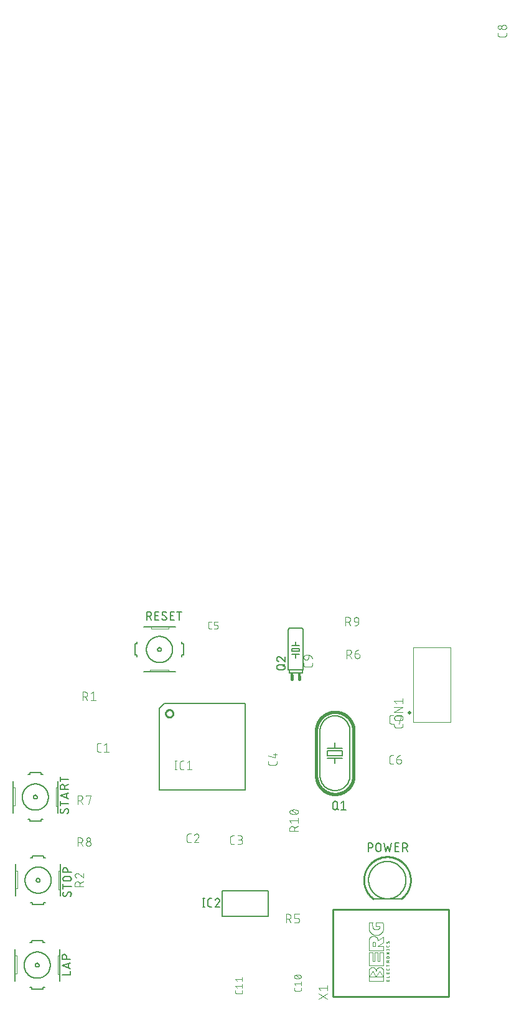
<source format=gbr>
G04 EAGLE Gerber RS-274X export*
G75*
%MOMM*%
%FSLAX34Y34*%
%LPD*%
%INSilkscreen Top*%
%IPPOS*%
%AMOC8*
5,1,8,0,0,1.08239X$1,22.5*%
G01*
%ADD10C,0.101600*%
%ADD11C,0.076200*%
%ADD12C,0.203200*%
%ADD13C,0.254000*%
%ADD14C,0.152400*%
%ADD15C,0.127000*%
%ADD16C,0.050800*%
%ADD17C,0.406400*%
%ADD18R,0.406400X0.584200*%
%ADD19C,0.025400*%
%ADD20C,0.500000*%
%ADD21C,0.120000*%


D10*
X153736Y391668D02*
X151139Y391668D01*
X151040Y391670D01*
X150940Y391676D01*
X150841Y391685D01*
X150743Y391698D01*
X150645Y391715D01*
X150547Y391736D01*
X150451Y391761D01*
X150356Y391789D01*
X150262Y391821D01*
X150169Y391856D01*
X150077Y391895D01*
X149987Y391938D01*
X149899Y391983D01*
X149812Y392033D01*
X149728Y392085D01*
X149645Y392141D01*
X149565Y392199D01*
X149487Y392261D01*
X149412Y392326D01*
X149339Y392394D01*
X149269Y392464D01*
X149201Y392537D01*
X149136Y392612D01*
X149074Y392690D01*
X149016Y392770D01*
X148960Y392853D01*
X148908Y392937D01*
X148858Y393024D01*
X148813Y393112D01*
X148770Y393202D01*
X148731Y393294D01*
X148696Y393387D01*
X148664Y393481D01*
X148636Y393576D01*
X148611Y393672D01*
X148590Y393770D01*
X148573Y393868D01*
X148560Y393966D01*
X148551Y394065D01*
X148545Y394165D01*
X148543Y394264D01*
X148543Y400756D01*
X148545Y400855D01*
X148551Y400955D01*
X148560Y401054D01*
X148573Y401152D01*
X148590Y401250D01*
X148611Y401348D01*
X148636Y401444D01*
X148664Y401539D01*
X148696Y401633D01*
X148731Y401726D01*
X148770Y401818D01*
X148813Y401908D01*
X148858Y401996D01*
X148908Y402083D01*
X148960Y402167D01*
X149016Y402250D01*
X149074Y402330D01*
X149136Y402408D01*
X149201Y402483D01*
X149269Y402556D01*
X149339Y402626D01*
X149412Y402694D01*
X149487Y402759D01*
X149565Y402821D01*
X149645Y402879D01*
X149728Y402935D01*
X149812Y402987D01*
X149899Y403037D01*
X149987Y403082D01*
X150077Y403125D01*
X150169Y403164D01*
X150261Y403199D01*
X150356Y403231D01*
X150451Y403259D01*
X150547Y403284D01*
X150645Y403305D01*
X150743Y403322D01*
X150841Y403335D01*
X150940Y403344D01*
X151040Y403350D01*
X151139Y403352D01*
X153736Y403352D01*
X158101Y400756D02*
X161346Y403352D01*
X161346Y391668D01*
X158101Y391668D02*
X164592Y391668D01*
D11*
X426339Y70685D02*
X426339Y68597D01*
X426337Y68508D01*
X426331Y68420D01*
X426322Y68332D01*
X426309Y68244D01*
X426292Y68157D01*
X426272Y68071D01*
X426247Y67986D01*
X426220Y67901D01*
X426188Y67818D01*
X426154Y67737D01*
X426115Y67657D01*
X426074Y67579D01*
X426029Y67502D01*
X425981Y67428D01*
X425930Y67355D01*
X425876Y67285D01*
X425818Y67218D01*
X425758Y67152D01*
X425696Y67090D01*
X425630Y67030D01*
X425563Y66972D01*
X425493Y66918D01*
X425420Y66867D01*
X425346Y66819D01*
X425269Y66774D01*
X425191Y66733D01*
X425111Y66694D01*
X425030Y66660D01*
X424947Y66628D01*
X424862Y66601D01*
X424777Y66576D01*
X424691Y66556D01*
X424604Y66539D01*
X424516Y66526D01*
X424428Y66517D01*
X424340Y66511D01*
X424251Y66509D01*
X424251Y66508D02*
X419029Y66508D01*
X418938Y66510D01*
X418847Y66516D01*
X418756Y66526D01*
X418666Y66540D01*
X418577Y66558D01*
X418488Y66579D01*
X418401Y66605D01*
X418315Y66634D01*
X418230Y66667D01*
X418146Y66704D01*
X418064Y66744D01*
X417985Y66788D01*
X417907Y66835D01*
X417831Y66886D01*
X417757Y66940D01*
X417686Y66997D01*
X417618Y67057D01*
X417552Y67120D01*
X417489Y67186D01*
X417429Y67254D01*
X417372Y67325D01*
X417318Y67399D01*
X417267Y67475D01*
X417220Y67552D01*
X417176Y67632D01*
X417136Y67714D01*
X417099Y67798D01*
X417066Y67882D01*
X417037Y67969D01*
X417011Y68056D01*
X416990Y68145D01*
X416972Y68234D01*
X416958Y68324D01*
X416948Y68415D01*
X416942Y68506D01*
X416940Y68597D01*
X416941Y68597D02*
X416941Y70685D01*
X419029Y74154D02*
X416941Y76764D01*
X426339Y76764D01*
X426339Y74154D02*
X426339Y79375D01*
X421640Y83298D02*
X421455Y83300D01*
X421270Y83307D01*
X421086Y83318D01*
X420902Y83333D01*
X420718Y83353D01*
X420534Y83377D01*
X420352Y83406D01*
X420170Y83439D01*
X419989Y83476D01*
X419809Y83518D01*
X419629Y83564D01*
X419451Y83614D01*
X419275Y83668D01*
X419099Y83727D01*
X418925Y83789D01*
X418753Y83856D01*
X418582Y83927D01*
X418413Y84002D01*
X418246Y84081D01*
X418246Y84080D02*
X418166Y84110D01*
X418087Y84143D01*
X418010Y84180D01*
X417934Y84220D01*
X417860Y84263D01*
X417788Y84309D01*
X417719Y84359D01*
X417651Y84411D01*
X417586Y84467D01*
X417523Y84525D01*
X417464Y84587D01*
X417406Y84650D01*
X417352Y84717D01*
X417301Y84785D01*
X417253Y84856D01*
X417208Y84929D01*
X417166Y85003D01*
X417128Y85080D01*
X417093Y85158D01*
X417061Y85237D01*
X417033Y85318D01*
X417009Y85400D01*
X416988Y85484D01*
X416971Y85567D01*
X416958Y85652D01*
X416949Y85737D01*
X416943Y85822D01*
X416941Y85908D01*
X416943Y85994D01*
X416949Y86079D01*
X416958Y86164D01*
X416971Y86249D01*
X416988Y86332D01*
X417009Y86416D01*
X417033Y86498D01*
X417061Y86579D01*
X417093Y86658D01*
X417128Y86736D01*
X417166Y86813D01*
X417208Y86887D01*
X417253Y86960D01*
X417301Y87031D01*
X417352Y87099D01*
X417406Y87166D01*
X417464Y87229D01*
X417523Y87291D01*
X417586Y87349D01*
X417651Y87405D01*
X417719Y87457D01*
X417788Y87507D01*
X417860Y87553D01*
X417934Y87596D01*
X418010Y87636D01*
X418087Y87673D01*
X418166Y87706D01*
X418246Y87736D01*
X418413Y87815D01*
X418582Y87890D01*
X418753Y87961D01*
X418925Y88028D01*
X419099Y88090D01*
X419275Y88149D01*
X419451Y88203D01*
X419629Y88253D01*
X419809Y88299D01*
X419989Y88341D01*
X420170Y88378D01*
X420352Y88411D01*
X420534Y88440D01*
X420718Y88464D01*
X420902Y88484D01*
X421086Y88499D01*
X421270Y88510D01*
X421455Y88517D01*
X421640Y88519D01*
X421640Y83298D02*
X421825Y83300D01*
X422010Y83307D01*
X422194Y83318D01*
X422378Y83333D01*
X422562Y83353D01*
X422746Y83377D01*
X422928Y83406D01*
X423110Y83439D01*
X423291Y83476D01*
X423471Y83518D01*
X423651Y83564D01*
X423829Y83614D01*
X424005Y83668D01*
X424181Y83727D01*
X424355Y83789D01*
X424527Y83856D01*
X424698Y83927D01*
X424867Y84002D01*
X425034Y84081D01*
X425034Y84080D02*
X425114Y84110D01*
X425193Y84143D01*
X425270Y84180D01*
X425346Y84220D01*
X425420Y84263D01*
X425492Y84309D01*
X425561Y84359D01*
X425629Y84412D01*
X425694Y84467D01*
X425757Y84526D01*
X425816Y84587D01*
X425874Y84650D01*
X425928Y84717D01*
X425979Y84785D01*
X426027Y84856D01*
X426072Y84929D01*
X426114Y85003D01*
X426152Y85080D01*
X426187Y85158D01*
X426219Y85237D01*
X426247Y85318D01*
X426271Y85400D01*
X426292Y85484D01*
X426309Y85567D01*
X426322Y85652D01*
X426331Y85737D01*
X426337Y85822D01*
X426339Y85908D01*
X425034Y87736D02*
X424867Y87815D01*
X424698Y87890D01*
X424527Y87961D01*
X424355Y88028D01*
X424181Y88090D01*
X424005Y88149D01*
X423829Y88203D01*
X423651Y88253D01*
X423471Y88299D01*
X423291Y88341D01*
X423110Y88378D01*
X422928Y88411D01*
X422746Y88440D01*
X422562Y88464D01*
X422378Y88484D01*
X422194Y88499D01*
X422010Y88510D01*
X421825Y88517D01*
X421640Y88519D01*
X425034Y87736D02*
X425114Y87706D01*
X425193Y87673D01*
X425270Y87636D01*
X425346Y87596D01*
X425420Y87553D01*
X425492Y87507D01*
X425561Y87457D01*
X425629Y87405D01*
X425694Y87349D01*
X425757Y87291D01*
X425816Y87229D01*
X425874Y87166D01*
X425928Y87099D01*
X425979Y87031D01*
X426027Y86960D01*
X426072Y86887D01*
X426114Y86813D01*
X426152Y86736D01*
X426187Y86658D01*
X426219Y86579D01*
X426247Y86498D01*
X426271Y86416D01*
X426292Y86332D01*
X426309Y86249D01*
X426322Y86164D01*
X426331Y86079D01*
X426337Y85994D01*
X426339Y85908D01*
X424251Y83820D02*
X419029Y87997D01*
X346329Y66875D02*
X346329Y64787D01*
X346327Y64698D01*
X346321Y64610D01*
X346312Y64522D01*
X346299Y64434D01*
X346282Y64347D01*
X346262Y64261D01*
X346237Y64176D01*
X346210Y64091D01*
X346178Y64008D01*
X346144Y63927D01*
X346105Y63847D01*
X346064Y63769D01*
X346019Y63692D01*
X345971Y63618D01*
X345920Y63545D01*
X345866Y63475D01*
X345808Y63408D01*
X345748Y63342D01*
X345686Y63280D01*
X345620Y63220D01*
X345553Y63162D01*
X345483Y63108D01*
X345410Y63057D01*
X345336Y63009D01*
X345259Y62964D01*
X345181Y62923D01*
X345101Y62884D01*
X345020Y62850D01*
X344937Y62818D01*
X344852Y62791D01*
X344767Y62766D01*
X344681Y62746D01*
X344594Y62729D01*
X344506Y62716D01*
X344418Y62707D01*
X344330Y62701D01*
X344241Y62699D01*
X344241Y62698D02*
X339019Y62698D01*
X338928Y62700D01*
X338837Y62706D01*
X338746Y62716D01*
X338656Y62730D01*
X338567Y62748D01*
X338478Y62769D01*
X338391Y62795D01*
X338305Y62824D01*
X338220Y62857D01*
X338136Y62894D01*
X338054Y62934D01*
X337975Y62978D01*
X337897Y63025D01*
X337821Y63076D01*
X337747Y63130D01*
X337676Y63187D01*
X337608Y63247D01*
X337542Y63310D01*
X337479Y63376D01*
X337419Y63444D01*
X337362Y63515D01*
X337308Y63589D01*
X337257Y63665D01*
X337210Y63742D01*
X337166Y63822D01*
X337126Y63904D01*
X337089Y63988D01*
X337056Y64072D01*
X337027Y64159D01*
X337001Y64246D01*
X336980Y64335D01*
X336962Y64424D01*
X336948Y64514D01*
X336938Y64605D01*
X336932Y64696D01*
X336930Y64787D01*
X336931Y64787D02*
X336931Y66875D01*
X339019Y70344D02*
X336931Y72954D01*
X346329Y72954D01*
X346329Y70344D02*
X346329Y75565D01*
X339019Y79488D02*
X336931Y82098D01*
X346329Y82098D01*
X346329Y79488D02*
X346329Y84709D01*
D10*
X276211Y268478D02*
X273614Y268478D01*
X273515Y268480D01*
X273415Y268486D01*
X273316Y268495D01*
X273218Y268508D01*
X273120Y268525D01*
X273022Y268546D01*
X272926Y268571D01*
X272831Y268599D01*
X272737Y268631D01*
X272644Y268666D01*
X272552Y268705D01*
X272462Y268748D01*
X272374Y268793D01*
X272287Y268843D01*
X272203Y268895D01*
X272120Y268951D01*
X272040Y269009D01*
X271962Y269071D01*
X271887Y269136D01*
X271814Y269204D01*
X271744Y269274D01*
X271676Y269347D01*
X271611Y269422D01*
X271549Y269500D01*
X271491Y269580D01*
X271435Y269663D01*
X271383Y269747D01*
X271333Y269834D01*
X271288Y269922D01*
X271245Y270012D01*
X271206Y270104D01*
X271171Y270197D01*
X271139Y270291D01*
X271111Y270386D01*
X271086Y270482D01*
X271065Y270580D01*
X271048Y270678D01*
X271035Y270776D01*
X271026Y270875D01*
X271020Y270975D01*
X271018Y271074D01*
X271018Y277566D01*
X271020Y277665D01*
X271026Y277765D01*
X271035Y277864D01*
X271048Y277962D01*
X271065Y278060D01*
X271086Y278158D01*
X271111Y278254D01*
X271139Y278349D01*
X271171Y278443D01*
X271206Y278536D01*
X271245Y278628D01*
X271288Y278718D01*
X271333Y278806D01*
X271383Y278893D01*
X271435Y278977D01*
X271491Y279060D01*
X271549Y279140D01*
X271611Y279218D01*
X271676Y279293D01*
X271744Y279366D01*
X271814Y279436D01*
X271887Y279504D01*
X271962Y279569D01*
X272040Y279631D01*
X272120Y279689D01*
X272203Y279745D01*
X272287Y279797D01*
X272374Y279847D01*
X272462Y279892D01*
X272552Y279935D01*
X272644Y279974D01*
X272736Y280009D01*
X272831Y280041D01*
X272926Y280069D01*
X273022Y280094D01*
X273120Y280115D01*
X273218Y280132D01*
X273316Y280145D01*
X273415Y280154D01*
X273515Y280160D01*
X273614Y280162D01*
X276211Y280162D01*
X284146Y280162D02*
X284253Y280160D01*
X284359Y280154D01*
X284465Y280144D01*
X284571Y280131D01*
X284677Y280113D01*
X284781Y280092D01*
X284885Y280067D01*
X284988Y280038D01*
X285089Y280006D01*
X285189Y279969D01*
X285288Y279929D01*
X285386Y279886D01*
X285482Y279839D01*
X285576Y279788D01*
X285668Y279734D01*
X285758Y279677D01*
X285846Y279617D01*
X285931Y279553D01*
X286014Y279486D01*
X286095Y279416D01*
X286173Y279344D01*
X286249Y279268D01*
X286321Y279190D01*
X286391Y279109D01*
X286458Y279026D01*
X286522Y278941D01*
X286582Y278853D01*
X286639Y278763D01*
X286693Y278671D01*
X286744Y278577D01*
X286791Y278481D01*
X286834Y278383D01*
X286874Y278284D01*
X286911Y278184D01*
X286943Y278083D01*
X286972Y277980D01*
X286997Y277876D01*
X287018Y277772D01*
X287036Y277666D01*
X287049Y277560D01*
X287059Y277454D01*
X287065Y277348D01*
X287067Y277241D01*
X284146Y280162D02*
X284025Y280160D01*
X283904Y280154D01*
X283784Y280144D01*
X283663Y280131D01*
X283544Y280113D01*
X283424Y280092D01*
X283306Y280067D01*
X283189Y280038D01*
X283072Y280005D01*
X282957Y279969D01*
X282843Y279928D01*
X282730Y279885D01*
X282618Y279837D01*
X282509Y279786D01*
X282401Y279731D01*
X282294Y279673D01*
X282190Y279612D01*
X282088Y279547D01*
X281988Y279479D01*
X281890Y279408D01*
X281794Y279334D01*
X281701Y279257D01*
X281611Y279176D01*
X281523Y279093D01*
X281438Y279007D01*
X281355Y278918D01*
X281276Y278827D01*
X281199Y278733D01*
X281126Y278637D01*
X281056Y278539D01*
X280989Y278438D01*
X280925Y278335D01*
X280865Y278230D01*
X280808Y278123D01*
X280754Y278015D01*
X280704Y277905D01*
X280658Y277793D01*
X280615Y277680D01*
X280576Y277565D01*
X286094Y274969D02*
X286173Y275046D01*
X286249Y275127D01*
X286322Y275210D01*
X286392Y275295D01*
X286459Y275383D01*
X286523Y275473D01*
X286583Y275565D01*
X286640Y275660D01*
X286694Y275756D01*
X286745Y275854D01*
X286792Y275954D01*
X286836Y276056D01*
X286876Y276159D01*
X286912Y276263D01*
X286944Y276369D01*
X286973Y276475D01*
X286998Y276583D01*
X287020Y276691D01*
X287037Y276801D01*
X287051Y276910D01*
X287060Y277020D01*
X287066Y277131D01*
X287068Y277241D01*
X286094Y274969D02*
X280576Y268478D01*
X287067Y268478D01*
X393192Y376484D02*
X393192Y379081D01*
X393192Y376484D02*
X393190Y376385D01*
X393184Y376285D01*
X393175Y376186D01*
X393162Y376088D01*
X393145Y375990D01*
X393124Y375892D01*
X393099Y375796D01*
X393071Y375701D01*
X393039Y375607D01*
X393004Y375514D01*
X392965Y375422D01*
X392922Y375332D01*
X392877Y375244D01*
X392827Y375157D01*
X392775Y375073D01*
X392719Y374990D01*
X392661Y374910D01*
X392599Y374832D01*
X392534Y374757D01*
X392466Y374684D01*
X392396Y374614D01*
X392323Y374546D01*
X392248Y374481D01*
X392170Y374419D01*
X392090Y374361D01*
X392007Y374305D01*
X391923Y374253D01*
X391836Y374203D01*
X391748Y374158D01*
X391658Y374115D01*
X391566Y374076D01*
X391473Y374041D01*
X391379Y374009D01*
X391284Y373981D01*
X391188Y373956D01*
X391090Y373935D01*
X390992Y373918D01*
X390894Y373905D01*
X390795Y373896D01*
X390695Y373890D01*
X390596Y373888D01*
X384104Y373888D01*
X384005Y373890D01*
X383905Y373896D01*
X383806Y373905D01*
X383708Y373918D01*
X383610Y373936D01*
X383512Y373956D01*
X383416Y373981D01*
X383320Y374009D01*
X383226Y374041D01*
X383133Y374076D01*
X383042Y374115D01*
X382952Y374158D01*
X382863Y374203D01*
X382777Y374253D01*
X382692Y374305D01*
X382610Y374361D01*
X382530Y374420D01*
X382452Y374481D01*
X382376Y374546D01*
X382303Y374614D01*
X382233Y374684D01*
X382165Y374757D01*
X382100Y374833D01*
X382039Y374911D01*
X381980Y374991D01*
X381924Y375073D01*
X381872Y375158D01*
X381823Y375244D01*
X381777Y375333D01*
X381734Y375423D01*
X381695Y375514D01*
X381660Y375607D01*
X381628Y375701D01*
X381600Y375797D01*
X381575Y375893D01*
X381555Y375991D01*
X381537Y376089D01*
X381524Y376187D01*
X381515Y376286D01*
X381509Y376385D01*
X381507Y376485D01*
X381508Y376484D02*
X381508Y379081D01*
X381508Y386043D02*
X390596Y383446D01*
X390596Y389937D01*
X387999Y387990D02*
X393192Y387990D01*
X335346Y265938D02*
X332749Y265938D01*
X332650Y265940D01*
X332550Y265946D01*
X332451Y265955D01*
X332353Y265968D01*
X332255Y265985D01*
X332157Y266006D01*
X332061Y266031D01*
X331966Y266059D01*
X331872Y266091D01*
X331779Y266126D01*
X331687Y266165D01*
X331597Y266208D01*
X331509Y266253D01*
X331422Y266303D01*
X331338Y266355D01*
X331255Y266411D01*
X331175Y266469D01*
X331097Y266531D01*
X331022Y266596D01*
X330949Y266664D01*
X330879Y266734D01*
X330811Y266807D01*
X330746Y266882D01*
X330684Y266960D01*
X330626Y267040D01*
X330570Y267123D01*
X330518Y267207D01*
X330468Y267294D01*
X330423Y267382D01*
X330380Y267472D01*
X330341Y267564D01*
X330306Y267657D01*
X330274Y267751D01*
X330246Y267846D01*
X330221Y267942D01*
X330200Y268040D01*
X330183Y268138D01*
X330170Y268236D01*
X330161Y268335D01*
X330155Y268435D01*
X330153Y268534D01*
X330153Y275026D01*
X330155Y275125D01*
X330161Y275225D01*
X330170Y275324D01*
X330183Y275422D01*
X330200Y275520D01*
X330221Y275618D01*
X330246Y275714D01*
X330274Y275809D01*
X330306Y275903D01*
X330341Y275996D01*
X330380Y276088D01*
X330423Y276178D01*
X330468Y276266D01*
X330518Y276353D01*
X330570Y276437D01*
X330626Y276520D01*
X330684Y276600D01*
X330746Y276678D01*
X330811Y276753D01*
X330879Y276826D01*
X330949Y276896D01*
X331022Y276964D01*
X331097Y277029D01*
X331175Y277091D01*
X331255Y277149D01*
X331338Y277205D01*
X331422Y277257D01*
X331509Y277307D01*
X331597Y277352D01*
X331687Y277395D01*
X331779Y277434D01*
X331871Y277469D01*
X331966Y277501D01*
X332061Y277529D01*
X332157Y277554D01*
X332255Y277575D01*
X332353Y277592D01*
X332451Y277605D01*
X332550Y277614D01*
X332650Y277620D01*
X332749Y277622D01*
X335346Y277622D01*
X339711Y265938D02*
X342956Y265938D01*
X343069Y265940D01*
X343182Y265946D01*
X343295Y265956D01*
X343408Y265970D01*
X343520Y265987D01*
X343631Y266009D01*
X343741Y266034D01*
X343851Y266064D01*
X343959Y266097D01*
X344066Y266134D01*
X344172Y266174D01*
X344276Y266219D01*
X344379Y266267D01*
X344480Y266318D01*
X344579Y266373D01*
X344676Y266431D01*
X344771Y266493D01*
X344864Y266558D01*
X344954Y266626D01*
X345042Y266697D01*
X345128Y266772D01*
X345211Y266849D01*
X345291Y266929D01*
X345368Y267012D01*
X345443Y267098D01*
X345514Y267186D01*
X345582Y267276D01*
X345647Y267369D01*
X345709Y267464D01*
X345767Y267561D01*
X345822Y267660D01*
X345873Y267761D01*
X345921Y267864D01*
X345966Y267968D01*
X346006Y268074D01*
X346043Y268181D01*
X346076Y268289D01*
X346106Y268399D01*
X346131Y268509D01*
X346153Y268620D01*
X346170Y268732D01*
X346184Y268845D01*
X346194Y268958D01*
X346200Y269071D01*
X346202Y269184D01*
X346200Y269297D01*
X346194Y269410D01*
X346184Y269523D01*
X346170Y269636D01*
X346153Y269748D01*
X346131Y269859D01*
X346106Y269969D01*
X346076Y270079D01*
X346043Y270187D01*
X346006Y270294D01*
X345966Y270400D01*
X345921Y270504D01*
X345873Y270607D01*
X345822Y270708D01*
X345767Y270807D01*
X345709Y270904D01*
X345647Y270999D01*
X345582Y271092D01*
X345514Y271182D01*
X345443Y271270D01*
X345368Y271356D01*
X345291Y271439D01*
X345211Y271519D01*
X345128Y271596D01*
X345042Y271671D01*
X344954Y271742D01*
X344864Y271810D01*
X344771Y271875D01*
X344676Y271937D01*
X344579Y271995D01*
X344480Y272050D01*
X344379Y272101D01*
X344276Y272149D01*
X344172Y272194D01*
X344066Y272234D01*
X343959Y272271D01*
X343851Y272304D01*
X343741Y272334D01*
X343631Y272359D01*
X343520Y272381D01*
X343408Y272398D01*
X343295Y272412D01*
X343182Y272422D01*
X343069Y272428D01*
X342956Y272430D01*
X343606Y277622D02*
X339711Y277622D01*
X343606Y277622D02*
X343707Y277620D01*
X343807Y277614D01*
X343907Y277604D01*
X344007Y277591D01*
X344106Y277573D01*
X344205Y277552D01*
X344302Y277527D01*
X344399Y277498D01*
X344494Y277465D01*
X344588Y277429D01*
X344680Y277389D01*
X344771Y277346D01*
X344860Y277299D01*
X344947Y277249D01*
X345033Y277195D01*
X345116Y277138D01*
X345196Y277078D01*
X345275Y277015D01*
X345351Y276948D01*
X345424Y276879D01*
X345494Y276807D01*
X345562Y276733D01*
X345627Y276656D01*
X345688Y276576D01*
X345747Y276494D01*
X345802Y276410D01*
X345854Y276324D01*
X345903Y276236D01*
X345948Y276146D01*
X345990Y276054D01*
X346028Y275961D01*
X346062Y275866D01*
X346093Y275771D01*
X346120Y275674D01*
X346143Y275576D01*
X346163Y275477D01*
X346178Y275377D01*
X346190Y275277D01*
X346198Y275177D01*
X346202Y275076D01*
X346202Y274976D01*
X346198Y274875D01*
X346190Y274775D01*
X346178Y274675D01*
X346163Y274575D01*
X346143Y274476D01*
X346120Y274378D01*
X346093Y274281D01*
X346062Y274186D01*
X346028Y274091D01*
X345990Y273998D01*
X345948Y273906D01*
X345903Y273816D01*
X345854Y273728D01*
X345802Y273642D01*
X345747Y273558D01*
X345688Y273476D01*
X345627Y273396D01*
X345562Y273319D01*
X345494Y273245D01*
X345424Y273173D01*
X345351Y273104D01*
X345275Y273037D01*
X345196Y272974D01*
X345116Y272914D01*
X345033Y272857D01*
X344947Y272803D01*
X344860Y272753D01*
X344771Y272706D01*
X344680Y272663D01*
X344588Y272623D01*
X344494Y272587D01*
X344399Y272554D01*
X344302Y272525D01*
X344205Y272500D01*
X344106Y272479D01*
X344007Y272461D01*
X343907Y272448D01*
X343807Y272438D01*
X343707Y272432D01*
X343606Y272430D01*
X343606Y272429D02*
X341009Y272429D01*
D11*
X304278Y559181D02*
X302189Y559181D01*
X302100Y559183D01*
X302012Y559189D01*
X301924Y559198D01*
X301836Y559211D01*
X301749Y559228D01*
X301663Y559248D01*
X301578Y559273D01*
X301493Y559300D01*
X301410Y559332D01*
X301329Y559366D01*
X301249Y559405D01*
X301171Y559446D01*
X301094Y559491D01*
X301020Y559539D01*
X300947Y559590D01*
X300877Y559644D01*
X300810Y559702D01*
X300744Y559762D01*
X300682Y559824D01*
X300622Y559890D01*
X300564Y559957D01*
X300510Y560027D01*
X300459Y560100D01*
X300411Y560174D01*
X300366Y560251D01*
X300325Y560329D01*
X300286Y560409D01*
X300252Y560490D01*
X300220Y560573D01*
X300193Y560658D01*
X300168Y560743D01*
X300148Y560829D01*
X300131Y560916D01*
X300118Y561004D01*
X300109Y561092D01*
X300103Y561180D01*
X300101Y561269D01*
X300101Y566491D01*
X300103Y566582D01*
X300109Y566673D01*
X300119Y566764D01*
X300133Y566854D01*
X300150Y566943D01*
X300172Y567031D01*
X300198Y567119D01*
X300227Y567205D01*
X300260Y567290D01*
X300297Y567373D01*
X300337Y567455D01*
X300381Y567535D01*
X300428Y567613D01*
X300479Y567689D01*
X300532Y567762D01*
X300589Y567833D01*
X300650Y567902D01*
X300713Y567967D01*
X300778Y568030D01*
X300847Y568090D01*
X300918Y568148D01*
X300991Y568201D01*
X301067Y568252D01*
X301145Y568299D01*
X301225Y568343D01*
X301307Y568383D01*
X301390Y568420D01*
X301475Y568453D01*
X301561Y568482D01*
X301649Y568508D01*
X301737Y568530D01*
X301826Y568547D01*
X301916Y568561D01*
X302007Y568571D01*
X302098Y568577D01*
X302189Y568579D01*
X304278Y568579D01*
X307747Y559181D02*
X310879Y559181D01*
X310968Y559183D01*
X311056Y559189D01*
X311144Y559198D01*
X311232Y559211D01*
X311319Y559228D01*
X311405Y559248D01*
X311490Y559273D01*
X311575Y559300D01*
X311658Y559332D01*
X311739Y559366D01*
X311819Y559405D01*
X311897Y559446D01*
X311974Y559491D01*
X312048Y559539D01*
X312121Y559590D01*
X312191Y559644D01*
X312258Y559702D01*
X312324Y559762D01*
X312386Y559824D01*
X312446Y559890D01*
X312504Y559957D01*
X312558Y560027D01*
X312609Y560100D01*
X312657Y560174D01*
X312702Y560251D01*
X312743Y560329D01*
X312782Y560409D01*
X312816Y560490D01*
X312848Y560573D01*
X312875Y560658D01*
X312900Y560743D01*
X312920Y560829D01*
X312937Y560916D01*
X312950Y561004D01*
X312959Y561092D01*
X312965Y561180D01*
X312967Y561269D01*
X312968Y561269D02*
X312968Y562314D01*
X312967Y562314D02*
X312965Y562403D01*
X312959Y562491D01*
X312950Y562579D01*
X312937Y562667D01*
X312920Y562754D01*
X312900Y562840D01*
X312875Y562925D01*
X312848Y563010D01*
X312816Y563093D01*
X312782Y563174D01*
X312743Y563254D01*
X312702Y563332D01*
X312657Y563409D01*
X312609Y563483D01*
X312558Y563556D01*
X312504Y563626D01*
X312446Y563693D01*
X312386Y563759D01*
X312324Y563821D01*
X312258Y563881D01*
X312191Y563939D01*
X312121Y563993D01*
X312048Y564044D01*
X311974Y564092D01*
X311897Y564137D01*
X311819Y564178D01*
X311739Y564217D01*
X311658Y564251D01*
X311575Y564283D01*
X311490Y564310D01*
X311405Y564335D01*
X311319Y564355D01*
X311232Y564372D01*
X311144Y564385D01*
X311056Y564394D01*
X310968Y564400D01*
X310879Y564402D01*
X307747Y564402D01*
X307747Y568579D01*
X312968Y568579D01*
D10*
X549204Y375158D02*
X551801Y375158D01*
X549204Y375158D02*
X549105Y375160D01*
X549005Y375166D01*
X548906Y375175D01*
X548808Y375188D01*
X548710Y375205D01*
X548612Y375226D01*
X548516Y375251D01*
X548421Y375279D01*
X548327Y375311D01*
X548234Y375346D01*
X548142Y375385D01*
X548052Y375428D01*
X547964Y375473D01*
X547877Y375523D01*
X547793Y375575D01*
X547710Y375631D01*
X547630Y375689D01*
X547552Y375751D01*
X547477Y375816D01*
X547404Y375884D01*
X547334Y375954D01*
X547266Y376027D01*
X547201Y376102D01*
X547139Y376180D01*
X547081Y376260D01*
X547025Y376343D01*
X546973Y376427D01*
X546923Y376514D01*
X546878Y376602D01*
X546835Y376692D01*
X546796Y376784D01*
X546761Y376877D01*
X546729Y376971D01*
X546701Y377066D01*
X546676Y377162D01*
X546655Y377260D01*
X546638Y377358D01*
X546625Y377456D01*
X546616Y377555D01*
X546610Y377655D01*
X546608Y377754D01*
X546608Y384246D01*
X546610Y384345D01*
X546616Y384445D01*
X546625Y384544D01*
X546638Y384642D01*
X546655Y384740D01*
X546676Y384838D01*
X546701Y384934D01*
X546729Y385029D01*
X546761Y385123D01*
X546796Y385216D01*
X546835Y385308D01*
X546878Y385398D01*
X546923Y385486D01*
X546973Y385573D01*
X547025Y385657D01*
X547081Y385740D01*
X547139Y385820D01*
X547201Y385898D01*
X547266Y385973D01*
X547334Y386046D01*
X547404Y386116D01*
X547477Y386184D01*
X547552Y386249D01*
X547630Y386311D01*
X547710Y386369D01*
X547793Y386425D01*
X547877Y386477D01*
X547964Y386527D01*
X548052Y386572D01*
X548142Y386615D01*
X548234Y386654D01*
X548326Y386689D01*
X548421Y386721D01*
X548516Y386749D01*
X548612Y386774D01*
X548710Y386795D01*
X548808Y386812D01*
X548906Y386825D01*
X549005Y386834D01*
X549105Y386840D01*
X549204Y386842D01*
X551801Y386842D01*
X556166Y381649D02*
X560061Y381649D01*
X560160Y381647D01*
X560260Y381641D01*
X560359Y381632D01*
X560457Y381619D01*
X560555Y381602D01*
X560653Y381581D01*
X560749Y381556D01*
X560844Y381528D01*
X560938Y381496D01*
X561031Y381461D01*
X561123Y381422D01*
X561213Y381379D01*
X561301Y381334D01*
X561388Y381284D01*
X561472Y381232D01*
X561555Y381176D01*
X561635Y381118D01*
X561713Y381056D01*
X561788Y380991D01*
X561861Y380923D01*
X561931Y380853D01*
X561999Y380780D01*
X562064Y380705D01*
X562126Y380627D01*
X562184Y380547D01*
X562240Y380464D01*
X562292Y380380D01*
X562342Y380293D01*
X562387Y380205D01*
X562430Y380115D01*
X562469Y380023D01*
X562504Y379930D01*
X562536Y379836D01*
X562564Y379741D01*
X562589Y379645D01*
X562610Y379547D01*
X562627Y379449D01*
X562640Y379351D01*
X562649Y379252D01*
X562655Y379152D01*
X562657Y379053D01*
X562657Y378404D01*
X562658Y378404D02*
X562656Y378291D01*
X562650Y378178D01*
X562640Y378065D01*
X562626Y377952D01*
X562609Y377840D01*
X562587Y377729D01*
X562562Y377619D01*
X562532Y377509D01*
X562499Y377401D01*
X562462Y377294D01*
X562422Y377188D01*
X562377Y377084D01*
X562329Y376981D01*
X562278Y376880D01*
X562223Y376781D01*
X562165Y376684D01*
X562103Y376589D01*
X562038Y376496D01*
X561970Y376406D01*
X561899Y376318D01*
X561824Y376232D01*
X561747Y376149D01*
X561667Y376069D01*
X561584Y375992D01*
X561498Y375917D01*
X561410Y375846D01*
X561320Y375778D01*
X561227Y375713D01*
X561132Y375651D01*
X561035Y375593D01*
X560936Y375538D01*
X560835Y375487D01*
X560732Y375439D01*
X560628Y375394D01*
X560522Y375354D01*
X560415Y375317D01*
X560307Y375284D01*
X560197Y375254D01*
X560087Y375229D01*
X559976Y375207D01*
X559864Y375190D01*
X559751Y375176D01*
X559638Y375166D01*
X559525Y375160D01*
X559412Y375158D01*
X559299Y375160D01*
X559186Y375166D01*
X559073Y375176D01*
X558960Y375190D01*
X558848Y375207D01*
X558737Y375229D01*
X558627Y375254D01*
X558517Y375284D01*
X558409Y375317D01*
X558302Y375354D01*
X558196Y375394D01*
X558092Y375439D01*
X557989Y375487D01*
X557888Y375538D01*
X557789Y375593D01*
X557692Y375651D01*
X557597Y375713D01*
X557504Y375778D01*
X557414Y375846D01*
X557326Y375917D01*
X557240Y375992D01*
X557157Y376069D01*
X557077Y376149D01*
X557000Y376232D01*
X556925Y376318D01*
X556854Y376406D01*
X556786Y376496D01*
X556721Y376589D01*
X556659Y376684D01*
X556601Y376781D01*
X556546Y376880D01*
X556495Y376981D01*
X556447Y377084D01*
X556402Y377188D01*
X556362Y377294D01*
X556325Y377401D01*
X556292Y377509D01*
X556262Y377619D01*
X556237Y377729D01*
X556215Y377840D01*
X556198Y377952D01*
X556184Y378065D01*
X556174Y378178D01*
X556168Y378291D01*
X556166Y378404D01*
X556166Y381649D01*
X556168Y381792D01*
X556174Y381935D01*
X556184Y382078D01*
X556198Y382220D01*
X556215Y382362D01*
X556237Y382504D01*
X556262Y382645D01*
X556292Y382785D01*
X556325Y382924D01*
X556362Y383062D01*
X556403Y383199D01*
X556447Y383335D01*
X556496Y383470D01*
X556548Y383603D01*
X556603Y383735D01*
X556663Y383865D01*
X556726Y383994D01*
X556792Y384121D01*
X556862Y384245D01*
X556935Y384368D01*
X557012Y384489D01*
X557092Y384608D01*
X557175Y384724D01*
X557261Y384839D01*
X557350Y384950D01*
X557443Y385060D01*
X557538Y385166D01*
X557637Y385270D01*
X557738Y385371D01*
X557842Y385470D01*
X557948Y385565D01*
X558058Y385658D01*
X558169Y385747D01*
X558284Y385833D01*
X558400Y385916D01*
X558519Y385996D01*
X558640Y386073D01*
X558762Y386146D01*
X558887Y386216D01*
X559014Y386282D01*
X559143Y386345D01*
X559273Y386405D01*
X559405Y386460D01*
X559538Y386512D01*
X559673Y386561D01*
X559809Y386605D01*
X559946Y386646D01*
X560084Y386683D01*
X560223Y386716D01*
X560363Y386746D01*
X560504Y386771D01*
X560646Y386793D01*
X560788Y386810D01*
X560930Y386824D01*
X561073Y386834D01*
X561216Y386840D01*
X561359Y386842D01*
X551801Y429768D02*
X549204Y429768D01*
X549105Y429770D01*
X549005Y429776D01*
X548906Y429785D01*
X548808Y429798D01*
X548710Y429815D01*
X548612Y429836D01*
X548516Y429861D01*
X548421Y429889D01*
X548327Y429921D01*
X548234Y429956D01*
X548142Y429995D01*
X548052Y430038D01*
X547964Y430083D01*
X547877Y430133D01*
X547793Y430185D01*
X547710Y430241D01*
X547630Y430299D01*
X547552Y430361D01*
X547477Y430426D01*
X547404Y430494D01*
X547334Y430564D01*
X547266Y430637D01*
X547201Y430712D01*
X547139Y430790D01*
X547081Y430870D01*
X547025Y430953D01*
X546973Y431037D01*
X546923Y431124D01*
X546878Y431212D01*
X546835Y431302D01*
X546796Y431394D01*
X546761Y431487D01*
X546729Y431581D01*
X546701Y431676D01*
X546676Y431772D01*
X546655Y431870D01*
X546638Y431968D01*
X546625Y432066D01*
X546616Y432165D01*
X546610Y432265D01*
X546608Y432364D01*
X546608Y438856D01*
X546610Y438955D01*
X546616Y439055D01*
X546625Y439154D01*
X546638Y439252D01*
X546655Y439350D01*
X546676Y439448D01*
X546701Y439544D01*
X546729Y439639D01*
X546761Y439733D01*
X546796Y439826D01*
X546835Y439918D01*
X546878Y440008D01*
X546923Y440096D01*
X546973Y440183D01*
X547025Y440267D01*
X547081Y440350D01*
X547139Y440430D01*
X547201Y440508D01*
X547266Y440583D01*
X547334Y440656D01*
X547404Y440726D01*
X547477Y440794D01*
X547552Y440859D01*
X547630Y440921D01*
X547710Y440979D01*
X547793Y441035D01*
X547877Y441087D01*
X547964Y441137D01*
X548052Y441182D01*
X548142Y441225D01*
X548234Y441264D01*
X548326Y441299D01*
X548421Y441331D01*
X548516Y441359D01*
X548612Y441384D01*
X548710Y441405D01*
X548808Y441422D01*
X548906Y441435D01*
X549005Y441444D01*
X549105Y441450D01*
X549204Y441452D01*
X551801Y441452D01*
X556166Y441452D02*
X556166Y440154D01*
X556166Y441452D02*
X562657Y441452D01*
X559412Y429768D01*
X705612Y1367084D02*
X705612Y1369681D01*
X705612Y1367084D02*
X705610Y1366985D01*
X705604Y1366885D01*
X705595Y1366786D01*
X705582Y1366688D01*
X705565Y1366590D01*
X705544Y1366492D01*
X705519Y1366396D01*
X705491Y1366301D01*
X705459Y1366207D01*
X705424Y1366114D01*
X705385Y1366022D01*
X705342Y1365932D01*
X705297Y1365844D01*
X705247Y1365757D01*
X705195Y1365673D01*
X705139Y1365590D01*
X705081Y1365510D01*
X705019Y1365432D01*
X704954Y1365357D01*
X704886Y1365284D01*
X704816Y1365214D01*
X704743Y1365146D01*
X704668Y1365081D01*
X704590Y1365019D01*
X704510Y1364961D01*
X704427Y1364905D01*
X704343Y1364853D01*
X704256Y1364803D01*
X704168Y1364758D01*
X704078Y1364715D01*
X703986Y1364676D01*
X703893Y1364641D01*
X703799Y1364609D01*
X703704Y1364581D01*
X703608Y1364556D01*
X703510Y1364535D01*
X703412Y1364518D01*
X703314Y1364505D01*
X703215Y1364496D01*
X703115Y1364490D01*
X703016Y1364488D01*
X696524Y1364488D01*
X696425Y1364490D01*
X696325Y1364496D01*
X696226Y1364505D01*
X696128Y1364518D01*
X696030Y1364536D01*
X695932Y1364556D01*
X695836Y1364581D01*
X695740Y1364609D01*
X695646Y1364641D01*
X695553Y1364676D01*
X695462Y1364715D01*
X695372Y1364758D01*
X695283Y1364803D01*
X695197Y1364853D01*
X695112Y1364905D01*
X695030Y1364961D01*
X694950Y1365020D01*
X694872Y1365081D01*
X694796Y1365146D01*
X694723Y1365214D01*
X694653Y1365284D01*
X694585Y1365357D01*
X694520Y1365433D01*
X694459Y1365511D01*
X694400Y1365591D01*
X694344Y1365673D01*
X694292Y1365758D01*
X694243Y1365844D01*
X694197Y1365933D01*
X694154Y1366023D01*
X694115Y1366114D01*
X694080Y1366207D01*
X694048Y1366301D01*
X694020Y1366397D01*
X693995Y1366493D01*
X693975Y1366591D01*
X693957Y1366689D01*
X693944Y1366787D01*
X693935Y1366886D01*
X693929Y1366985D01*
X693927Y1367085D01*
X693928Y1367084D02*
X693928Y1369681D01*
X702366Y1374046D02*
X702253Y1374048D01*
X702140Y1374054D01*
X702027Y1374064D01*
X701914Y1374078D01*
X701802Y1374095D01*
X701691Y1374117D01*
X701581Y1374142D01*
X701471Y1374172D01*
X701363Y1374205D01*
X701256Y1374242D01*
X701150Y1374282D01*
X701046Y1374327D01*
X700943Y1374375D01*
X700842Y1374426D01*
X700743Y1374481D01*
X700646Y1374539D01*
X700551Y1374601D01*
X700458Y1374666D01*
X700368Y1374734D01*
X700280Y1374805D01*
X700194Y1374880D01*
X700111Y1374957D01*
X700031Y1375037D01*
X699954Y1375120D01*
X699879Y1375206D01*
X699808Y1375294D01*
X699740Y1375384D01*
X699675Y1375477D01*
X699613Y1375572D01*
X699555Y1375669D01*
X699500Y1375768D01*
X699449Y1375869D01*
X699401Y1375972D01*
X699356Y1376076D01*
X699316Y1376182D01*
X699279Y1376289D01*
X699246Y1376397D01*
X699216Y1376507D01*
X699191Y1376617D01*
X699169Y1376728D01*
X699152Y1376840D01*
X699138Y1376953D01*
X699128Y1377066D01*
X699122Y1377179D01*
X699120Y1377292D01*
X699122Y1377405D01*
X699128Y1377518D01*
X699138Y1377631D01*
X699152Y1377744D01*
X699169Y1377856D01*
X699191Y1377967D01*
X699216Y1378077D01*
X699246Y1378187D01*
X699279Y1378295D01*
X699316Y1378402D01*
X699356Y1378508D01*
X699401Y1378612D01*
X699449Y1378715D01*
X699500Y1378816D01*
X699555Y1378915D01*
X699613Y1379012D01*
X699675Y1379107D01*
X699740Y1379200D01*
X699808Y1379290D01*
X699879Y1379378D01*
X699954Y1379464D01*
X700031Y1379547D01*
X700111Y1379627D01*
X700194Y1379704D01*
X700280Y1379779D01*
X700368Y1379850D01*
X700458Y1379918D01*
X700551Y1379983D01*
X700646Y1380045D01*
X700743Y1380103D01*
X700842Y1380158D01*
X700943Y1380209D01*
X701046Y1380257D01*
X701150Y1380302D01*
X701256Y1380342D01*
X701363Y1380379D01*
X701471Y1380412D01*
X701581Y1380442D01*
X701691Y1380467D01*
X701802Y1380489D01*
X701914Y1380506D01*
X702027Y1380520D01*
X702140Y1380530D01*
X702253Y1380536D01*
X702366Y1380538D01*
X702479Y1380536D01*
X702592Y1380530D01*
X702705Y1380520D01*
X702818Y1380506D01*
X702930Y1380489D01*
X703041Y1380467D01*
X703151Y1380442D01*
X703261Y1380412D01*
X703369Y1380379D01*
X703476Y1380342D01*
X703582Y1380302D01*
X703686Y1380257D01*
X703789Y1380209D01*
X703890Y1380158D01*
X703989Y1380103D01*
X704086Y1380045D01*
X704181Y1379983D01*
X704274Y1379918D01*
X704364Y1379850D01*
X704452Y1379779D01*
X704538Y1379704D01*
X704621Y1379627D01*
X704701Y1379547D01*
X704778Y1379464D01*
X704853Y1379378D01*
X704924Y1379290D01*
X704992Y1379200D01*
X705057Y1379107D01*
X705119Y1379012D01*
X705177Y1378915D01*
X705232Y1378816D01*
X705283Y1378715D01*
X705331Y1378612D01*
X705376Y1378508D01*
X705416Y1378402D01*
X705453Y1378295D01*
X705486Y1378187D01*
X705516Y1378077D01*
X705541Y1377967D01*
X705563Y1377856D01*
X705580Y1377744D01*
X705594Y1377631D01*
X705604Y1377518D01*
X705610Y1377405D01*
X705612Y1377292D01*
X705610Y1377179D01*
X705604Y1377066D01*
X705594Y1376953D01*
X705580Y1376840D01*
X705563Y1376728D01*
X705541Y1376617D01*
X705516Y1376507D01*
X705486Y1376397D01*
X705453Y1376289D01*
X705416Y1376182D01*
X705376Y1376076D01*
X705331Y1375972D01*
X705283Y1375869D01*
X705232Y1375768D01*
X705177Y1375669D01*
X705119Y1375572D01*
X705057Y1375477D01*
X704992Y1375384D01*
X704924Y1375294D01*
X704853Y1375206D01*
X704778Y1375120D01*
X704701Y1375037D01*
X704621Y1374957D01*
X704538Y1374880D01*
X704452Y1374805D01*
X704364Y1374734D01*
X704274Y1374666D01*
X704181Y1374601D01*
X704086Y1374539D01*
X703989Y1374481D01*
X703890Y1374426D01*
X703789Y1374375D01*
X703686Y1374327D01*
X703582Y1374282D01*
X703476Y1374242D01*
X703369Y1374205D01*
X703261Y1374172D01*
X703151Y1374142D01*
X703041Y1374117D01*
X702930Y1374095D01*
X702818Y1374078D01*
X702705Y1374064D01*
X702592Y1374054D01*
X702479Y1374048D01*
X702366Y1374046D01*
X696524Y1374696D02*
X696423Y1374698D01*
X696323Y1374704D01*
X696223Y1374714D01*
X696123Y1374727D01*
X696024Y1374745D01*
X695925Y1374766D01*
X695828Y1374791D01*
X695731Y1374820D01*
X695636Y1374853D01*
X695542Y1374889D01*
X695450Y1374929D01*
X695359Y1374972D01*
X695270Y1375019D01*
X695183Y1375069D01*
X695097Y1375123D01*
X695014Y1375180D01*
X694934Y1375240D01*
X694855Y1375303D01*
X694779Y1375370D01*
X694706Y1375439D01*
X694636Y1375511D01*
X694568Y1375585D01*
X694503Y1375662D01*
X694442Y1375742D01*
X694383Y1375824D01*
X694328Y1375908D01*
X694276Y1375994D01*
X694227Y1376082D01*
X694182Y1376172D01*
X694140Y1376264D01*
X694102Y1376357D01*
X694068Y1376452D01*
X694037Y1376547D01*
X694010Y1376644D01*
X693987Y1376742D01*
X693967Y1376841D01*
X693952Y1376941D01*
X693940Y1377041D01*
X693932Y1377141D01*
X693928Y1377242D01*
X693928Y1377342D01*
X693932Y1377443D01*
X693940Y1377543D01*
X693952Y1377643D01*
X693967Y1377743D01*
X693987Y1377842D01*
X694010Y1377940D01*
X694037Y1378037D01*
X694068Y1378132D01*
X694102Y1378227D01*
X694140Y1378320D01*
X694182Y1378412D01*
X694227Y1378502D01*
X694276Y1378590D01*
X694328Y1378676D01*
X694383Y1378760D01*
X694442Y1378842D01*
X694503Y1378922D01*
X694568Y1378999D01*
X694636Y1379073D01*
X694706Y1379145D01*
X694779Y1379214D01*
X694855Y1379281D01*
X694934Y1379344D01*
X695014Y1379404D01*
X695097Y1379461D01*
X695183Y1379515D01*
X695270Y1379565D01*
X695359Y1379612D01*
X695450Y1379655D01*
X695542Y1379695D01*
X695636Y1379731D01*
X695731Y1379764D01*
X695828Y1379793D01*
X695925Y1379818D01*
X696024Y1379839D01*
X696123Y1379857D01*
X696223Y1379870D01*
X696323Y1379880D01*
X696423Y1379886D01*
X696524Y1379888D01*
X696625Y1379886D01*
X696725Y1379880D01*
X696825Y1379870D01*
X696925Y1379857D01*
X697024Y1379839D01*
X697123Y1379818D01*
X697220Y1379793D01*
X697317Y1379764D01*
X697412Y1379731D01*
X697506Y1379695D01*
X697598Y1379655D01*
X697689Y1379612D01*
X697778Y1379565D01*
X697865Y1379515D01*
X697951Y1379461D01*
X698034Y1379404D01*
X698114Y1379344D01*
X698193Y1379281D01*
X698269Y1379214D01*
X698342Y1379145D01*
X698412Y1379073D01*
X698480Y1378999D01*
X698545Y1378922D01*
X698606Y1378842D01*
X698665Y1378760D01*
X698720Y1378676D01*
X698772Y1378590D01*
X698821Y1378502D01*
X698866Y1378412D01*
X698908Y1378320D01*
X698946Y1378227D01*
X698980Y1378132D01*
X699011Y1378037D01*
X699038Y1377940D01*
X699061Y1377842D01*
X699081Y1377743D01*
X699096Y1377643D01*
X699108Y1377543D01*
X699116Y1377443D01*
X699120Y1377342D01*
X699120Y1377242D01*
X699116Y1377141D01*
X699108Y1377041D01*
X699096Y1376941D01*
X699081Y1376841D01*
X699061Y1376742D01*
X699038Y1376644D01*
X699011Y1376547D01*
X698980Y1376452D01*
X698946Y1376357D01*
X698908Y1376264D01*
X698866Y1376172D01*
X698821Y1376082D01*
X698772Y1375994D01*
X698720Y1375908D01*
X698665Y1375824D01*
X698606Y1375742D01*
X698545Y1375662D01*
X698480Y1375585D01*
X698412Y1375511D01*
X698342Y1375439D01*
X698269Y1375370D01*
X698193Y1375303D01*
X698114Y1375240D01*
X698034Y1375180D01*
X697951Y1375123D01*
X697865Y1375069D01*
X697778Y1375019D01*
X697689Y1374972D01*
X697598Y1374929D01*
X697506Y1374889D01*
X697412Y1374853D01*
X697317Y1374820D01*
X697220Y1374791D01*
X697123Y1374766D01*
X697024Y1374745D01*
X696925Y1374727D01*
X696825Y1374714D01*
X696725Y1374704D01*
X696625Y1374698D01*
X696524Y1374696D01*
X441452Y512431D02*
X441452Y509834D01*
X441450Y509735D01*
X441444Y509635D01*
X441435Y509536D01*
X441422Y509438D01*
X441405Y509340D01*
X441384Y509242D01*
X441359Y509146D01*
X441331Y509051D01*
X441299Y508957D01*
X441264Y508864D01*
X441225Y508772D01*
X441182Y508682D01*
X441137Y508594D01*
X441087Y508507D01*
X441035Y508423D01*
X440979Y508340D01*
X440921Y508260D01*
X440859Y508182D01*
X440794Y508107D01*
X440726Y508034D01*
X440656Y507964D01*
X440583Y507896D01*
X440508Y507831D01*
X440430Y507769D01*
X440350Y507711D01*
X440267Y507655D01*
X440183Y507603D01*
X440096Y507553D01*
X440008Y507508D01*
X439918Y507465D01*
X439826Y507426D01*
X439733Y507391D01*
X439639Y507359D01*
X439544Y507331D01*
X439448Y507306D01*
X439350Y507285D01*
X439252Y507268D01*
X439154Y507255D01*
X439055Y507246D01*
X438955Y507240D01*
X438856Y507238D01*
X432364Y507238D01*
X432265Y507240D01*
X432165Y507246D01*
X432066Y507255D01*
X431968Y507268D01*
X431870Y507286D01*
X431772Y507306D01*
X431676Y507331D01*
X431580Y507359D01*
X431486Y507391D01*
X431393Y507426D01*
X431302Y507465D01*
X431212Y507508D01*
X431123Y507553D01*
X431037Y507603D01*
X430952Y507655D01*
X430870Y507711D01*
X430790Y507770D01*
X430712Y507831D01*
X430636Y507896D01*
X430563Y507964D01*
X430493Y508034D01*
X430425Y508107D01*
X430360Y508183D01*
X430299Y508261D01*
X430240Y508341D01*
X430184Y508423D01*
X430132Y508508D01*
X430083Y508594D01*
X430037Y508683D01*
X429994Y508773D01*
X429955Y508864D01*
X429920Y508957D01*
X429888Y509051D01*
X429860Y509147D01*
X429835Y509243D01*
X429815Y509341D01*
X429797Y509439D01*
X429784Y509537D01*
X429775Y509636D01*
X429769Y509735D01*
X429767Y509835D01*
X429768Y509834D02*
X429768Y512431D01*
X436259Y519393D02*
X436259Y523287D01*
X436259Y519393D02*
X436257Y519294D01*
X436251Y519194D01*
X436242Y519095D01*
X436229Y518997D01*
X436212Y518899D01*
X436191Y518801D01*
X436166Y518705D01*
X436138Y518610D01*
X436106Y518516D01*
X436071Y518423D01*
X436032Y518331D01*
X435989Y518241D01*
X435944Y518153D01*
X435894Y518066D01*
X435842Y517982D01*
X435786Y517899D01*
X435728Y517819D01*
X435666Y517741D01*
X435601Y517666D01*
X435533Y517593D01*
X435463Y517523D01*
X435390Y517455D01*
X435315Y517390D01*
X435237Y517328D01*
X435157Y517270D01*
X435074Y517214D01*
X434990Y517162D01*
X434903Y517112D01*
X434815Y517067D01*
X434725Y517024D01*
X434633Y516985D01*
X434540Y516950D01*
X434446Y516918D01*
X434351Y516890D01*
X434255Y516865D01*
X434157Y516844D01*
X434059Y516827D01*
X433961Y516814D01*
X433862Y516805D01*
X433762Y516799D01*
X433663Y516797D01*
X433663Y516796D02*
X433014Y516796D01*
X432901Y516798D01*
X432788Y516804D01*
X432675Y516814D01*
X432562Y516828D01*
X432450Y516845D01*
X432339Y516867D01*
X432229Y516892D01*
X432119Y516922D01*
X432011Y516955D01*
X431904Y516992D01*
X431798Y517032D01*
X431694Y517077D01*
X431591Y517125D01*
X431490Y517176D01*
X431391Y517231D01*
X431294Y517289D01*
X431199Y517351D01*
X431106Y517416D01*
X431016Y517484D01*
X430928Y517555D01*
X430842Y517630D01*
X430759Y517707D01*
X430679Y517787D01*
X430602Y517870D01*
X430527Y517956D01*
X430456Y518044D01*
X430388Y518134D01*
X430323Y518227D01*
X430261Y518322D01*
X430203Y518419D01*
X430148Y518518D01*
X430097Y518619D01*
X430049Y518722D01*
X430004Y518826D01*
X429964Y518932D01*
X429927Y519039D01*
X429894Y519147D01*
X429864Y519257D01*
X429839Y519367D01*
X429817Y519478D01*
X429800Y519590D01*
X429786Y519703D01*
X429776Y519816D01*
X429770Y519929D01*
X429768Y520042D01*
X429770Y520155D01*
X429776Y520268D01*
X429786Y520381D01*
X429800Y520494D01*
X429817Y520606D01*
X429839Y520717D01*
X429864Y520827D01*
X429894Y520937D01*
X429927Y521045D01*
X429964Y521152D01*
X430004Y521258D01*
X430049Y521362D01*
X430097Y521465D01*
X430148Y521566D01*
X430203Y521665D01*
X430261Y521762D01*
X430323Y521857D01*
X430388Y521950D01*
X430456Y522040D01*
X430527Y522128D01*
X430602Y522214D01*
X430679Y522297D01*
X430759Y522377D01*
X430842Y522454D01*
X430928Y522529D01*
X431016Y522600D01*
X431106Y522668D01*
X431199Y522733D01*
X431294Y522795D01*
X431391Y522853D01*
X431490Y522908D01*
X431591Y522959D01*
X431694Y523007D01*
X431798Y523052D01*
X431904Y523092D01*
X432011Y523129D01*
X432119Y523162D01*
X432229Y523192D01*
X432339Y523217D01*
X432450Y523239D01*
X432562Y523256D01*
X432675Y523270D01*
X432788Y523280D01*
X432901Y523286D01*
X433014Y523288D01*
X433014Y523287D02*
X436259Y523287D01*
X436402Y523285D01*
X436545Y523279D01*
X436688Y523269D01*
X436830Y523255D01*
X436972Y523238D01*
X437114Y523216D01*
X437255Y523191D01*
X437395Y523161D01*
X437534Y523128D01*
X437672Y523091D01*
X437809Y523050D01*
X437945Y523006D01*
X438080Y522957D01*
X438213Y522905D01*
X438345Y522850D01*
X438475Y522790D01*
X438604Y522727D01*
X438731Y522661D01*
X438856Y522591D01*
X438978Y522518D01*
X439099Y522441D01*
X439218Y522361D01*
X439334Y522278D01*
X439449Y522192D01*
X439560Y522103D01*
X439670Y522010D01*
X439776Y521915D01*
X439880Y521816D01*
X439981Y521715D01*
X440080Y521611D01*
X440175Y521505D01*
X440268Y521395D01*
X440357Y521284D01*
X440443Y521169D01*
X440526Y521053D01*
X440606Y520934D01*
X440683Y520813D01*
X440756Y520691D01*
X440826Y520566D01*
X440892Y520439D01*
X440955Y520310D01*
X441015Y520180D01*
X441070Y520048D01*
X441122Y519915D01*
X441171Y519780D01*
X441215Y519644D01*
X441256Y519507D01*
X441293Y519369D01*
X441326Y519230D01*
X441356Y519090D01*
X441381Y518949D01*
X441403Y518807D01*
X441420Y518665D01*
X441434Y518523D01*
X441444Y518380D01*
X441450Y518237D01*
X441452Y518094D01*
D12*
X350700Y457480D02*
X350700Y340180D01*
X233500Y340180D01*
X233500Y450980D01*
X240000Y457480D01*
X350700Y457480D01*
D13*
X242100Y443781D02*
X242102Y443922D01*
X242108Y444063D01*
X242118Y444203D01*
X242132Y444343D01*
X242150Y444483D01*
X242171Y444622D01*
X242197Y444761D01*
X242226Y444898D01*
X242260Y445035D01*
X242297Y445171D01*
X242338Y445306D01*
X242383Y445439D01*
X242432Y445571D01*
X242484Y445702D01*
X242540Y445831D01*
X242599Y445959D01*
X242663Y446085D01*
X242729Y446209D01*
X242799Y446331D01*
X242873Y446451D01*
X242950Y446569D01*
X243030Y446685D01*
X243113Y446799D01*
X243200Y446910D01*
X243290Y447018D01*
X243382Y447124D01*
X243478Y447228D01*
X243577Y447328D01*
X243678Y447426D01*
X243782Y447521D01*
X243889Y447613D01*
X243998Y447702D01*
X244110Y447788D01*
X244224Y447870D01*
X244340Y447950D01*
X244459Y448026D01*
X244579Y448098D01*
X244702Y448168D01*
X244826Y448234D01*
X244953Y448296D01*
X245081Y448354D01*
X245210Y448410D01*
X245342Y448461D01*
X245474Y448509D01*
X245608Y448552D01*
X245743Y448593D01*
X245879Y448629D01*
X246016Y448661D01*
X246154Y448690D01*
X246293Y448715D01*
X246432Y448735D01*
X246572Y448752D01*
X246712Y448765D01*
X246853Y448774D01*
X246993Y448779D01*
X247134Y448780D01*
X247275Y448777D01*
X247416Y448770D01*
X247556Y448759D01*
X247696Y448744D01*
X247836Y448725D01*
X247975Y448703D01*
X248113Y448676D01*
X248251Y448646D01*
X248387Y448611D01*
X248523Y448573D01*
X248657Y448531D01*
X248790Y448485D01*
X248922Y448436D01*
X249053Y448382D01*
X249181Y448326D01*
X249309Y448265D01*
X249434Y448201D01*
X249558Y448134D01*
X249679Y448063D01*
X249799Y447988D01*
X249916Y447910D01*
X250032Y447829D01*
X250145Y447745D01*
X250255Y447658D01*
X250363Y447567D01*
X250468Y447474D01*
X250571Y447378D01*
X250671Y447278D01*
X250768Y447176D01*
X250862Y447072D01*
X250953Y446964D01*
X251042Y446854D01*
X251127Y446742D01*
X251208Y446627D01*
X251287Y446511D01*
X251362Y446391D01*
X251434Y446270D01*
X251503Y446147D01*
X251567Y446022D01*
X251629Y445895D01*
X251687Y445767D01*
X251741Y445637D01*
X251791Y445505D01*
X251838Y445373D01*
X251881Y445238D01*
X251920Y445103D01*
X251955Y444967D01*
X251987Y444830D01*
X252014Y444691D01*
X252038Y444553D01*
X252058Y444413D01*
X252074Y444273D01*
X252086Y444133D01*
X252094Y443992D01*
X252098Y443851D01*
X252098Y443711D01*
X252094Y443570D01*
X252086Y443429D01*
X252074Y443289D01*
X252058Y443149D01*
X252038Y443009D01*
X252014Y442871D01*
X251987Y442732D01*
X251955Y442595D01*
X251920Y442459D01*
X251881Y442324D01*
X251838Y442189D01*
X251791Y442057D01*
X251741Y441925D01*
X251687Y441795D01*
X251629Y441667D01*
X251567Y441540D01*
X251503Y441415D01*
X251434Y441292D01*
X251362Y441171D01*
X251287Y441051D01*
X251208Y440935D01*
X251127Y440820D01*
X251042Y440708D01*
X250953Y440598D01*
X250862Y440490D01*
X250768Y440386D01*
X250671Y440284D01*
X250571Y440184D01*
X250468Y440088D01*
X250363Y439995D01*
X250255Y439904D01*
X250145Y439817D01*
X250032Y439733D01*
X249916Y439652D01*
X249799Y439574D01*
X249679Y439499D01*
X249558Y439428D01*
X249434Y439361D01*
X249309Y439297D01*
X249181Y439236D01*
X249053Y439180D01*
X248922Y439126D01*
X248790Y439077D01*
X248657Y439031D01*
X248523Y438989D01*
X248387Y438951D01*
X248251Y438916D01*
X248113Y438886D01*
X247975Y438859D01*
X247836Y438837D01*
X247696Y438818D01*
X247556Y438803D01*
X247416Y438792D01*
X247275Y438785D01*
X247134Y438782D01*
X246993Y438783D01*
X246853Y438788D01*
X246712Y438797D01*
X246572Y438810D01*
X246432Y438827D01*
X246293Y438847D01*
X246154Y438872D01*
X246016Y438901D01*
X245879Y438933D01*
X245743Y438969D01*
X245608Y439010D01*
X245474Y439053D01*
X245342Y439101D01*
X245210Y439152D01*
X245081Y439208D01*
X244953Y439266D01*
X244826Y439328D01*
X244702Y439394D01*
X244579Y439464D01*
X244459Y439536D01*
X244340Y439612D01*
X244224Y439692D01*
X244110Y439774D01*
X243998Y439860D01*
X243889Y439949D01*
X243782Y440041D01*
X243678Y440136D01*
X243577Y440234D01*
X243478Y440334D01*
X243382Y440438D01*
X243290Y440544D01*
X243200Y440652D01*
X243113Y440763D01*
X243030Y440877D01*
X242950Y440993D01*
X242873Y441111D01*
X242799Y441231D01*
X242729Y441353D01*
X242663Y441477D01*
X242599Y441603D01*
X242540Y441731D01*
X242484Y441860D01*
X242432Y441991D01*
X242383Y442123D01*
X242338Y442256D01*
X242297Y442391D01*
X242260Y442527D01*
X242226Y442664D01*
X242197Y442801D01*
X242171Y442940D01*
X242150Y443079D01*
X242132Y443219D01*
X242118Y443359D01*
X242108Y443499D01*
X242102Y443640D01*
X242100Y443781D01*
D10*
X255806Y379222D02*
X255806Y367538D01*
X254508Y367538D02*
X257104Y367538D01*
X257104Y379222D02*
X254508Y379222D01*
X264268Y367538D02*
X266864Y367538D01*
X264268Y367538D02*
X264169Y367540D01*
X264069Y367546D01*
X263970Y367555D01*
X263872Y367568D01*
X263774Y367585D01*
X263676Y367606D01*
X263580Y367631D01*
X263485Y367659D01*
X263391Y367691D01*
X263298Y367726D01*
X263206Y367765D01*
X263116Y367808D01*
X263028Y367853D01*
X262941Y367903D01*
X262857Y367955D01*
X262774Y368011D01*
X262694Y368069D01*
X262616Y368131D01*
X262541Y368196D01*
X262468Y368264D01*
X262398Y368334D01*
X262330Y368407D01*
X262265Y368482D01*
X262203Y368560D01*
X262145Y368640D01*
X262089Y368723D01*
X262037Y368807D01*
X261987Y368894D01*
X261942Y368982D01*
X261899Y369072D01*
X261860Y369164D01*
X261825Y369257D01*
X261793Y369351D01*
X261765Y369446D01*
X261740Y369542D01*
X261719Y369640D01*
X261702Y369738D01*
X261689Y369836D01*
X261680Y369935D01*
X261674Y370035D01*
X261672Y370134D01*
X261671Y370134D02*
X261671Y376626D01*
X261672Y376626D02*
X261674Y376725D01*
X261680Y376825D01*
X261689Y376924D01*
X261702Y377022D01*
X261719Y377120D01*
X261740Y377218D01*
X261765Y377314D01*
X261793Y377409D01*
X261825Y377503D01*
X261860Y377596D01*
X261899Y377688D01*
X261942Y377778D01*
X261987Y377866D01*
X262037Y377953D01*
X262089Y378037D01*
X262145Y378120D01*
X262203Y378200D01*
X262265Y378278D01*
X262330Y378353D01*
X262398Y378426D01*
X262468Y378496D01*
X262541Y378564D01*
X262616Y378629D01*
X262694Y378691D01*
X262774Y378749D01*
X262857Y378805D01*
X262941Y378857D01*
X263028Y378907D01*
X263116Y378952D01*
X263206Y378995D01*
X263298Y379034D01*
X263390Y379069D01*
X263485Y379101D01*
X263580Y379129D01*
X263676Y379154D01*
X263774Y379175D01*
X263872Y379192D01*
X263970Y379205D01*
X264069Y379214D01*
X264169Y379220D01*
X264268Y379222D01*
X266864Y379222D01*
X271230Y376626D02*
X274475Y379222D01*
X274475Y367538D01*
X271230Y367538D02*
X277721Y367538D01*
D14*
X319280Y202730D02*
X319280Y168130D01*
X381760Y168130D02*
X381760Y202730D01*
X319280Y202730D01*
X319280Y168130D02*
X381760Y168130D01*
D15*
X293751Y180975D02*
X293751Y192405D01*
X292481Y180975D02*
X295021Y180975D01*
X295021Y192405D02*
X292481Y192405D01*
X302223Y180975D02*
X304763Y180975D01*
X302223Y180975D02*
X302123Y180977D01*
X302024Y180983D01*
X301924Y180993D01*
X301826Y181006D01*
X301727Y181024D01*
X301630Y181045D01*
X301534Y181070D01*
X301438Y181099D01*
X301344Y181132D01*
X301251Y181168D01*
X301160Y181208D01*
X301070Y181252D01*
X300982Y181299D01*
X300896Y181349D01*
X300812Y181403D01*
X300730Y181460D01*
X300651Y181520D01*
X300573Y181584D01*
X300499Y181650D01*
X300427Y181719D01*
X300358Y181791D01*
X300292Y181865D01*
X300228Y181943D01*
X300168Y182022D01*
X300111Y182104D01*
X300057Y182188D01*
X300007Y182274D01*
X299960Y182362D01*
X299916Y182452D01*
X299876Y182543D01*
X299840Y182636D01*
X299807Y182730D01*
X299778Y182826D01*
X299753Y182922D01*
X299732Y183019D01*
X299714Y183118D01*
X299701Y183216D01*
X299691Y183316D01*
X299685Y183415D01*
X299683Y183515D01*
X299683Y189865D01*
X299685Y189965D01*
X299691Y190064D01*
X299701Y190164D01*
X299714Y190262D01*
X299732Y190361D01*
X299753Y190458D01*
X299778Y190554D01*
X299807Y190650D01*
X299840Y190744D01*
X299876Y190837D01*
X299916Y190928D01*
X299960Y191018D01*
X300007Y191106D01*
X300057Y191192D01*
X300111Y191276D01*
X300168Y191358D01*
X300228Y191437D01*
X300292Y191515D01*
X300358Y191589D01*
X300427Y191661D01*
X300499Y191730D01*
X300573Y191796D01*
X300651Y191860D01*
X300730Y191920D01*
X300812Y191977D01*
X300896Y192031D01*
X300982Y192081D01*
X301070Y192128D01*
X301160Y192172D01*
X301251Y192212D01*
X301344Y192248D01*
X301438Y192281D01*
X301534Y192310D01*
X301630Y192335D01*
X301727Y192356D01*
X301826Y192374D01*
X301924Y192387D01*
X302024Y192397D01*
X302123Y192403D01*
X302223Y192405D01*
X304763Y192405D01*
X312738Y192406D02*
X312842Y192404D01*
X312947Y192398D01*
X313051Y192389D01*
X313154Y192376D01*
X313257Y192358D01*
X313359Y192338D01*
X313461Y192313D01*
X313561Y192285D01*
X313661Y192253D01*
X313759Y192217D01*
X313856Y192178D01*
X313951Y192136D01*
X314045Y192090D01*
X314137Y192040D01*
X314227Y191988D01*
X314315Y191932D01*
X314401Y191872D01*
X314485Y191810D01*
X314566Y191745D01*
X314645Y191677D01*
X314722Y191605D01*
X314795Y191532D01*
X314867Y191455D01*
X314935Y191376D01*
X315000Y191295D01*
X315062Y191211D01*
X315122Y191125D01*
X315178Y191037D01*
X315230Y190947D01*
X315280Y190855D01*
X315326Y190761D01*
X315368Y190666D01*
X315407Y190569D01*
X315443Y190471D01*
X315475Y190371D01*
X315503Y190271D01*
X315528Y190169D01*
X315548Y190067D01*
X315566Y189964D01*
X315579Y189861D01*
X315588Y189757D01*
X315594Y189652D01*
X315596Y189548D01*
X312738Y192405D02*
X312620Y192403D01*
X312501Y192397D01*
X312383Y192388D01*
X312266Y192375D01*
X312149Y192357D01*
X312032Y192337D01*
X311916Y192312D01*
X311801Y192284D01*
X311688Y192251D01*
X311575Y192216D01*
X311463Y192176D01*
X311353Y192134D01*
X311244Y192087D01*
X311136Y192037D01*
X311031Y191984D01*
X310927Y191927D01*
X310825Y191867D01*
X310725Y191804D01*
X310627Y191737D01*
X310531Y191668D01*
X310438Y191595D01*
X310347Y191519D01*
X310258Y191441D01*
X310172Y191359D01*
X310089Y191275D01*
X310008Y191189D01*
X309931Y191099D01*
X309856Y191008D01*
X309784Y190914D01*
X309715Y190817D01*
X309650Y190719D01*
X309587Y190618D01*
X309528Y190515D01*
X309472Y190411D01*
X309420Y190305D01*
X309371Y190197D01*
X309326Y190088D01*
X309284Y189977D01*
X309246Y189865D01*
X314643Y187326D02*
X314719Y187401D01*
X314794Y187480D01*
X314865Y187561D01*
X314934Y187645D01*
X314999Y187731D01*
X315061Y187819D01*
X315121Y187909D01*
X315177Y188001D01*
X315230Y188096D01*
X315279Y188192D01*
X315325Y188290D01*
X315368Y188389D01*
X315407Y188490D01*
X315442Y188592D01*
X315474Y188695D01*
X315502Y188799D01*
X315527Y188904D01*
X315548Y189011D01*
X315565Y189117D01*
X315578Y189224D01*
X315587Y189332D01*
X315593Y189440D01*
X315595Y189548D01*
X314643Y187325D02*
X309245Y180975D01*
X315595Y180975D01*
D14*
X59690Y71120D02*
X59690Y68580D01*
X74930Y68580D01*
X74930Y71120D01*
X74930Y132080D02*
X74930Y134620D01*
X59690Y134620D01*
X59690Y132080D01*
D16*
X95250Y114300D02*
X97790Y114300D01*
X95250Y114300D02*
X95250Y88900D01*
X97790Y88900D01*
X39370Y90170D02*
X39370Y114300D01*
X39370Y90170D02*
X36830Y90170D01*
X36830Y114300D02*
X39370Y114300D01*
D14*
X36830Y114300D02*
X36830Y123190D01*
X97790Y88900D02*
X97790Y80010D01*
X97790Y88900D02*
X97790Y114300D01*
X97790Y123190D01*
X36830Y114300D02*
X36830Y90170D01*
X36830Y80010D01*
X57150Y71120D02*
X59690Y71120D01*
X74930Y71120D02*
X77470Y71120D01*
X59690Y132080D02*
X57150Y132080D01*
X74930Y132080D02*
X77470Y132080D01*
X49530Y101600D02*
X49535Y102036D01*
X49551Y102472D01*
X49578Y102908D01*
X49616Y103343D01*
X49664Y103776D01*
X49722Y104209D01*
X49792Y104640D01*
X49872Y105069D01*
X49962Y105496D01*
X50063Y105920D01*
X50174Y106342D01*
X50296Y106761D01*
X50427Y107177D01*
X50569Y107590D01*
X50721Y107999D01*
X50883Y108404D01*
X51055Y108805D01*
X51237Y109202D01*
X51428Y109594D01*
X51629Y109981D01*
X51840Y110364D01*
X52060Y110741D01*
X52289Y111112D01*
X52526Y111478D01*
X52773Y111838D01*
X53029Y112192D01*
X53293Y112539D01*
X53566Y112880D01*
X53847Y113213D01*
X54136Y113540D01*
X54433Y113860D01*
X54738Y114172D01*
X55050Y114477D01*
X55370Y114774D01*
X55697Y115063D01*
X56030Y115344D01*
X56371Y115617D01*
X56718Y115881D01*
X57072Y116137D01*
X57432Y116384D01*
X57798Y116621D01*
X58169Y116850D01*
X58546Y117070D01*
X58929Y117281D01*
X59316Y117482D01*
X59708Y117673D01*
X60105Y117855D01*
X60506Y118027D01*
X60911Y118189D01*
X61320Y118341D01*
X61733Y118483D01*
X62149Y118614D01*
X62568Y118736D01*
X62990Y118847D01*
X63414Y118948D01*
X63841Y119038D01*
X64270Y119118D01*
X64701Y119188D01*
X65134Y119246D01*
X65567Y119294D01*
X66002Y119332D01*
X66438Y119359D01*
X66874Y119375D01*
X67310Y119380D01*
X67746Y119375D01*
X68182Y119359D01*
X68618Y119332D01*
X69053Y119294D01*
X69486Y119246D01*
X69919Y119188D01*
X70350Y119118D01*
X70779Y119038D01*
X71206Y118948D01*
X71630Y118847D01*
X72052Y118736D01*
X72471Y118614D01*
X72887Y118483D01*
X73300Y118341D01*
X73709Y118189D01*
X74114Y118027D01*
X74515Y117855D01*
X74912Y117673D01*
X75304Y117482D01*
X75691Y117281D01*
X76074Y117070D01*
X76451Y116850D01*
X76822Y116621D01*
X77188Y116384D01*
X77548Y116137D01*
X77902Y115881D01*
X78249Y115617D01*
X78590Y115344D01*
X78923Y115063D01*
X79250Y114774D01*
X79570Y114477D01*
X79882Y114172D01*
X80187Y113860D01*
X80484Y113540D01*
X80773Y113213D01*
X81054Y112880D01*
X81327Y112539D01*
X81591Y112192D01*
X81847Y111838D01*
X82094Y111478D01*
X82331Y111112D01*
X82560Y110741D01*
X82780Y110364D01*
X82991Y109981D01*
X83192Y109594D01*
X83383Y109202D01*
X83565Y108805D01*
X83737Y108404D01*
X83899Y107999D01*
X84051Y107590D01*
X84193Y107177D01*
X84324Y106761D01*
X84446Y106342D01*
X84557Y105920D01*
X84658Y105496D01*
X84748Y105069D01*
X84828Y104640D01*
X84898Y104209D01*
X84956Y103776D01*
X85004Y103343D01*
X85042Y102908D01*
X85069Y102472D01*
X85085Y102036D01*
X85090Y101600D01*
X85085Y101164D01*
X85069Y100728D01*
X85042Y100292D01*
X85004Y99857D01*
X84956Y99424D01*
X84898Y98991D01*
X84828Y98560D01*
X84748Y98131D01*
X84658Y97704D01*
X84557Y97280D01*
X84446Y96858D01*
X84324Y96439D01*
X84193Y96023D01*
X84051Y95610D01*
X83899Y95201D01*
X83737Y94796D01*
X83565Y94395D01*
X83383Y93998D01*
X83192Y93606D01*
X82991Y93219D01*
X82780Y92836D01*
X82560Y92459D01*
X82331Y92088D01*
X82094Y91722D01*
X81847Y91362D01*
X81591Y91008D01*
X81327Y90661D01*
X81054Y90320D01*
X80773Y89987D01*
X80484Y89660D01*
X80187Y89340D01*
X79882Y89028D01*
X79570Y88723D01*
X79250Y88426D01*
X78923Y88137D01*
X78590Y87856D01*
X78249Y87583D01*
X77902Y87319D01*
X77548Y87063D01*
X77188Y86816D01*
X76822Y86579D01*
X76451Y86350D01*
X76074Y86130D01*
X75691Y85919D01*
X75304Y85718D01*
X74912Y85527D01*
X74515Y85345D01*
X74114Y85173D01*
X73709Y85011D01*
X73300Y84859D01*
X72887Y84717D01*
X72471Y84586D01*
X72052Y84464D01*
X71630Y84353D01*
X71206Y84252D01*
X70779Y84162D01*
X70350Y84082D01*
X69919Y84012D01*
X69486Y83954D01*
X69053Y83906D01*
X68618Y83868D01*
X68182Y83841D01*
X67746Y83825D01*
X67310Y83820D01*
X66874Y83825D01*
X66438Y83841D01*
X66002Y83868D01*
X65567Y83906D01*
X65134Y83954D01*
X64701Y84012D01*
X64270Y84082D01*
X63841Y84162D01*
X63414Y84252D01*
X62990Y84353D01*
X62568Y84464D01*
X62149Y84586D01*
X61733Y84717D01*
X61320Y84859D01*
X60911Y85011D01*
X60506Y85173D01*
X60105Y85345D01*
X59708Y85527D01*
X59316Y85718D01*
X58929Y85919D01*
X58546Y86130D01*
X58169Y86350D01*
X57798Y86579D01*
X57432Y86816D01*
X57072Y87063D01*
X56718Y87319D01*
X56371Y87583D01*
X56030Y87856D01*
X55697Y88137D01*
X55370Y88426D01*
X55050Y88723D01*
X54738Y89028D01*
X54433Y89340D01*
X54136Y89660D01*
X53847Y89987D01*
X53566Y90320D01*
X53293Y90661D01*
X53029Y91008D01*
X52773Y91362D01*
X52526Y91722D01*
X52289Y92088D01*
X52060Y92459D01*
X51840Y92836D01*
X51629Y93219D01*
X51428Y93606D01*
X51237Y93998D01*
X51055Y94395D01*
X50883Y94796D01*
X50721Y95201D01*
X50569Y95610D01*
X50427Y96023D01*
X50296Y96439D01*
X50174Y96858D01*
X50063Y97280D01*
X49962Y97704D01*
X49872Y98131D01*
X49792Y98560D01*
X49722Y98991D01*
X49664Y99424D01*
X49616Y99857D01*
X49578Y100292D01*
X49551Y100728D01*
X49535Y101164D01*
X49530Y101600D01*
X64770Y101600D02*
X64772Y101700D01*
X64778Y101801D01*
X64788Y101900D01*
X64802Y102000D01*
X64819Y102099D01*
X64841Y102197D01*
X64867Y102294D01*
X64896Y102390D01*
X64929Y102484D01*
X64966Y102578D01*
X65006Y102670D01*
X65050Y102760D01*
X65098Y102848D01*
X65149Y102935D01*
X65203Y103019D01*
X65261Y103101D01*
X65322Y103181D01*
X65386Y103258D01*
X65453Y103333D01*
X65523Y103405D01*
X65596Y103474D01*
X65671Y103540D01*
X65749Y103604D01*
X65829Y103664D01*
X65912Y103721D01*
X65997Y103774D01*
X66084Y103824D01*
X66173Y103871D01*
X66263Y103914D01*
X66355Y103954D01*
X66449Y103990D01*
X66544Y104022D01*
X66640Y104050D01*
X66738Y104075D01*
X66836Y104095D01*
X66935Y104112D01*
X67035Y104125D01*
X67134Y104134D01*
X67235Y104139D01*
X67335Y104140D01*
X67435Y104137D01*
X67536Y104130D01*
X67635Y104119D01*
X67735Y104104D01*
X67833Y104086D01*
X67931Y104063D01*
X68028Y104036D01*
X68123Y104006D01*
X68218Y103972D01*
X68311Y103934D01*
X68402Y103893D01*
X68492Y103848D01*
X68580Y103800D01*
X68666Y103748D01*
X68750Y103693D01*
X68831Y103634D01*
X68910Y103572D01*
X68987Y103508D01*
X69061Y103440D01*
X69132Y103369D01*
X69201Y103296D01*
X69266Y103220D01*
X69329Y103141D01*
X69388Y103060D01*
X69444Y102977D01*
X69497Y102892D01*
X69546Y102804D01*
X69592Y102715D01*
X69634Y102624D01*
X69673Y102531D01*
X69708Y102437D01*
X69739Y102342D01*
X69767Y102245D01*
X69790Y102148D01*
X69810Y102049D01*
X69826Y101950D01*
X69838Y101851D01*
X69846Y101750D01*
X69850Y101650D01*
X69850Y101550D01*
X69846Y101450D01*
X69838Y101349D01*
X69826Y101250D01*
X69810Y101151D01*
X69790Y101052D01*
X69767Y100955D01*
X69739Y100858D01*
X69708Y100763D01*
X69673Y100669D01*
X69634Y100576D01*
X69592Y100485D01*
X69546Y100396D01*
X69497Y100308D01*
X69444Y100223D01*
X69388Y100140D01*
X69329Y100059D01*
X69266Y99980D01*
X69201Y99904D01*
X69132Y99831D01*
X69061Y99760D01*
X68987Y99692D01*
X68910Y99628D01*
X68831Y99566D01*
X68750Y99507D01*
X68666Y99452D01*
X68580Y99400D01*
X68492Y99352D01*
X68402Y99307D01*
X68311Y99266D01*
X68218Y99228D01*
X68123Y99194D01*
X68028Y99164D01*
X67931Y99137D01*
X67833Y99114D01*
X67735Y99096D01*
X67635Y99081D01*
X67536Y99070D01*
X67435Y99063D01*
X67335Y99060D01*
X67235Y99061D01*
X67134Y99066D01*
X67035Y99075D01*
X66935Y99088D01*
X66836Y99105D01*
X66738Y99125D01*
X66640Y99150D01*
X66544Y99178D01*
X66449Y99210D01*
X66355Y99246D01*
X66263Y99286D01*
X66173Y99329D01*
X66084Y99376D01*
X65997Y99426D01*
X65912Y99479D01*
X65829Y99536D01*
X65749Y99596D01*
X65671Y99660D01*
X65596Y99726D01*
X65523Y99795D01*
X65453Y99867D01*
X65386Y99942D01*
X65322Y100019D01*
X65261Y100099D01*
X65203Y100181D01*
X65149Y100265D01*
X65098Y100352D01*
X65050Y100440D01*
X65006Y100530D01*
X64966Y100622D01*
X64929Y100716D01*
X64896Y100810D01*
X64867Y100906D01*
X64841Y101003D01*
X64819Y101101D01*
X64802Y101200D01*
X64788Y101300D01*
X64778Y101399D01*
X64772Y101500D01*
X64770Y101600D01*
D15*
X100965Y88265D02*
X112395Y88265D01*
X112395Y93345D01*
X112395Y97130D02*
X100965Y100940D01*
X112395Y104750D01*
X109538Y103797D02*
X109538Y98082D01*
X112395Y109766D02*
X100965Y109766D01*
X100965Y112941D01*
X100967Y113052D01*
X100973Y113162D01*
X100982Y113273D01*
X100996Y113383D01*
X101013Y113492D01*
X101034Y113601D01*
X101059Y113709D01*
X101088Y113816D01*
X101120Y113922D01*
X101156Y114027D01*
X101196Y114130D01*
X101239Y114232D01*
X101286Y114333D01*
X101337Y114432D01*
X101390Y114528D01*
X101447Y114623D01*
X101508Y114716D01*
X101571Y114807D01*
X101638Y114896D01*
X101708Y114982D01*
X101781Y115065D01*
X101856Y115147D01*
X101934Y115225D01*
X102016Y115300D01*
X102099Y115373D01*
X102185Y115443D01*
X102274Y115510D01*
X102365Y115573D01*
X102458Y115634D01*
X102553Y115691D01*
X102649Y115744D01*
X102748Y115795D01*
X102849Y115842D01*
X102951Y115885D01*
X103054Y115925D01*
X103159Y115961D01*
X103265Y115993D01*
X103372Y116022D01*
X103480Y116047D01*
X103589Y116068D01*
X103698Y116085D01*
X103808Y116099D01*
X103919Y116108D01*
X104029Y116114D01*
X104140Y116116D01*
X104251Y116114D01*
X104361Y116108D01*
X104472Y116099D01*
X104582Y116085D01*
X104691Y116068D01*
X104800Y116047D01*
X104908Y116022D01*
X105015Y115993D01*
X105121Y115961D01*
X105226Y115925D01*
X105329Y115885D01*
X105431Y115842D01*
X105532Y115795D01*
X105631Y115744D01*
X105728Y115691D01*
X105822Y115634D01*
X105915Y115573D01*
X106006Y115510D01*
X106095Y115443D01*
X106181Y115373D01*
X106264Y115300D01*
X106346Y115225D01*
X106424Y115147D01*
X106499Y115065D01*
X106572Y114982D01*
X106642Y114896D01*
X106709Y114807D01*
X106772Y114716D01*
X106833Y114623D01*
X106890Y114529D01*
X106943Y114432D01*
X106994Y114333D01*
X107041Y114232D01*
X107084Y114130D01*
X107124Y114027D01*
X107160Y113922D01*
X107192Y113816D01*
X107221Y113709D01*
X107246Y113601D01*
X107267Y113492D01*
X107284Y113383D01*
X107298Y113273D01*
X107307Y113162D01*
X107313Y113052D01*
X107315Y112941D01*
X107315Y109766D01*
D12*
X524510Y191770D02*
X562610Y191770D01*
D13*
X563226Y192244D01*
X563831Y192733D01*
X564423Y193237D01*
X565003Y193755D01*
X565570Y194287D01*
X566124Y194833D01*
X566664Y195392D01*
X567190Y195965D01*
X567703Y196550D01*
X568200Y197147D01*
X568683Y197756D01*
X569151Y198377D01*
X569604Y199010D01*
X570041Y199653D01*
X570462Y200307D01*
X570866Y200971D01*
X571255Y201644D01*
X571627Y202327D01*
X571982Y203019D01*
X572320Y203719D01*
X572641Y204427D01*
X572944Y205143D01*
X573230Y205867D01*
X573498Y206596D01*
X573748Y207333D01*
X573979Y208075D01*
X574193Y208823D01*
X574388Y209575D01*
X574565Y210333D01*
X574723Y211094D01*
X574863Y211859D01*
X574983Y212627D01*
X575085Y213398D01*
X575168Y214171D01*
X575232Y214946D01*
X575277Y215722D01*
X575303Y216499D01*
X575310Y217277D01*
X575298Y218054D01*
X575267Y218831D01*
X575216Y219607D01*
X575147Y220382D01*
X575059Y221154D01*
X574952Y221924D01*
X574826Y222692D01*
X574682Y223456D01*
X574518Y224216D01*
X574336Y224972D01*
X574136Y225723D01*
X573918Y226470D01*
X573681Y227210D01*
X573426Y227945D01*
X573153Y228673D01*
X572862Y229394D01*
X572554Y230108D01*
X572229Y230814D01*
X571886Y231512D01*
X571526Y232202D01*
X571150Y232882D01*
X570757Y233553D01*
X570347Y234214D01*
X569922Y234865D01*
X569481Y235505D01*
X569024Y236134D01*
X568552Y236752D01*
X568065Y237358D01*
X567563Y237952D01*
X567047Y238534D01*
X566517Y239103D01*
X565973Y239658D01*
X565415Y240201D01*
X564845Y240729D01*
X564262Y241243D01*
X563666Y241743D01*
X563058Y242228D01*
X562439Y242698D01*
X561808Y243152D01*
X561166Y243591D01*
X560514Y244015D01*
X559851Y244422D01*
X559179Y244813D01*
X558497Y245187D01*
X557807Y245544D01*
X557108Y245884D01*
X556400Y246208D01*
X555686Y246513D01*
X554963Y246802D01*
X554234Y247072D01*
X553499Y247324D01*
X552757Y247559D01*
X552010Y247775D01*
X551258Y247973D01*
X550502Y248152D01*
X549741Y248313D01*
X548977Y248455D01*
X548209Y248578D01*
X547438Y248682D01*
X546665Y248768D01*
X545891Y248834D01*
X545115Y248882D01*
X544338Y248910D01*
X543560Y248920D01*
X542782Y248910D01*
X542005Y248882D01*
X541229Y248834D01*
X540455Y248768D01*
X539682Y248682D01*
X538911Y248578D01*
X538143Y248455D01*
X537379Y248313D01*
X536618Y248152D01*
X535862Y247973D01*
X535110Y247775D01*
X534363Y247559D01*
X533621Y247324D01*
X532886Y247072D01*
X532157Y246802D01*
X531434Y246513D01*
X530720Y246208D01*
X530012Y245884D01*
X529313Y245544D01*
X528623Y245187D01*
X527941Y244813D01*
X527269Y244422D01*
X526606Y244015D01*
X525954Y243591D01*
X525312Y243152D01*
X524681Y242698D01*
X524062Y242228D01*
X523454Y241743D01*
X522858Y241243D01*
X522275Y240729D01*
X521705Y240201D01*
X521147Y239658D01*
X520603Y239103D01*
X520073Y238534D01*
X519557Y237952D01*
X519055Y237358D01*
X518568Y236752D01*
X518096Y236134D01*
X517639Y235505D01*
X517198Y234865D01*
X516773Y234214D01*
X516363Y233553D01*
X515970Y232882D01*
X515594Y232202D01*
X515234Y231512D01*
X514891Y230814D01*
X514566Y230108D01*
X514258Y229394D01*
X513967Y228673D01*
X513694Y227945D01*
X513439Y227210D01*
X513202Y226470D01*
X512984Y225723D01*
X512784Y224972D01*
X512602Y224216D01*
X512438Y223456D01*
X512294Y222692D01*
X512168Y221924D01*
X512061Y221154D01*
X511973Y220382D01*
X511904Y219607D01*
X511853Y218831D01*
X511822Y218054D01*
X511810Y217277D01*
X511817Y216499D01*
X511843Y215722D01*
X511888Y214946D01*
X511952Y214171D01*
X512035Y213398D01*
X512137Y212627D01*
X512257Y211859D01*
X512397Y211094D01*
X512555Y210333D01*
X512732Y209575D01*
X512927Y208823D01*
X513141Y208075D01*
X513372Y207333D01*
X513622Y206596D01*
X513890Y205867D01*
X514176Y205143D01*
X514479Y204427D01*
X514800Y203719D01*
X515138Y203019D01*
X515493Y202327D01*
X515865Y201644D01*
X516254Y200971D01*
X516658Y200307D01*
X517079Y199653D01*
X517516Y199010D01*
X517969Y198377D01*
X518437Y197756D01*
X518920Y197147D01*
X519417Y196550D01*
X519930Y195965D01*
X520456Y195392D01*
X520996Y194833D01*
X521550Y194287D01*
X522117Y193755D01*
X522697Y193237D01*
X523289Y192733D01*
X523894Y192244D01*
X524510Y191770D01*
D14*
X518160Y217170D02*
X518168Y217793D01*
X518191Y218416D01*
X518229Y219039D01*
X518282Y219660D01*
X518351Y220279D01*
X518435Y220897D01*
X518534Y221512D01*
X518648Y222125D01*
X518777Y222735D01*
X518921Y223342D01*
X519080Y223945D01*
X519254Y224543D01*
X519442Y225138D01*
X519645Y225727D01*
X519862Y226311D01*
X520093Y226890D01*
X520339Y227463D01*
X520599Y228030D01*
X520872Y228590D01*
X521159Y229143D01*
X521460Y229690D01*
X521774Y230228D01*
X522101Y230759D01*
X522441Y231281D01*
X522793Y231796D01*
X523159Y232301D01*
X523536Y232797D01*
X523926Y233284D01*
X524327Y233761D01*
X524740Y234228D01*
X525164Y234684D01*
X525599Y235131D01*
X526046Y235566D01*
X526502Y235990D01*
X526969Y236403D01*
X527446Y236804D01*
X527933Y237194D01*
X528429Y237571D01*
X528934Y237937D01*
X529449Y238289D01*
X529971Y238629D01*
X530502Y238956D01*
X531040Y239270D01*
X531587Y239571D01*
X532140Y239858D01*
X532700Y240131D01*
X533267Y240391D01*
X533840Y240637D01*
X534419Y240868D01*
X535003Y241085D01*
X535592Y241288D01*
X536187Y241476D01*
X536785Y241650D01*
X537388Y241809D01*
X537995Y241953D01*
X538605Y242082D01*
X539218Y242196D01*
X539833Y242295D01*
X540451Y242379D01*
X541070Y242448D01*
X541691Y242501D01*
X542314Y242539D01*
X542937Y242562D01*
X543560Y242570D01*
X544183Y242562D01*
X544806Y242539D01*
X545429Y242501D01*
X546050Y242448D01*
X546669Y242379D01*
X547287Y242295D01*
X547902Y242196D01*
X548515Y242082D01*
X549125Y241953D01*
X549732Y241809D01*
X550335Y241650D01*
X550933Y241476D01*
X551528Y241288D01*
X552117Y241085D01*
X552701Y240868D01*
X553280Y240637D01*
X553853Y240391D01*
X554420Y240131D01*
X554980Y239858D01*
X555533Y239571D01*
X556080Y239270D01*
X556618Y238956D01*
X557149Y238629D01*
X557671Y238289D01*
X558186Y237937D01*
X558691Y237571D01*
X559187Y237194D01*
X559674Y236804D01*
X560151Y236403D01*
X560618Y235990D01*
X561074Y235566D01*
X561521Y235131D01*
X561956Y234684D01*
X562380Y234228D01*
X562793Y233761D01*
X563194Y233284D01*
X563584Y232797D01*
X563961Y232301D01*
X564327Y231796D01*
X564679Y231281D01*
X565019Y230759D01*
X565346Y230228D01*
X565660Y229690D01*
X565961Y229143D01*
X566248Y228590D01*
X566521Y228030D01*
X566781Y227463D01*
X567027Y226890D01*
X567258Y226311D01*
X567475Y225727D01*
X567678Y225138D01*
X567866Y224543D01*
X568040Y223945D01*
X568199Y223342D01*
X568343Y222735D01*
X568472Y222125D01*
X568586Y221512D01*
X568685Y220897D01*
X568769Y220279D01*
X568838Y219660D01*
X568891Y219039D01*
X568929Y218416D01*
X568952Y217793D01*
X568960Y217170D01*
X568952Y216547D01*
X568929Y215924D01*
X568891Y215301D01*
X568838Y214680D01*
X568769Y214061D01*
X568685Y213443D01*
X568586Y212828D01*
X568472Y212215D01*
X568343Y211605D01*
X568199Y210998D01*
X568040Y210395D01*
X567866Y209797D01*
X567678Y209202D01*
X567475Y208613D01*
X567258Y208029D01*
X567027Y207450D01*
X566781Y206877D01*
X566521Y206310D01*
X566248Y205750D01*
X565961Y205197D01*
X565660Y204650D01*
X565346Y204112D01*
X565019Y203581D01*
X564679Y203059D01*
X564327Y202544D01*
X563961Y202039D01*
X563584Y201543D01*
X563194Y201056D01*
X562793Y200579D01*
X562380Y200112D01*
X561956Y199656D01*
X561521Y199209D01*
X561074Y198774D01*
X560618Y198350D01*
X560151Y197937D01*
X559674Y197536D01*
X559187Y197146D01*
X558691Y196769D01*
X558186Y196403D01*
X557671Y196051D01*
X557149Y195711D01*
X556618Y195384D01*
X556080Y195070D01*
X555533Y194769D01*
X554980Y194482D01*
X554420Y194209D01*
X553853Y193949D01*
X553280Y193703D01*
X552701Y193472D01*
X552117Y193255D01*
X551528Y193052D01*
X550933Y192864D01*
X550335Y192690D01*
X549732Y192531D01*
X549125Y192387D01*
X548515Y192258D01*
X547902Y192144D01*
X547287Y192045D01*
X546669Y191961D01*
X546050Y191892D01*
X545429Y191839D01*
X544806Y191801D01*
X544183Y191778D01*
X543560Y191770D01*
X542937Y191778D01*
X542314Y191801D01*
X541691Y191839D01*
X541070Y191892D01*
X540451Y191961D01*
X539833Y192045D01*
X539218Y192144D01*
X538605Y192258D01*
X537995Y192387D01*
X537388Y192531D01*
X536785Y192690D01*
X536187Y192864D01*
X535592Y193052D01*
X535003Y193255D01*
X534419Y193472D01*
X533840Y193703D01*
X533267Y193949D01*
X532700Y194209D01*
X532140Y194482D01*
X531587Y194769D01*
X531040Y195070D01*
X530502Y195384D01*
X529971Y195711D01*
X529449Y196051D01*
X528934Y196403D01*
X528429Y196769D01*
X527933Y197146D01*
X527446Y197536D01*
X526969Y197937D01*
X526502Y198350D01*
X526046Y198774D01*
X525599Y199209D01*
X525164Y199656D01*
X524740Y200112D01*
X524327Y200579D01*
X523926Y201056D01*
X523536Y201543D01*
X523159Y202039D01*
X522793Y202544D01*
X522441Y203059D01*
X522101Y203581D01*
X521774Y204112D01*
X521460Y204650D01*
X521159Y205197D01*
X520872Y205750D01*
X520599Y206310D01*
X520339Y206877D01*
X520093Y207450D01*
X519862Y208029D01*
X519645Y208613D01*
X519442Y209202D01*
X519254Y209797D01*
X519080Y210395D01*
X518921Y210998D01*
X518777Y211605D01*
X518648Y212215D01*
X518534Y212828D01*
X518435Y213443D01*
X518351Y214061D01*
X518282Y214680D01*
X518229Y215301D01*
X518191Y215924D01*
X518168Y216547D01*
X518160Y217170D01*
D15*
X517525Y256159D02*
X517525Y267589D01*
X520700Y267589D01*
X520811Y267587D01*
X520921Y267581D01*
X521032Y267572D01*
X521142Y267558D01*
X521251Y267541D01*
X521360Y267520D01*
X521468Y267495D01*
X521575Y267466D01*
X521681Y267434D01*
X521786Y267398D01*
X521889Y267358D01*
X521991Y267315D01*
X522092Y267268D01*
X522191Y267217D01*
X522288Y267164D01*
X522382Y267107D01*
X522475Y267046D01*
X522566Y266983D01*
X522655Y266916D01*
X522741Y266846D01*
X522824Y266773D01*
X522906Y266698D01*
X522984Y266620D01*
X523059Y266538D01*
X523132Y266455D01*
X523202Y266369D01*
X523269Y266280D01*
X523332Y266189D01*
X523393Y266096D01*
X523450Y266001D01*
X523503Y265905D01*
X523554Y265806D01*
X523601Y265705D01*
X523644Y265603D01*
X523684Y265500D01*
X523720Y265395D01*
X523752Y265289D01*
X523781Y265182D01*
X523806Y265074D01*
X523827Y264965D01*
X523844Y264856D01*
X523858Y264746D01*
X523867Y264635D01*
X523873Y264525D01*
X523875Y264414D01*
X523873Y264303D01*
X523867Y264193D01*
X523858Y264082D01*
X523844Y263972D01*
X523827Y263863D01*
X523806Y263754D01*
X523781Y263646D01*
X523752Y263539D01*
X523720Y263433D01*
X523684Y263328D01*
X523644Y263225D01*
X523601Y263123D01*
X523554Y263022D01*
X523503Y262923D01*
X523450Y262826D01*
X523393Y262732D01*
X523332Y262639D01*
X523269Y262548D01*
X523202Y262459D01*
X523132Y262373D01*
X523059Y262290D01*
X522984Y262208D01*
X522906Y262130D01*
X522824Y262055D01*
X522741Y261982D01*
X522655Y261912D01*
X522566Y261845D01*
X522475Y261782D01*
X522382Y261721D01*
X522288Y261664D01*
X522191Y261611D01*
X522092Y261560D01*
X521991Y261513D01*
X521889Y261470D01*
X521786Y261430D01*
X521681Y261394D01*
X521575Y261362D01*
X521468Y261333D01*
X521360Y261308D01*
X521251Y261287D01*
X521142Y261270D01*
X521032Y261256D01*
X520921Y261247D01*
X520811Y261241D01*
X520700Y261239D01*
X517525Y261239D01*
X528384Y259334D02*
X528384Y264414D01*
X528386Y264525D01*
X528392Y264635D01*
X528401Y264746D01*
X528415Y264856D01*
X528432Y264965D01*
X528453Y265074D01*
X528478Y265182D01*
X528507Y265289D01*
X528539Y265395D01*
X528575Y265500D01*
X528615Y265603D01*
X528658Y265705D01*
X528705Y265806D01*
X528756Y265905D01*
X528809Y266002D01*
X528866Y266096D01*
X528927Y266189D01*
X528990Y266280D01*
X529057Y266369D01*
X529127Y266455D01*
X529200Y266538D01*
X529275Y266620D01*
X529353Y266698D01*
X529435Y266773D01*
X529518Y266846D01*
X529604Y266916D01*
X529693Y266983D01*
X529784Y267046D01*
X529877Y267107D01*
X529972Y267164D01*
X530068Y267217D01*
X530167Y267268D01*
X530268Y267315D01*
X530370Y267358D01*
X530473Y267398D01*
X530578Y267434D01*
X530684Y267466D01*
X530791Y267495D01*
X530899Y267520D01*
X531008Y267541D01*
X531117Y267558D01*
X531227Y267572D01*
X531338Y267581D01*
X531448Y267587D01*
X531559Y267589D01*
X531670Y267587D01*
X531780Y267581D01*
X531891Y267572D01*
X532001Y267558D01*
X532110Y267541D01*
X532219Y267520D01*
X532327Y267495D01*
X532434Y267466D01*
X532540Y267434D01*
X532645Y267398D01*
X532748Y267358D01*
X532850Y267315D01*
X532951Y267268D01*
X533050Y267217D01*
X533147Y267164D01*
X533241Y267107D01*
X533334Y267046D01*
X533425Y266983D01*
X533514Y266916D01*
X533600Y266846D01*
X533683Y266773D01*
X533765Y266698D01*
X533843Y266620D01*
X533918Y266538D01*
X533991Y266455D01*
X534061Y266369D01*
X534128Y266280D01*
X534191Y266189D01*
X534252Y266096D01*
X534309Y266002D01*
X534362Y265905D01*
X534413Y265806D01*
X534460Y265705D01*
X534503Y265603D01*
X534543Y265500D01*
X534579Y265395D01*
X534611Y265289D01*
X534640Y265182D01*
X534665Y265074D01*
X534686Y264965D01*
X534703Y264856D01*
X534717Y264746D01*
X534726Y264635D01*
X534732Y264525D01*
X534734Y264414D01*
X534734Y259334D01*
X534732Y259223D01*
X534726Y259113D01*
X534717Y259002D01*
X534703Y258892D01*
X534686Y258783D01*
X534665Y258674D01*
X534640Y258566D01*
X534611Y258459D01*
X534579Y258353D01*
X534543Y258248D01*
X534503Y258145D01*
X534460Y258043D01*
X534413Y257942D01*
X534362Y257843D01*
X534309Y257746D01*
X534252Y257652D01*
X534191Y257559D01*
X534128Y257468D01*
X534061Y257379D01*
X533991Y257293D01*
X533918Y257210D01*
X533843Y257128D01*
X533765Y257050D01*
X533683Y256975D01*
X533600Y256902D01*
X533514Y256832D01*
X533425Y256765D01*
X533334Y256702D01*
X533241Y256641D01*
X533147Y256584D01*
X533050Y256531D01*
X532951Y256480D01*
X532850Y256433D01*
X532748Y256390D01*
X532645Y256350D01*
X532540Y256314D01*
X532434Y256282D01*
X532327Y256253D01*
X532219Y256228D01*
X532110Y256207D01*
X532001Y256190D01*
X531891Y256176D01*
X531780Y256167D01*
X531670Y256161D01*
X531559Y256159D01*
X531448Y256161D01*
X531338Y256167D01*
X531227Y256176D01*
X531117Y256190D01*
X531008Y256207D01*
X530899Y256228D01*
X530791Y256253D01*
X530684Y256282D01*
X530578Y256314D01*
X530473Y256350D01*
X530370Y256390D01*
X530268Y256433D01*
X530167Y256480D01*
X530068Y256531D01*
X529972Y256584D01*
X529877Y256641D01*
X529784Y256702D01*
X529693Y256765D01*
X529604Y256832D01*
X529518Y256902D01*
X529435Y256975D01*
X529353Y257050D01*
X529275Y257128D01*
X529200Y257210D01*
X529127Y257293D01*
X529057Y257379D01*
X528990Y257468D01*
X528927Y257559D01*
X528866Y257652D01*
X528809Y257747D01*
X528756Y257843D01*
X528705Y257942D01*
X528658Y258043D01*
X528615Y258145D01*
X528575Y258248D01*
X528539Y258353D01*
X528507Y258459D01*
X528478Y258566D01*
X528453Y258674D01*
X528432Y258783D01*
X528415Y258892D01*
X528401Y259002D01*
X528392Y259113D01*
X528386Y259223D01*
X528384Y259334D01*
X539433Y267589D02*
X541973Y256159D01*
X544513Y263779D01*
X547053Y256159D01*
X549593Y267589D01*
X554698Y256159D02*
X559778Y256159D01*
X554698Y256159D02*
X554698Y267589D01*
X559778Y267589D01*
X558508Y262509D02*
X554698Y262509D01*
X564661Y267589D02*
X564661Y256159D01*
X564661Y267589D02*
X567836Y267589D01*
X567947Y267587D01*
X568057Y267581D01*
X568168Y267572D01*
X568278Y267558D01*
X568387Y267541D01*
X568496Y267520D01*
X568604Y267495D01*
X568711Y267466D01*
X568817Y267434D01*
X568922Y267398D01*
X569025Y267358D01*
X569127Y267315D01*
X569228Y267268D01*
X569327Y267217D01*
X569424Y267164D01*
X569518Y267107D01*
X569611Y267046D01*
X569702Y266983D01*
X569791Y266916D01*
X569877Y266846D01*
X569960Y266773D01*
X570042Y266698D01*
X570120Y266620D01*
X570195Y266538D01*
X570268Y266455D01*
X570338Y266369D01*
X570405Y266280D01*
X570468Y266189D01*
X570529Y266096D01*
X570586Y266001D01*
X570639Y265905D01*
X570690Y265806D01*
X570737Y265705D01*
X570780Y265603D01*
X570820Y265500D01*
X570856Y265395D01*
X570888Y265289D01*
X570917Y265182D01*
X570942Y265074D01*
X570963Y264965D01*
X570980Y264856D01*
X570994Y264746D01*
X571003Y264635D01*
X571009Y264525D01*
X571011Y264414D01*
X571009Y264303D01*
X571003Y264193D01*
X570994Y264082D01*
X570980Y263972D01*
X570963Y263863D01*
X570942Y263754D01*
X570917Y263646D01*
X570888Y263539D01*
X570856Y263433D01*
X570820Y263328D01*
X570780Y263225D01*
X570737Y263123D01*
X570690Y263022D01*
X570639Y262923D01*
X570586Y262826D01*
X570529Y262732D01*
X570468Y262639D01*
X570405Y262548D01*
X570338Y262459D01*
X570268Y262373D01*
X570195Y262290D01*
X570120Y262208D01*
X570042Y262130D01*
X569960Y262055D01*
X569877Y261982D01*
X569791Y261912D01*
X569702Y261845D01*
X569611Y261782D01*
X569518Y261721D01*
X569424Y261664D01*
X569327Y261611D01*
X569228Y261560D01*
X569127Y261513D01*
X569025Y261470D01*
X568922Y261430D01*
X568817Y261394D01*
X568711Y261362D01*
X568604Y261333D01*
X568496Y261308D01*
X568387Y261287D01*
X568278Y261270D01*
X568168Y261256D01*
X568057Y261247D01*
X567947Y261241D01*
X567836Y261239D01*
X564661Y261239D01*
X568471Y261239D02*
X571011Y256159D01*
D17*
X497840Y359410D02*
X497840Y420370D01*
X447040Y420370D02*
X447040Y359410D01*
D14*
X492760Y359410D02*
X492760Y420370D01*
X482600Y386588D02*
X462280Y386588D01*
X482600Y386588D02*
X482600Y392938D01*
X462280Y392938D01*
X462280Y386588D01*
X462280Y396748D02*
X472440Y396748D01*
X472440Y383032D02*
X462280Y383032D01*
X472440Y396748D02*
X472440Y403860D01*
X472440Y396748D02*
X482600Y396748D01*
X472440Y383032D02*
X472440Y375920D01*
X472440Y383032D02*
X482600Y383032D01*
D17*
X497840Y359410D02*
X497832Y358791D01*
X497810Y358173D01*
X497772Y357556D01*
X497720Y356940D01*
X497652Y356325D01*
X497569Y355712D01*
X497472Y355101D01*
X497359Y354493D01*
X497232Y353887D01*
X497090Y353285D01*
X496934Y352687D01*
X496763Y352092D01*
X496578Y351502D01*
X496378Y350917D01*
X496164Y350336D01*
X495936Y349761D01*
X495694Y349192D01*
X495438Y348629D01*
X495169Y348072D01*
X494886Y347522D01*
X494590Y346979D01*
X494281Y346443D01*
X493959Y345915D01*
X493624Y345395D01*
X493276Y344883D01*
X492916Y344380D01*
X492544Y343886D01*
X492160Y343401D01*
X491764Y342926D01*
X491357Y342460D01*
X490939Y342004D01*
X490510Y341559D01*
X490069Y341124D01*
X489619Y340701D01*
X489158Y340288D01*
X488688Y339886D01*
X488207Y339497D01*
X487718Y339118D01*
X487219Y338752D01*
X486712Y338399D01*
X486196Y338057D01*
X485672Y337729D01*
X485140Y337413D01*
X484601Y337110D01*
X484054Y336821D01*
X483500Y336545D01*
X482940Y336282D01*
X482374Y336033D01*
X481802Y335798D01*
X481224Y335577D01*
X480641Y335370D01*
X480053Y335178D01*
X479461Y335000D01*
X478865Y334836D01*
X478264Y334687D01*
X477660Y334552D01*
X477054Y334433D01*
X476444Y334328D01*
X475832Y334238D01*
X475218Y334162D01*
X474602Y334102D01*
X473985Y334057D01*
X473368Y334027D01*
X472749Y334012D01*
X472131Y334012D01*
X471512Y334027D01*
X470895Y334057D01*
X470278Y334102D01*
X469662Y334162D01*
X469048Y334238D01*
X468436Y334328D01*
X467826Y334433D01*
X467220Y334552D01*
X466616Y334687D01*
X466015Y334836D01*
X465419Y335000D01*
X464827Y335178D01*
X464239Y335370D01*
X463656Y335577D01*
X463078Y335798D01*
X462506Y336033D01*
X461940Y336282D01*
X461380Y336545D01*
X460826Y336821D01*
X460279Y337110D01*
X459740Y337413D01*
X459208Y337729D01*
X458684Y338057D01*
X458168Y338399D01*
X457661Y338752D01*
X457162Y339118D01*
X456673Y339497D01*
X456192Y339886D01*
X455722Y340288D01*
X455261Y340701D01*
X454811Y341124D01*
X454370Y341559D01*
X453941Y342004D01*
X453523Y342460D01*
X453116Y342926D01*
X452720Y343401D01*
X452336Y343886D01*
X451964Y344380D01*
X451604Y344883D01*
X451256Y345395D01*
X450921Y345915D01*
X450599Y346443D01*
X450290Y346979D01*
X449994Y347522D01*
X449711Y348072D01*
X449442Y348629D01*
X449186Y349192D01*
X448944Y349761D01*
X448716Y350336D01*
X448502Y350917D01*
X448302Y351502D01*
X448117Y352092D01*
X447946Y352687D01*
X447790Y353285D01*
X447648Y353887D01*
X447521Y354493D01*
X447408Y355101D01*
X447311Y355712D01*
X447228Y356325D01*
X447160Y356940D01*
X447108Y357556D01*
X447070Y358173D01*
X447048Y358791D01*
X447040Y359410D01*
X447040Y420370D02*
X447048Y420989D01*
X447070Y421607D01*
X447108Y422224D01*
X447160Y422840D01*
X447228Y423455D01*
X447311Y424068D01*
X447408Y424679D01*
X447521Y425287D01*
X447648Y425893D01*
X447790Y426495D01*
X447946Y427093D01*
X448117Y427688D01*
X448302Y428278D01*
X448502Y428863D01*
X448716Y429444D01*
X448944Y430019D01*
X449186Y430588D01*
X449442Y431151D01*
X449711Y431708D01*
X449994Y432258D01*
X450290Y432801D01*
X450599Y433337D01*
X450921Y433865D01*
X451256Y434385D01*
X451604Y434897D01*
X451964Y435400D01*
X452336Y435894D01*
X452720Y436379D01*
X453116Y436854D01*
X453523Y437320D01*
X453941Y437776D01*
X454370Y438221D01*
X454811Y438656D01*
X455261Y439079D01*
X455722Y439492D01*
X456192Y439894D01*
X456673Y440283D01*
X457162Y440662D01*
X457661Y441028D01*
X458168Y441381D01*
X458684Y441723D01*
X459208Y442051D01*
X459740Y442367D01*
X460279Y442670D01*
X460826Y442959D01*
X461380Y443235D01*
X461940Y443498D01*
X462506Y443747D01*
X463078Y443982D01*
X463656Y444203D01*
X464239Y444410D01*
X464827Y444602D01*
X465419Y444780D01*
X466015Y444944D01*
X466616Y445093D01*
X467220Y445228D01*
X467826Y445347D01*
X468436Y445452D01*
X469048Y445542D01*
X469662Y445618D01*
X470278Y445678D01*
X470895Y445723D01*
X471512Y445753D01*
X472131Y445768D01*
X472749Y445768D01*
X473368Y445753D01*
X473985Y445723D01*
X474602Y445678D01*
X475218Y445618D01*
X475832Y445542D01*
X476444Y445452D01*
X477054Y445347D01*
X477660Y445228D01*
X478264Y445093D01*
X478865Y444944D01*
X479461Y444780D01*
X480053Y444602D01*
X480641Y444410D01*
X481224Y444203D01*
X481802Y443982D01*
X482374Y443747D01*
X482940Y443498D01*
X483500Y443235D01*
X484054Y442959D01*
X484601Y442670D01*
X485140Y442367D01*
X485672Y442051D01*
X486196Y441723D01*
X486712Y441381D01*
X487219Y441028D01*
X487718Y440662D01*
X488207Y440283D01*
X488688Y439894D01*
X489158Y439492D01*
X489619Y439079D01*
X490069Y438656D01*
X490510Y438221D01*
X490939Y437776D01*
X491357Y437320D01*
X491764Y436854D01*
X492160Y436379D01*
X492544Y435894D01*
X492916Y435400D01*
X493276Y434897D01*
X493624Y434385D01*
X493959Y433865D01*
X494281Y433337D01*
X494590Y432801D01*
X494886Y432258D01*
X495169Y431708D01*
X495438Y431151D01*
X495694Y430588D01*
X495936Y430019D01*
X496164Y429444D01*
X496378Y428863D01*
X496578Y428278D01*
X496763Y427688D01*
X496934Y427093D01*
X497090Y426495D01*
X497232Y425893D01*
X497359Y425287D01*
X497472Y424679D01*
X497569Y424068D01*
X497652Y423455D01*
X497720Y422840D01*
X497772Y422224D01*
X497810Y421607D01*
X497832Y420989D01*
X497840Y420370D01*
D14*
X492760Y359410D02*
X492754Y358915D01*
X492736Y358421D01*
X492706Y357927D01*
X492664Y357434D01*
X492610Y356942D01*
X492543Y356451D01*
X492465Y355963D01*
X492376Y355476D01*
X492274Y354992D01*
X492160Y354510D01*
X492035Y354031D01*
X491898Y353556D01*
X491750Y353084D01*
X491590Y352615D01*
X491419Y352151D01*
X491237Y351691D01*
X491043Y351236D01*
X490839Y350785D01*
X490623Y350340D01*
X490397Y349899D01*
X490160Y349465D01*
X489913Y349036D01*
X489655Y348614D01*
X489387Y348198D01*
X489109Y347789D01*
X488821Y347386D01*
X488523Y346991D01*
X488216Y346603D01*
X487899Y346223D01*
X487574Y345850D01*
X487239Y345486D01*
X486896Y345129D01*
X486544Y344782D01*
X486183Y344442D01*
X485815Y344112D01*
X485438Y343791D01*
X485054Y343479D01*
X484662Y343177D01*
X484263Y342884D01*
X483857Y342601D01*
X483445Y342328D01*
X483026Y342065D01*
X482600Y341812D01*
X482168Y341570D01*
X481731Y341339D01*
X481288Y341118D01*
X480840Y340908D01*
X480387Y340709D01*
X479929Y340521D01*
X479467Y340344D01*
X479001Y340178D01*
X478531Y340024D01*
X478057Y339882D01*
X477580Y339751D01*
X477099Y339631D01*
X476616Y339524D01*
X476131Y339428D01*
X475643Y339344D01*
X475154Y339272D01*
X474662Y339212D01*
X474170Y339164D01*
X473676Y339128D01*
X473182Y339104D01*
X472687Y339092D01*
X472193Y339092D01*
X471698Y339104D01*
X471204Y339128D01*
X470710Y339164D01*
X470218Y339212D01*
X469726Y339272D01*
X469237Y339344D01*
X468749Y339428D01*
X468264Y339524D01*
X467781Y339631D01*
X467300Y339751D01*
X466823Y339882D01*
X466349Y340024D01*
X465879Y340178D01*
X465413Y340344D01*
X464951Y340521D01*
X464493Y340709D01*
X464040Y340908D01*
X463592Y341118D01*
X463149Y341339D01*
X462712Y341570D01*
X462280Y341812D01*
X461854Y342065D01*
X461435Y342328D01*
X461023Y342601D01*
X460617Y342884D01*
X460218Y343177D01*
X459826Y343479D01*
X459442Y343791D01*
X459065Y344112D01*
X458697Y344442D01*
X458336Y344782D01*
X457984Y345129D01*
X457641Y345486D01*
X457306Y345850D01*
X456981Y346223D01*
X456664Y346603D01*
X456357Y346991D01*
X456059Y347386D01*
X455771Y347789D01*
X455493Y348198D01*
X455225Y348614D01*
X454967Y349036D01*
X454720Y349465D01*
X454483Y349899D01*
X454257Y350340D01*
X454041Y350785D01*
X453837Y351236D01*
X453643Y351691D01*
X453461Y352151D01*
X453290Y352615D01*
X453130Y353084D01*
X452982Y353556D01*
X452845Y354031D01*
X452720Y354510D01*
X452606Y354992D01*
X452504Y355476D01*
X452415Y355963D01*
X452337Y356451D01*
X452270Y356942D01*
X452216Y357434D01*
X452174Y357927D01*
X452144Y358421D01*
X452126Y358915D01*
X452120Y359410D01*
X452120Y420370D02*
X452126Y420865D01*
X452144Y421359D01*
X452174Y421853D01*
X452216Y422346D01*
X452270Y422838D01*
X452337Y423329D01*
X452415Y423817D01*
X452504Y424304D01*
X452606Y424788D01*
X452720Y425270D01*
X452845Y425749D01*
X452982Y426224D01*
X453130Y426696D01*
X453290Y427165D01*
X453461Y427629D01*
X453643Y428089D01*
X453837Y428544D01*
X454041Y428995D01*
X454257Y429440D01*
X454483Y429881D01*
X454720Y430315D01*
X454967Y430744D01*
X455225Y431166D01*
X455493Y431582D01*
X455771Y431991D01*
X456059Y432394D01*
X456357Y432789D01*
X456664Y433177D01*
X456981Y433557D01*
X457306Y433930D01*
X457641Y434294D01*
X457984Y434651D01*
X458336Y434998D01*
X458697Y435338D01*
X459065Y435668D01*
X459442Y435989D01*
X459826Y436301D01*
X460218Y436603D01*
X460617Y436896D01*
X461023Y437179D01*
X461435Y437452D01*
X461854Y437715D01*
X462280Y437968D01*
X462712Y438210D01*
X463149Y438441D01*
X463592Y438662D01*
X464040Y438872D01*
X464493Y439071D01*
X464951Y439259D01*
X465413Y439436D01*
X465879Y439602D01*
X466349Y439756D01*
X466823Y439898D01*
X467300Y440029D01*
X467781Y440149D01*
X468264Y440256D01*
X468749Y440352D01*
X469237Y440436D01*
X469726Y440508D01*
X470218Y440568D01*
X470710Y440616D01*
X471204Y440652D01*
X471698Y440676D01*
X472193Y440688D01*
X472687Y440688D01*
X473182Y440676D01*
X473676Y440652D01*
X474170Y440616D01*
X474662Y440568D01*
X475154Y440508D01*
X475643Y440436D01*
X476131Y440352D01*
X476616Y440256D01*
X477099Y440149D01*
X477580Y440029D01*
X478057Y439898D01*
X478531Y439756D01*
X479001Y439602D01*
X479467Y439436D01*
X479929Y439259D01*
X480387Y439071D01*
X480840Y438872D01*
X481288Y438662D01*
X481731Y438441D01*
X482168Y438210D01*
X482600Y437968D01*
X483026Y437715D01*
X483445Y437452D01*
X483857Y437179D01*
X484263Y436896D01*
X484662Y436603D01*
X485054Y436301D01*
X485438Y435989D01*
X485815Y435668D01*
X486183Y435338D01*
X486544Y434998D01*
X486896Y434651D01*
X487239Y434294D01*
X487574Y433930D01*
X487899Y433557D01*
X488216Y433177D01*
X488523Y432789D01*
X488821Y432394D01*
X489109Y431991D01*
X489387Y431582D01*
X489655Y431166D01*
X489913Y430744D01*
X490160Y430315D01*
X490397Y429881D01*
X490623Y429440D01*
X490839Y428995D01*
X491043Y428544D01*
X491237Y428089D01*
X491419Y427629D01*
X491590Y427165D01*
X491750Y426696D01*
X491898Y426224D01*
X492035Y425749D01*
X492160Y425270D01*
X492274Y424788D01*
X492376Y424304D01*
X492465Y423817D01*
X492543Y423329D01*
X492610Y422838D01*
X492664Y422346D01*
X492706Y421853D01*
X492736Y421359D01*
X492754Y420865D01*
X492760Y420370D01*
X452120Y420370D02*
X452120Y359410D01*
D15*
X469634Y321310D02*
X469634Y316230D01*
X469634Y321310D02*
X469636Y321421D01*
X469642Y321531D01*
X469651Y321642D01*
X469665Y321752D01*
X469682Y321861D01*
X469703Y321970D01*
X469728Y322078D01*
X469757Y322185D01*
X469789Y322291D01*
X469825Y322396D01*
X469865Y322499D01*
X469908Y322601D01*
X469955Y322702D01*
X470006Y322801D01*
X470059Y322898D01*
X470116Y322992D01*
X470177Y323085D01*
X470240Y323176D01*
X470307Y323265D01*
X470377Y323351D01*
X470450Y323434D01*
X470525Y323516D01*
X470603Y323594D01*
X470685Y323669D01*
X470768Y323742D01*
X470854Y323812D01*
X470943Y323879D01*
X471034Y323942D01*
X471127Y324003D01*
X471222Y324060D01*
X471318Y324113D01*
X471417Y324164D01*
X471518Y324211D01*
X471620Y324254D01*
X471723Y324294D01*
X471828Y324330D01*
X471934Y324362D01*
X472041Y324391D01*
X472149Y324416D01*
X472258Y324437D01*
X472367Y324454D01*
X472477Y324468D01*
X472588Y324477D01*
X472698Y324483D01*
X472809Y324485D01*
X472920Y324483D01*
X473030Y324477D01*
X473141Y324468D01*
X473251Y324454D01*
X473360Y324437D01*
X473469Y324416D01*
X473577Y324391D01*
X473684Y324362D01*
X473790Y324330D01*
X473895Y324294D01*
X473998Y324254D01*
X474100Y324211D01*
X474201Y324164D01*
X474300Y324113D01*
X474397Y324060D01*
X474491Y324003D01*
X474584Y323942D01*
X474675Y323879D01*
X474764Y323812D01*
X474850Y323742D01*
X474933Y323669D01*
X475015Y323594D01*
X475093Y323516D01*
X475168Y323434D01*
X475241Y323351D01*
X475311Y323265D01*
X475378Y323176D01*
X475441Y323085D01*
X475502Y322992D01*
X475559Y322898D01*
X475612Y322801D01*
X475663Y322702D01*
X475710Y322601D01*
X475753Y322499D01*
X475793Y322396D01*
X475829Y322291D01*
X475861Y322185D01*
X475890Y322078D01*
X475915Y321970D01*
X475936Y321861D01*
X475953Y321752D01*
X475967Y321642D01*
X475976Y321531D01*
X475982Y321421D01*
X475984Y321310D01*
X475984Y316230D01*
X475982Y316119D01*
X475976Y316009D01*
X475967Y315898D01*
X475953Y315788D01*
X475936Y315679D01*
X475915Y315570D01*
X475890Y315462D01*
X475861Y315355D01*
X475829Y315249D01*
X475793Y315144D01*
X475753Y315041D01*
X475710Y314939D01*
X475663Y314838D01*
X475612Y314739D01*
X475559Y314642D01*
X475502Y314548D01*
X475441Y314455D01*
X475378Y314364D01*
X475311Y314275D01*
X475241Y314189D01*
X475168Y314106D01*
X475093Y314024D01*
X475015Y313946D01*
X474933Y313871D01*
X474850Y313798D01*
X474764Y313728D01*
X474675Y313661D01*
X474584Y313598D01*
X474491Y313537D01*
X474396Y313480D01*
X474300Y313427D01*
X474201Y313376D01*
X474100Y313329D01*
X473998Y313286D01*
X473895Y313246D01*
X473790Y313210D01*
X473684Y313178D01*
X473577Y313149D01*
X473469Y313124D01*
X473360Y313103D01*
X473251Y313086D01*
X473141Y313072D01*
X473030Y313063D01*
X472920Y313057D01*
X472809Y313055D01*
X472698Y313057D01*
X472588Y313063D01*
X472477Y313072D01*
X472367Y313086D01*
X472258Y313103D01*
X472149Y313124D01*
X472041Y313149D01*
X471934Y313178D01*
X471828Y313210D01*
X471723Y313246D01*
X471620Y313286D01*
X471518Y313329D01*
X471417Y313376D01*
X471318Y313427D01*
X471222Y313480D01*
X471127Y313537D01*
X471034Y313598D01*
X470943Y313661D01*
X470854Y313728D01*
X470768Y313798D01*
X470685Y313871D01*
X470603Y313946D01*
X470525Y314024D01*
X470450Y314106D01*
X470377Y314189D01*
X470307Y314275D01*
X470240Y314364D01*
X470177Y314455D01*
X470116Y314548D01*
X470059Y314643D01*
X470006Y314739D01*
X469955Y314838D01*
X469908Y314939D01*
X469865Y315041D01*
X469825Y315144D01*
X469789Y315249D01*
X469757Y315355D01*
X469728Y315462D01*
X469703Y315570D01*
X469682Y315679D01*
X469665Y315788D01*
X469651Y315898D01*
X469642Y316009D01*
X469636Y316119D01*
X469634Y316230D01*
X474714Y315595D02*
X477254Y313055D01*
X480695Y321945D02*
X483870Y324485D01*
X483870Y313055D01*
X480695Y313055D02*
X487045Y313055D01*
D14*
X427990Y499110D02*
X410210Y499110D01*
X429260Y557530D02*
X429258Y557630D01*
X429252Y557729D01*
X429242Y557829D01*
X429229Y557927D01*
X429211Y558026D01*
X429190Y558123D01*
X429165Y558219D01*
X429136Y558315D01*
X429103Y558409D01*
X429067Y558502D01*
X429027Y558593D01*
X428983Y558683D01*
X428936Y558771D01*
X428886Y558857D01*
X428832Y558941D01*
X428775Y559023D01*
X428715Y559102D01*
X428651Y559180D01*
X428585Y559254D01*
X428516Y559326D01*
X428444Y559395D01*
X428370Y559461D01*
X428292Y559525D01*
X428213Y559585D01*
X428131Y559642D01*
X428047Y559696D01*
X427961Y559746D01*
X427873Y559793D01*
X427783Y559837D01*
X427692Y559877D01*
X427599Y559913D01*
X427505Y559946D01*
X427409Y559975D01*
X427313Y560000D01*
X427216Y560021D01*
X427117Y560039D01*
X427019Y560052D01*
X426919Y560062D01*
X426820Y560068D01*
X426720Y560070D01*
X411480Y560070D02*
X411380Y560068D01*
X411281Y560062D01*
X411181Y560052D01*
X411083Y560039D01*
X410984Y560021D01*
X410887Y560000D01*
X410791Y559975D01*
X410695Y559946D01*
X410601Y559913D01*
X410508Y559877D01*
X410417Y559837D01*
X410327Y559793D01*
X410239Y559746D01*
X410153Y559696D01*
X410069Y559642D01*
X409987Y559585D01*
X409908Y559525D01*
X409830Y559461D01*
X409756Y559395D01*
X409684Y559326D01*
X409615Y559254D01*
X409549Y559180D01*
X409485Y559102D01*
X409425Y559023D01*
X409368Y558941D01*
X409314Y558857D01*
X409264Y558771D01*
X409217Y558683D01*
X409173Y558593D01*
X409133Y558502D01*
X409097Y558409D01*
X409064Y558315D01*
X409035Y558219D01*
X409010Y558123D01*
X408989Y558026D01*
X408971Y557927D01*
X408958Y557829D01*
X408948Y557729D01*
X408942Y557630D01*
X408940Y557530D01*
X411480Y560070D02*
X426720Y560070D01*
X427990Y502920D02*
X427990Y499110D01*
X429260Y502920D02*
X429260Y557530D01*
X410210Y502920D02*
X410210Y499110D01*
X410210Y502920D02*
X408940Y502920D01*
X408940Y557530D01*
D17*
X424180Y494030D02*
X424180Y490220D01*
X414020Y490220D02*
X414020Y495300D01*
D14*
X414020Y528320D02*
X414020Y532130D01*
X414020Y528320D02*
X424180Y528320D01*
X424180Y532130D01*
X414020Y532130D01*
X414020Y535940D02*
X419100Y535940D01*
X419100Y524510D02*
X414020Y524510D01*
X419100Y524510D02*
X419100Y519430D01*
X419100Y524510D02*
X424180Y524510D01*
X419100Y535940D02*
X419100Y541020D01*
X419100Y535940D02*
X424180Y535940D01*
X427990Y502920D02*
X429260Y502920D01*
X427990Y502920D02*
X410210Y502920D01*
D18*
X424180Y495681D03*
X414020Y495681D03*
D15*
X401320Y503555D02*
X396240Y503555D01*
X396129Y503557D01*
X396019Y503563D01*
X395908Y503572D01*
X395798Y503586D01*
X395689Y503603D01*
X395580Y503624D01*
X395472Y503649D01*
X395365Y503678D01*
X395259Y503710D01*
X395154Y503746D01*
X395051Y503786D01*
X394949Y503829D01*
X394848Y503876D01*
X394749Y503927D01*
X394653Y503980D01*
X394558Y504037D01*
X394465Y504098D01*
X394374Y504161D01*
X394285Y504228D01*
X394199Y504298D01*
X394116Y504371D01*
X394034Y504446D01*
X393956Y504524D01*
X393881Y504606D01*
X393808Y504689D01*
X393738Y504775D01*
X393671Y504864D01*
X393608Y504955D01*
X393547Y505048D01*
X393490Y505143D01*
X393437Y505239D01*
X393386Y505338D01*
X393339Y505439D01*
X393296Y505541D01*
X393256Y505644D01*
X393220Y505749D01*
X393188Y505855D01*
X393159Y505962D01*
X393134Y506070D01*
X393113Y506179D01*
X393096Y506288D01*
X393082Y506398D01*
X393073Y506509D01*
X393067Y506619D01*
X393065Y506730D01*
X393067Y506841D01*
X393073Y506951D01*
X393082Y507062D01*
X393096Y507172D01*
X393113Y507281D01*
X393134Y507390D01*
X393159Y507498D01*
X393188Y507605D01*
X393220Y507711D01*
X393256Y507816D01*
X393296Y507919D01*
X393339Y508021D01*
X393386Y508122D01*
X393437Y508221D01*
X393490Y508318D01*
X393547Y508412D01*
X393608Y508505D01*
X393671Y508596D01*
X393738Y508685D01*
X393808Y508771D01*
X393881Y508854D01*
X393956Y508936D01*
X394034Y509014D01*
X394116Y509089D01*
X394199Y509162D01*
X394285Y509232D01*
X394374Y509299D01*
X394465Y509362D01*
X394558Y509423D01*
X394653Y509480D01*
X394749Y509533D01*
X394848Y509584D01*
X394949Y509631D01*
X395051Y509674D01*
X395154Y509714D01*
X395259Y509750D01*
X395365Y509782D01*
X395472Y509811D01*
X395580Y509836D01*
X395689Y509857D01*
X395798Y509874D01*
X395908Y509888D01*
X396019Y509897D01*
X396129Y509903D01*
X396240Y509905D01*
X401320Y509905D01*
X401431Y509903D01*
X401541Y509897D01*
X401652Y509888D01*
X401762Y509874D01*
X401871Y509857D01*
X401980Y509836D01*
X402088Y509811D01*
X402195Y509782D01*
X402301Y509750D01*
X402406Y509714D01*
X402509Y509674D01*
X402611Y509631D01*
X402712Y509584D01*
X402811Y509533D01*
X402908Y509480D01*
X403002Y509423D01*
X403095Y509362D01*
X403186Y509299D01*
X403275Y509232D01*
X403361Y509162D01*
X403444Y509089D01*
X403526Y509014D01*
X403604Y508936D01*
X403679Y508854D01*
X403752Y508771D01*
X403822Y508685D01*
X403889Y508596D01*
X403952Y508505D01*
X404013Y508412D01*
X404070Y508317D01*
X404123Y508221D01*
X404174Y508122D01*
X404221Y508021D01*
X404264Y507919D01*
X404304Y507816D01*
X404340Y507711D01*
X404372Y507605D01*
X404401Y507498D01*
X404426Y507390D01*
X404447Y507281D01*
X404464Y507172D01*
X404478Y507062D01*
X404487Y506951D01*
X404493Y506841D01*
X404495Y506730D01*
X404493Y506619D01*
X404487Y506509D01*
X404478Y506398D01*
X404464Y506288D01*
X404447Y506179D01*
X404426Y506070D01*
X404401Y505962D01*
X404372Y505855D01*
X404340Y505749D01*
X404304Y505644D01*
X404264Y505541D01*
X404221Y505439D01*
X404174Y505338D01*
X404123Y505239D01*
X404070Y505142D01*
X404013Y505048D01*
X403952Y504955D01*
X403889Y504864D01*
X403822Y504775D01*
X403752Y504689D01*
X403679Y504606D01*
X403604Y504524D01*
X403526Y504446D01*
X403444Y504371D01*
X403361Y504298D01*
X403275Y504228D01*
X403186Y504161D01*
X403095Y504098D01*
X403002Y504037D01*
X402908Y503980D01*
X402811Y503927D01*
X402712Y503876D01*
X402611Y503829D01*
X402509Y503786D01*
X402406Y503746D01*
X402301Y503710D01*
X402195Y503678D01*
X402088Y503649D01*
X401980Y503624D01*
X401871Y503603D01*
X401762Y503586D01*
X401652Y503572D01*
X401541Y503563D01*
X401431Y503557D01*
X401320Y503555D01*
X401955Y508635D02*
X404495Y511175D01*
X395923Y520966D02*
X395819Y520964D01*
X395714Y520958D01*
X395610Y520949D01*
X395507Y520936D01*
X395404Y520918D01*
X395302Y520898D01*
X395200Y520873D01*
X395100Y520845D01*
X395000Y520813D01*
X394902Y520777D01*
X394805Y520738D01*
X394710Y520696D01*
X394616Y520650D01*
X394524Y520600D01*
X394434Y520548D01*
X394346Y520492D01*
X394260Y520432D01*
X394176Y520370D01*
X394095Y520305D01*
X394016Y520237D01*
X393939Y520165D01*
X393866Y520092D01*
X393794Y520015D01*
X393726Y519936D01*
X393661Y519855D01*
X393599Y519771D01*
X393539Y519685D01*
X393483Y519597D01*
X393431Y519507D01*
X393381Y519415D01*
X393335Y519321D01*
X393293Y519226D01*
X393254Y519129D01*
X393218Y519031D01*
X393186Y518931D01*
X393158Y518831D01*
X393133Y518729D01*
X393113Y518627D01*
X393095Y518524D01*
X393082Y518421D01*
X393073Y518317D01*
X393067Y518212D01*
X393065Y518108D01*
X393067Y517990D01*
X393073Y517871D01*
X393082Y517753D01*
X393095Y517636D01*
X393113Y517519D01*
X393133Y517402D01*
X393158Y517286D01*
X393186Y517171D01*
X393219Y517058D01*
X393254Y516945D01*
X393294Y516833D01*
X393336Y516723D01*
X393383Y516614D01*
X393433Y516506D01*
X393486Y516401D01*
X393543Y516297D01*
X393603Y516195D01*
X393666Y516095D01*
X393733Y515997D01*
X393802Y515901D01*
X393875Y515808D01*
X393951Y515717D01*
X394029Y515628D01*
X394111Y515542D01*
X394195Y515459D01*
X394281Y515378D01*
X394371Y515301D01*
X394462Y515226D01*
X394556Y515154D01*
X394653Y515085D01*
X394751Y515020D01*
X394852Y514957D01*
X394955Y514898D01*
X395059Y514842D01*
X395165Y514790D01*
X395273Y514741D01*
X395382Y514696D01*
X395493Y514654D01*
X395605Y514616D01*
X398145Y520013D02*
X398070Y520089D01*
X397991Y520164D01*
X397910Y520235D01*
X397826Y520304D01*
X397740Y520369D01*
X397652Y520431D01*
X397562Y520491D01*
X397470Y520547D01*
X397375Y520600D01*
X397279Y520649D01*
X397181Y520695D01*
X397082Y520738D01*
X396981Y520777D01*
X396879Y520812D01*
X396776Y520844D01*
X396672Y520872D01*
X396567Y520897D01*
X396460Y520918D01*
X396354Y520935D01*
X396247Y520948D01*
X396139Y520957D01*
X396031Y520963D01*
X395923Y520965D01*
X398145Y520013D02*
X404495Y514616D01*
X404495Y520966D01*
D10*
X128965Y473202D02*
X128965Y461518D01*
X128965Y473202D02*
X132210Y473202D01*
X132323Y473200D01*
X132436Y473194D01*
X132549Y473184D01*
X132662Y473170D01*
X132774Y473153D01*
X132885Y473131D01*
X132995Y473106D01*
X133105Y473076D01*
X133213Y473043D01*
X133320Y473006D01*
X133426Y472966D01*
X133530Y472921D01*
X133633Y472873D01*
X133734Y472822D01*
X133833Y472767D01*
X133930Y472709D01*
X134025Y472647D01*
X134118Y472582D01*
X134208Y472514D01*
X134296Y472443D01*
X134382Y472368D01*
X134465Y472291D01*
X134545Y472211D01*
X134622Y472128D01*
X134697Y472042D01*
X134768Y471954D01*
X134836Y471864D01*
X134901Y471771D01*
X134963Y471676D01*
X135021Y471579D01*
X135076Y471480D01*
X135127Y471379D01*
X135175Y471276D01*
X135220Y471172D01*
X135260Y471066D01*
X135297Y470959D01*
X135330Y470851D01*
X135360Y470741D01*
X135385Y470631D01*
X135407Y470520D01*
X135424Y470408D01*
X135438Y470295D01*
X135448Y470182D01*
X135454Y470069D01*
X135456Y469956D01*
X135454Y469843D01*
X135448Y469730D01*
X135438Y469617D01*
X135424Y469504D01*
X135407Y469392D01*
X135385Y469281D01*
X135360Y469171D01*
X135330Y469061D01*
X135297Y468953D01*
X135260Y468846D01*
X135220Y468740D01*
X135175Y468636D01*
X135127Y468533D01*
X135076Y468432D01*
X135021Y468333D01*
X134963Y468236D01*
X134901Y468141D01*
X134836Y468048D01*
X134768Y467958D01*
X134697Y467870D01*
X134622Y467784D01*
X134545Y467701D01*
X134465Y467621D01*
X134382Y467544D01*
X134296Y467469D01*
X134208Y467398D01*
X134118Y467330D01*
X134025Y467265D01*
X133930Y467203D01*
X133833Y467145D01*
X133734Y467090D01*
X133633Y467039D01*
X133530Y466991D01*
X133426Y466946D01*
X133320Y466906D01*
X133213Y466869D01*
X133105Y466836D01*
X132995Y466806D01*
X132885Y466781D01*
X132774Y466759D01*
X132662Y466742D01*
X132549Y466728D01*
X132436Y466718D01*
X132323Y466712D01*
X132210Y466710D01*
X132210Y466711D02*
X128965Y466711D01*
X132859Y466711D02*
X135456Y461518D01*
X140321Y470606D02*
X143566Y473202D01*
X143566Y461518D01*
X140321Y461518D02*
X146812Y461518D01*
X410718Y283905D02*
X422402Y283905D01*
X410718Y283905D02*
X410718Y287150D01*
X410720Y287263D01*
X410726Y287376D01*
X410736Y287489D01*
X410750Y287602D01*
X410767Y287714D01*
X410789Y287825D01*
X410814Y287935D01*
X410844Y288045D01*
X410877Y288153D01*
X410914Y288260D01*
X410954Y288366D01*
X410999Y288470D01*
X411047Y288573D01*
X411098Y288674D01*
X411153Y288773D01*
X411211Y288870D01*
X411273Y288965D01*
X411338Y289058D01*
X411406Y289148D01*
X411477Y289236D01*
X411552Y289322D01*
X411629Y289405D01*
X411709Y289485D01*
X411792Y289562D01*
X411878Y289637D01*
X411966Y289708D01*
X412056Y289776D01*
X412149Y289841D01*
X412244Y289903D01*
X412341Y289961D01*
X412440Y290016D01*
X412541Y290067D01*
X412644Y290115D01*
X412748Y290160D01*
X412854Y290200D01*
X412961Y290237D01*
X413069Y290270D01*
X413179Y290300D01*
X413289Y290325D01*
X413400Y290347D01*
X413512Y290364D01*
X413625Y290378D01*
X413738Y290388D01*
X413851Y290394D01*
X413964Y290396D01*
X414077Y290394D01*
X414190Y290388D01*
X414303Y290378D01*
X414416Y290364D01*
X414528Y290347D01*
X414639Y290325D01*
X414749Y290300D01*
X414859Y290270D01*
X414967Y290237D01*
X415074Y290200D01*
X415180Y290160D01*
X415284Y290115D01*
X415387Y290067D01*
X415488Y290016D01*
X415587Y289961D01*
X415684Y289903D01*
X415779Y289841D01*
X415872Y289776D01*
X415962Y289708D01*
X416050Y289637D01*
X416136Y289562D01*
X416219Y289485D01*
X416299Y289405D01*
X416376Y289322D01*
X416451Y289236D01*
X416522Y289148D01*
X416590Y289058D01*
X416655Y288965D01*
X416717Y288870D01*
X416775Y288773D01*
X416830Y288674D01*
X416881Y288573D01*
X416929Y288470D01*
X416974Y288366D01*
X417014Y288260D01*
X417051Y288153D01*
X417084Y288045D01*
X417114Y287935D01*
X417139Y287825D01*
X417161Y287714D01*
X417178Y287602D01*
X417192Y287489D01*
X417202Y287376D01*
X417208Y287263D01*
X417210Y287150D01*
X417209Y287150D02*
X417209Y283905D01*
X417209Y287799D02*
X422402Y290396D01*
X413314Y295261D02*
X410718Y298506D01*
X422402Y298506D01*
X422402Y295261D02*
X422402Y301752D01*
X416560Y306691D02*
X416330Y306694D01*
X416100Y306702D01*
X415871Y306716D01*
X415642Y306735D01*
X415413Y306760D01*
X415185Y306790D01*
X414958Y306825D01*
X414732Y306866D01*
X414507Y306912D01*
X414283Y306964D01*
X414060Y307021D01*
X413839Y307083D01*
X413619Y307151D01*
X413401Y307224D01*
X413185Y307302D01*
X412971Y307385D01*
X412759Y307473D01*
X412548Y307566D01*
X412341Y307665D01*
X412341Y307664D02*
X412251Y307697D01*
X412162Y307733D01*
X412074Y307773D01*
X411989Y307817D01*
X411905Y307864D01*
X411823Y307914D01*
X411743Y307968D01*
X411666Y308024D01*
X411590Y308084D01*
X411517Y308147D01*
X411447Y308212D01*
X411379Y308281D01*
X411315Y308352D01*
X411253Y308425D01*
X411194Y308501D01*
X411138Y308579D01*
X411085Y308660D01*
X411036Y308742D01*
X410990Y308826D01*
X410947Y308913D01*
X410908Y309000D01*
X410872Y309090D01*
X410840Y309180D01*
X410812Y309272D01*
X410787Y309365D01*
X410766Y309459D01*
X410749Y309553D01*
X410735Y309648D01*
X410726Y309744D01*
X410720Y309840D01*
X410718Y309936D01*
X410720Y310032D01*
X410726Y310128D01*
X410735Y310224D01*
X410749Y310319D01*
X410766Y310413D01*
X410787Y310507D01*
X410812Y310600D01*
X410840Y310692D01*
X410872Y310782D01*
X410908Y310872D01*
X410947Y310960D01*
X410990Y311046D01*
X411036Y311130D01*
X411085Y311212D01*
X411138Y311293D01*
X411194Y311371D01*
X411253Y311447D01*
X411315Y311520D01*
X411379Y311591D01*
X411447Y311660D01*
X411517Y311725D01*
X411590Y311788D01*
X411666Y311848D01*
X411743Y311904D01*
X411823Y311958D01*
X411905Y312008D01*
X411989Y312055D01*
X412074Y312099D01*
X412162Y312139D01*
X412251Y312175D01*
X412341Y312208D01*
X412548Y312307D01*
X412759Y312400D01*
X412971Y312488D01*
X413185Y312571D01*
X413401Y312649D01*
X413619Y312722D01*
X413839Y312790D01*
X414060Y312852D01*
X414283Y312909D01*
X414507Y312961D01*
X414732Y313007D01*
X414958Y313048D01*
X415185Y313083D01*
X415413Y313113D01*
X415642Y313138D01*
X415871Y313157D01*
X416100Y313171D01*
X416330Y313179D01*
X416560Y313182D01*
X416560Y306691D02*
X416790Y306694D01*
X417020Y306702D01*
X417249Y306716D01*
X417478Y306735D01*
X417707Y306760D01*
X417935Y306790D01*
X418162Y306825D01*
X418388Y306866D01*
X418613Y306912D01*
X418837Y306964D01*
X419060Y307021D01*
X419281Y307083D01*
X419501Y307151D01*
X419719Y307224D01*
X419935Y307302D01*
X420149Y307385D01*
X420361Y307473D01*
X420572Y307566D01*
X420779Y307665D01*
X420779Y307664D02*
X420869Y307697D01*
X420958Y307733D01*
X421046Y307774D01*
X421131Y307817D01*
X421215Y307864D01*
X421297Y307914D01*
X421377Y307968D01*
X421454Y308024D01*
X421530Y308084D01*
X421603Y308147D01*
X421673Y308212D01*
X421741Y308281D01*
X421805Y308352D01*
X421867Y308425D01*
X421926Y308501D01*
X421982Y308579D01*
X422035Y308660D01*
X422084Y308742D01*
X422130Y308826D01*
X422173Y308913D01*
X422212Y309000D01*
X422248Y309090D01*
X422280Y309180D01*
X422308Y309272D01*
X422333Y309365D01*
X422354Y309459D01*
X422371Y309553D01*
X422385Y309648D01*
X422394Y309744D01*
X422400Y309840D01*
X422402Y309936D01*
X420779Y312208D02*
X420572Y312307D01*
X420361Y312400D01*
X420149Y312488D01*
X419935Y312571D01*
X419719Y312649D01*
X419501Y312722D01*
X419281Y312790D01*
X419060Y312852D01*
X418837Y312909D01*
X418613Y312961D01*
X418388Y313007D01*
X418162Y313048D01*
X417935Y313083D01*
X417707Y313113D01*
X417478Y313138D01*
X417249Y313157D01*
X417020Y313171D01*
X416790Y313179D01*
X416560Y313182D01*
X420779Y312208D02*
X420869Y312175D01*
X420958Y312139D01*
X421046Y312099D01*
X421131Y312055D01*
X421215Y312008D01*
X421297Y311958D01*
X421377Y311904D01*
X421454Y311848D01*
X421530Y311788D01*
X421603Y311725D01*
X421673Y311660D01*
X421741Y311591D01*
X421805Y311520D01*
X421867Y311447D01*
X421926Y311371D01*
X421982Y311293D01*
X422035Y311212D01*
X422084Y311130D01*
X422130Y311046D01*
X422173Y310959D01*
X422212Y310872D01*
X422248Y310782D01*
X422280Y310692D01*
X422308Y310600D01*
X422333Y310507D01*
X422354Y310413D01*
X422371Y310319D01*
X422385Y310224D01*
X422394Y310128D01*
X422400Y310032D01*
X422402Y309936D01*
X419806Y307340D02*
X413314Y312533D01*
X130302Y208788D02*
X118618Y208788D01*
X118618Y212034D01*
X118620Y212147D01*
X118626Y212260D01*
X118636Y212373D01*
X118650Y212486D01*
X118667Y212598D01*
X118689Y212709D01*
X118714Y212819D01*
X118744Y212929D01*
X118777Y213037D01*
X118814Y213144D01*
X118854Y213250D01*
X118899Y213354D01*
X118947Y213457D01*
X118998Y213558D01*
X119053Y213657D01*
X119111Y213754D01*
X119173Y213849D01*
X119238Y213942D01*
X119306Y214032D01*
X119377Y214120D01*
X119452Y214206D01*
X119529Y214289D01*
X119609Y214369D01*
X119692Y214446D01*
X119778Y214521D01*
X119866Y214592D01*
X119956Y214660D01*
X120049Y214725D01*
X120144Y214787D01*
X120241Y214845D01*
X120340Y214900D01*
X120441Y214951D01*
X120544Y214999D01*
X120648Y215044D01*
X120754Y215084D01*
X120861Y215121D01*
X120969Y215154D01*
X121079Y215184D01*
X121189Y215209D01*
X121300Y215231D01*
X121412Y215248D01*
X121525Y215262D01*
X121638Y215272D01*
X121751Y215278D01*
X121864Y215280D01*
X121977Y215278D01*
X122090Y215272D01*
X122203Y215262D01*
X122316Y215248D01*
X122428Y215231D01*
X122539Y215209D01*
X122649Y215184D01*
X122759Y215154D01*
X122867Y215121D01*
X122974Y215084D01*
X123080Y215044D01*
X123184Y214999D01*
X123287Y214951D01*
X123388Y214900D01*
X123487Y214845D01*
X123584Y214787D01*
X123679Y214725D01*
X123772Y214660D01*
X123862Y214592D01*
X123950Y214521D01*
X124036Y214446D01*
X124119Y214369D01*
X124199Y214289D01*
X124276Y214206D01*
X124351Y214120D01*
X124422Y214032D01*
X124490Y213942D01*
X124555Y213849D01*
X124617Y213754D01*
X124675Y213657D01*
X124730Y213558D01*
X124781Y213457D01*
X124829Y213354D01*
X124874Y213250D01*
X124914Y213144D01*
X124951Y213037D01*
X124984Y212929D01*
X125014Y212819D01*
X125039Y212709D01*
X125061Y212598D01*
X125078Y212486D01*
X125092Y212373D01*
X125102Y212260D01*
X125108Y212147D01*
X125110Y212034D01*
X125109Y212034D02*
X125109Y208788D01*
X125109Y212683D02*
X130302Y215279D01*
X121539Y226635D02*
X121432Y226633D01*
X121326Y226627D01*
X121220Y226617D01*
X121114Y226604D01*
X121008Y226586D01*
X120904Y226565D01*
X120800Y226540D01*
X120697Y226511D01*
X120596Y226479D01*
X120496Y226442D01*
X120397Y226402D01*
X120299Y226359D01*
X120203Y226312D01*
X120109Y226261D01*
X120017Y226207D01*
X119927Y226150D01*
X119839Y226090D01*
X119754Y226026D01*
X119671Y225959D01*
X119590Y225889D01*
X119512Y225817D01*
X119436Y225741D01*
X119364Y225663D01*
X119294Y225582D01*
X119227Y225499D01*
X119163Y225414D01*
X119103Y225326D01*
X119046Y225236D01*
X118992Y225144D01*
X118941Y225050D01*
X118894Y224954D01*
X118851Y224856D01*
X118811Y224757D01*
X118774Y224657D01*
X118742Y224556D01*
X118713Y224453D01*
X118688Y224349D01*
X118667Y224245D01*
X118649Y224139D01*
X118636Y224033D01*
X118626Y223927D01*
X118620Y223821D01*
X118618Y223714D01*
X118620Y223593D01*
X118626Y223472D01*
X118636Y223352D01*
X118649Y223231D01*
X118667Y223112D01*
X118688Y222992D01*
X118713Y222874D01*
X118742Y222757D01*
X118775Y222640D01*
X118811Y222525D01*
X118852Y222411D01*
X118895Y222298D01*
X118943Y222186D01*
X118994Y222077D01*
X119049Y221969D01*
X119107Y221862D01*
X119168Y221758D01*
X119233Y221656D01*
X119301Y221556D01*
X119372Y221458D01*
X119446Y221362D01*
X119523Y221269D01*
X119604Y221179D01*
X119687Y221091D01*
X119773Y221006D01*
X119862Y220923D01*
X119953Y220844D01*
X120047Y220767D01*
X120143Y220694D01*
X120241Y220624D01*
X120342Y220557D01*
X120445Y220493D01*
X120550Y220433D01*
X120657Y220375D01*
X120765Y220322D01*
X120875Y220272D01*
X120987Y220226D01*
X121100Y220183D01*
X121215Y220144D01*
X123811Y225661D02*
X123733Y225740D01*
X123653Y225816D01*
X123570Y225889D01*
X123484Y225959D01*
X123397Y226026D01*
X123306Y226090D01*
X123214Y226150D01*
X123120Y226208D01*
X123023Y226262D01*
X122925Y226312D01*
X122825Y226359D01*
X122724Y226403D01*
X122621Y226443D01*
X122516Y226479D01*
X122411Y226511D01*
X122304Y226540D01*
X122197Y226565D01*
X122088Y226587D01*
X121979Y226604D01*
X121870Y226618D01*
X121760Y226627D01*
X121649Y226633D01*
X121539Y226635D01*
X123811Y225662D02*
X130302Y220144D01*
X130302Y226635D01*
X405825Y170942D02*
X405825Y159258D01*
X405825Y170942D02*
X409070Y170942D01*
X409183Y170940D01*
X409296Y170934D01*
X409409Y170924D01*
X409522Y170910D01*
X409634Y170893D01*
X409745Y170871D01*
X409855Y170846D01*
X409965Y170816D01*
X410073Y170783D01*
X410180Y170746D01*
X410286Y170706D01*
X410390Y170661D01*
X410493Y170613D01*
X410594Y170562D01*
X410693Y170507D01*
X410790Y170449D01*
X410885Y170387D01*
X410978Y170322D01*
X411068Y170254D01*
X411156Y170183D01*
X411242Y170108D01*
X411325Y170031D01*
X411405Y169951D01*
X411482Y169868D01*
X411557Y169782D01*
X411628Y169694D01*
X411696Y169604D01*
X411761Y169511D01*
X411823Y169416D01*
X411881Y169319D01*
X411936Y169220D01*
X411987Y169119D01*
X412035Y169016D01*
X412080Y168912D01*
X412120Y168806D01*
X412157Y168699D01*
X412190Y168591D01*
X412220Y168481D01*
X412245Y168371D01*
X412267Y168260D01*
X412284Y168148D01*
X412298Y168035D01*
X412308Y167922D01*
X412314Y167809D01*
X412316Y167696D01*
X412314Y167583D01*
X412308Y167470D01*
X412298Y167357D01*
X412284Y167244D01*
X412267Y167132D01*
X412245Y167021D01*
X412220Y166911D01*
X412190Y166801D01*
X412157Y166693D01*
X412120Y166586D01*
X412080Y166480D01*
X412035Y166376D01*
X411987Y166273D01*
X411936Y166172D01*
X411881Y166073D01*
X411823Y165976D01*
X411761Y165881D01*
X411696Y165788D01*
X411628Y165698D01*
X411557Y165610D01*
X411482Y165524D01*
X411405Y165441D01*
X411325Y165361D01*
X411242Y165284D01*
X411156Y165209D01*
X411068Y165138D01*
X410978Y165070D01*
X410885Y165005D01*
X410790Y164943D01*
X410693Y164885D01*
X410594Y164830D01*
X410493Y164779D01*
X410390Y164731D01*
X410286Y164686D01*
X410180Y164646D01*
X410073Y164609D01*
X409965Y164576D01*
X409855Y164546D01*
X409745Y164521D01*
X409634Y164499D01*
X409522Y164482D01*
X409409Y164468D01*
X409296Y164458D01*
X409183Y164452D01*
X409070Y164450D01*
X409070Y164451D02*
X405825Y164451D01*
X409719Y164451D02*
X412316Y159258D01*
X417181Y159258D02*
X421076Y159258D01*
X421175Y159260D01*
X421275Y159266D01*
X421374Y159275D01*
X421472Y159288D01*
X421570Y159305D01*
X421668Y159326D01*
X421764Y159351D01*
X421859Y159379D01*
X421953Y159411D01*
X422046Y159446D01*
X422138Y159485D01*
X422228Y159528D01*
X422316Y159573D01*
X422403Y159623D01*
X422487Y159675D01*
X422570Y159731D01*
X422650Y159789D01*
X422728Y159851D01*
X422803Y159916D01*
X422876Y159984D01*
X422946Y160054D01*
X423014Y160127D01*
X423079Y160202D01*
X423141Y160280D01*
X423199Y160360D01*
X423255Y160443D01*
X423307Y160527D01*
X423357Y160614D01*
X423402Y160702D01*
X423445Y160792D01*
X423484Y160884D01*
X423519Y160977D01*
X423551Y161071D01*
X423579Y161166D01*
X423604Y161262D01*
X423625Y161360D01*
X423642Y161458D01*
X423655Y161556D01*
X423664Y161655D01*
X423670Y161755D01*
X423672Y161854D01*
X423672Y163153D01*
X423670Y163252D01*
X423664Y163352D01*
X423655Y163451D01*
X423642Y163549D01*
X423625Y163647D01*
X423604Y163745D01*
X423579Y163841D01*
X423551Y163936D01*
X423519Y164030D01*
X423484Y164123D01*
X423445Y164215D01*
X423402Y164305D01*
X423357Y164393D01*
X423307Y164480D01*
X423255Y164564D01*
X423199Y164647D01*
X423141Y164727D01*
X423079Y164805D01*
X423014Y164880D01*
X422946Y164953D01*
X422876Y165023D01*
X422803Y165091D01*
X422728Y165156D01*
X422650Y165218D01*
X422570Y165276D01*
X422487Y165332D01*
X422403Y165384D01*
X422316Y165434D01*
X422228Y165479D01*
X422138Y165522D01*
X422046Y165561D01*
X421953Y165596D01*
X421859Y165628D01*
X421764Y165656D01*
X421668Y165681D01*
X421570Y165702D01*
X421472Y165719D01*
X421374Y165732D01*
X421275Y165741D01*
X421175Y165747D01*
X421076Y165749D01*
X417181Y165749D01*
X417181Y170942D01*
X423672Y170942D01*
X488188Y518668D02*
X488188Y530352D01*
X491434Y530352D01*
X491547Y530350D01*
X491660Y530344D01*
X491773Y530334D01*
X491886Y530320D01*
X491998Y530303D01*
X492109Y530281D01*
X492219Y530256D01*
X492329Y530226D01*
X492437Y530193D01*
X492544Y530156D01*
X492650Y530116D01*
X492754Y530071D01*
X492857Y530023D01*
X492958Y529972D01*
X493057Y529917D01*
X493154Y529859D01*
X493249Y529797D01*
X493342Y529732D01*
X493432Y529664D01*
X493520Y529593D01*
X493606Y529518D01*
X493689Y529441D01*
X493769Y529361D01*
X493846Y529278D01*
X493921Y529192D01*
X493992Y529104D01*
X494060Y529014D01*
X494125Y528921D01*
X494187Y528826D01*
X494245Y528729D01*
X494300Y528630D01*
X494351Y528529D01*
X494399Y528426D01*
X494444Y528322D01*
X494484Y528216D01*
X494521Y528109D01*
X494554Y528001D01*
X494584Y527891D01*
X494609Y527781D01*
X494631Y527670D01*
X494648Y527558D01*
X494662Y527445D01*
X494672Y527332D01*
X494678Y527219D01*
X494680Y527106D01*
X494678Y526993D01*
X494672Y526880D01*
X494662Y526767D01*
X494648Y526654D01*
X494631Y526542D01*
X494609Y526431D01*
X494584Y526321D01*
X494554Y526211D01*
X494521Y526103D01*
X494484Y525996D01*
X494444Y525890D01*
X494399Y525786D01*
X494351Y525683D01*
X494300Y525582D01*
X494245Y525483D01*
X494187Y525386D01*
X494125Y525291D01*
X494060Y525198D01*
X493992Y525108D01*
X493921Y525020D01*
X493846Y524934D01*
X493769Y524851D01*
X493689Y524771D01*
X493606Y524694D01*
X493520Y524619D01*
X493432Y524548D01*
X493342Y524480D01*
X493249Y524415D01*
X493154Y524353D01*
X493057Y524295D01*
X492958Y524240D01*
X492857Y524189D01*
X492754Y524141D01*
X492650Y524096D01*
X492544Y524056D01*
X492437Y524019D01*
X492329Y523986D01*
X492219Y523956D01*
X492109Y523931D01*
X491998Y523909D01*
X491886Y523892D01*
X491773Y523878D01*
X491660Y523868D01*
X491547Y523862D01*
X491434Y523860D01*
X491434Y523861D02*
X488188Y523861D01*
X492083Y523861D02*
X494679Y518668D01*
X499544Y525159D02*
X503439Y525159D01*
X503538Y525157D01*
X503638Y525151D01*
X503737Y525142D01*
X503835Y525129D01*
X503933Y525112D01*
X504031Y525091D01*
X504127Y525066D01*
X504222Y525038D01*
X504316Y525006D01*
X504409Y524971D01*
X504501Y524932D01*
X504591Y524889D01*
X504679Y524844D01*
X504766Y524794D01*
X504850Y524742D01*
X504933Y524686D01*
X505013Y524628D01*
X505091Y524566D01*
X505166Y524501D01*
X505239Y524433D01*
X505309Y524363D01*
X505377Y524290D01*
X505442Y524215D01*
X505504Y524137D01*
X505562Y524057D01*
X505618Y523974D01*
X505670Y523890D01*
X505720Y523803D01*
X505765Y523715D01*
X505808Y523625D01*
X505847Y523533D01*
X505882Y523440D01*
X505914Y523346D01*
X505942Y523251D01*
X505967Y523155D01*
X505988Y523057D01*
X506005Y522959D01*
X506018Y522861D01*
X506027Y522762D01*
X506033Y522662D01*
X506035Y522563D01*
X506035Y521914D01*
X506036Y521914D02*
X506034Y521801D01*
X506028Y521688D01*
X506018Y521575D01*
X506004Y521462D01*
X505987Y521350D01*
X505965Y521239D01*
X505940Y521129D01*
X505910Y521019D01*
X505877Y520911D01*
X505840Y520804D01*
X505800Y520698D01*
X505755Y520594D01*
X505707Y520491D01*
X505656Y520390D01*
X505601Y520291D01*
X505543Y520194D01*
X505481Y520099D01*
X505416Y520006D01*
X505348Y519916D01*
X505277Y519828D01*
X505202Y519742D01*
X505125Y519659D01*
X505045Y519579D01*
X504962Y519502D01*
X504876Y519427D01*
X504788Y519356D01*
X504698Y519288D01*
X504605Y519223D01*
X504510Y519161D01*
X504413Y519103D01*
X504314Y519048D01*
X504213Y518997D01*
X504110Y518949D01*
X504006Y518904D01*
X503900Y518864D01*
X503793Y518827D01*
X503685Y518794D01*
X503575Y518764D01*
X503465Y518739D01*
X503354Y518717D01*
X503242Y518700D01*
X503129Y518686D01*
X503016Y518676D01*
X502903Y518670D01*
X502790Y518668D01*
X502677Y518670D01*
X502564Y518676D01*
X502451Y518686D01*
X502338Y518700D01*
X502226Y518717D01*
X502115Y518739D01*
X502005Y518764D01*
X501895Y518794D01*
X501787Y518827D01*
X501680Y518864D01*
X501574Y518904D01*
X501470Y518949D01*
X501367Y518997D01*
X501266Y519048D01*
X501167Y519103D01*
X501070Y519161D01*
X500975Y519223D01*
X500882Y519288D01*
X500792Y519356D01*
X500704Y519427D01*
X500618Y519502D01*
X500535Y519579D01*
X500455Y519659D01*
X500378Y519742D01*
X500303Y519828D01*
X500232Y519916D01*
X500164Y520006D01*
X500099Y520099D01*
X500037Y520194D01*
X499979Y520291D01*
X499924Y520390D01*
X499873Y520491D01*
X499825Y520594D01*
X499780Y520698D01*
X499740Y520804D01*
X499703Y520911D01*
X499670Y521019D01*
X499640Y521129D01*
X499615Y521239D01*
X499593Y521350D01*
X499576Y521462D01*
X499562Y521575D01*
X499552Y521688D01*
X499546Y521801D01*
X499544Y521914D01*
X499544Y525159D01*
X499546Y525302D01*
X499552Y525445D01*
X499562Y525588D01*
X499576Y525730D01*
X499593Y525872D01*
X499615Y526014D01*
X499640Y526155D01*
X499670Y526295D01*
X499703Y526434D01*
X499740Y526572D01*
X499781Y526709D01*
X499825Y526845D01*
X499874Y526980D01*
X499926Y527113D01*
X499981Y527245D01*
X500041Y527375D01*
X500104Y527504D01*
X500170Y527631D01*
X500240Y527755D01*
X500313Y527878D01*
X500390Y527999D01*
X500470Y528118D01*
X500553Y528234D01*
X500639Y528349D01*
X500728Y528460D01*
X500821Y528570D01*
X500916Y528676D01*
X501015Y528780D01*
X501116Y528881D01*
X501220Y528980D01*
X501326Y529075D01*
X501436Y529168D01*
X501547Y529257D01*
X501662Y529343D01*
X501778Y529426D01*
X501897Y529506D01*
X502018Y529583D01*
X502140Y529656D01*
X502265Y529726D01*
X502392Y529792D01*
X502521Y529855D01*
X502651Y529915D01*
X502783Y529970D01*
X502916Y530022D01*
X503051Y530071D01*
X503187Y530115D01*
X503324Y530156D01*
X503462Y530193D01*
X503601Y530226D01*
X503741Y530256D01*
X503882Y530281D01*
X504024Y530303D01*
X504166Y530320D01*
X504308Y530334D01*
X504451Y530344D01*
X504594Y530350D01*
X504737Y530352D01*
X122428Y332232D02*
X122428Y320548D01*
X122428Y332232D02*
X125674Y332232D01*
X125787Y332230D01*
X125900Y332224D01*
X126013Y332214D01*
X126126Y332200D01*
X126238Y332183D01*
X126349Y332161D01*
X126459Y332136D01*
X126569Y332106D01*
X126677Y332073D01*
X126784Y332036D01*
X126890Y331996D01*
X126994Y331951D01*
X127097Y331903D01*
X127198Y331852D01*
X127297Y331797D01*
X127394Y331739D01*
X127489Y331677D01*
X127582Y331612D01*
X127672Y331544D01*
X127760Y331473D01*
X127846Y331398D01*
X127929Y331321D01*
X128009Y331241D01*
X128086Y331158D01*
X128161Y331072D01*
X128232Y330984D01*
X128300Y330894D01*
X128365Y330801D01*
X128427Y330706D01*
X128485Y330609D01*
X128540Y330510D01*
X128591Y330409D01*
X128639Y330306D01*
X128684Y330202D01*
X128724Y330096D01*
X128761Y329989D01*
X128794Y329881D01*
X128824Y329771D01*
X128849Y329661D01*
X128871Y329550D01*
X128888Y329438D01*
X128902Y329325D01*
X128912Y329212D01*
X128918Y329099D01*
X128920Y328986D01*
X128918Y328873D01*
X128912Y328760D01*
X128902Y328647D01*
X128888Y328534D01*
X128871Y328422D01*
X128849Y328311D01*
X128824Y328201D01*
X128794Y328091D01*
X128761Y327983D01*
X128724Y327876D01*
X128684Y327770D01*
X128639Y327666D01*
X128591Y327563D01*
X128540Y327462D01*
X128485Y327363D01*
X128427Y327266D01*
X128365Y327171D01*
X128300Y327078D01*
X128232Y326988D01*
X128161Y326900D01*
X128086Y326814D01*
X128009Y326731D01*
X127929Y326651D01*
X127846Y326574D01*
X127760Y326499D01*
X127672Y326428D01*
X127582Y326360D01*
X127489Y326295D01*
X127394Y326233D01*
X127297Y326175D01*
X127198Y326120D01*
X127097Y326069D01*
X126994Y326021D01*
X126890Y325976D01*
X126784Y325936D01*
X126677Y325899D01*
X126569Y325866D01*
X126459Y325836D01*
X126349Y325811D01*
X126238Y325789D01*
X126126Y325772D01*
X126013Y325758D01*
X125900Y325748D01*
X125787Y325742D01*
X125674Y325740D01*
X125674Y325741D02*
X122428Y325741D01*
X126323Y325741D02*
X128919Y320548D01*
X133784Y330934D02*
X133784Y332232D01*
X140275Y332232D01*
X137030Y320548D01*
X122428Y275082D02*
X122428Y263398D01*
X122428Y275082D02*
X125674Y275082D01*
X125787Y275080D01*
X125900Y275074D01*
X126013Y275064D01*
X126126Y275050D01*
X126238Y275033D01*
X126349Y275011D01*
X126459Y274986D01*
X126569Y274956D01*
X126677Y274923D01*
X126784Y274886D01*
X126890Y274846D01*
X126994Y274801D01*
X127097Y274753D01*
X127198Y274702D01*
X127297Y274647D01*
X127394Y274589D01*
X127489Y274527D01*
X127582Y274462D01*
X127672Y274394D01*
X127760Y274323D01*
X127846Y274248D01*
X127929Y274171D01*
X128009Y274091D01*
X128086Y274008D01*
X128161Y273922D01*
X128232Y273834D01*
X128300Y273744D01*
X128365Y273651D01*
X128427Y273556D01*
X128485Y273459D01*
X128540Y273360D01*
X128591Y273259D01*
X128639Y273156D01*
X128684Y273052D01*
X128724Y272946D01*
X128761Y272839D01*
X128794Y272731D01*
X128824Y272621D01*
X128849Y272511D01*
X128871Y272400D01*
X128888Y272288D01*
X128902Y272175D01*
X128912Y272062D01*
X128918Y271949D01*
X128920Y271836D01*
X128918Y271723D01*
X128912Y271610D01*
X128902Y271497D01*
X128888Y271384D01*
X128871Y271272D01*
X128849Y271161D01*
X128824Y271051D01*
X128794Y270941D01*
X128761Y270833D01*
X128724Y270726D01*
X128684Y270620D01*
X128639Y270516D01*
X128591Y270413D01*
X128540Y270312D01*
X128485Y270213D01*
X128427Y270116D01*
X128365Y270021D01*
X128300Y269928D01*
X128232Y269838D01*
X128161Y269750D01*
X128086Y269664D01*
X128009Y269581D01*
X127929Y269501D01*
X127846Y269424D01*
X127760Y269349D01*
X127672Y269278D01*
X127582Y269210D01*
X127489Y269145D01*
X127394Y269083D01*
X127297Y269025D01*
X127198Y268970D01*
X127097Y268919D01*
X126994Y268871D01*
X126890Y268826D01*
X126784Y268786D01*
X126677Y268749D01*
X126569Y268716D01*
X126459Y268686D01*
X126349Y268661D01*
X126238Y268639D01*
X126126Y268622D01*
X126013Y268608D01*
X125900Y268598D01*
X125787Y268592D01*
X125674Y268590D01*
X125674Y268591D02*
X122428Y268591D01*
X126323Y268591D02*
X128919Y263398D01*
X133784Y266644D02*
X133786Y266757D01*
X133792Y266870D01*
X133802Y266983D01*
X133816Y267096D01*
X133833Y267208D01*
X133855Y267319D01*
X133880Y267429D01*
X133910Y267539D01*
X133943Y267647D01*
X133980Y267754D01*
X134020Y267860D01*
X134065Y267964D01*
X134113Y268067D01*
X134164Y268168D01*
X134219Y268267D01*
X134277Y268364D01*
X134339Y268459D01*
X134404Y268552D01*
X134472Y268642D01*
X134543Y268730D01*
X134618Y268816D01*
X134695Y268899D01*
X134775Y268979D01*
X134858Y269056D01*
X134944Y269131D01*
X135032Y269202D01*
X135122Y269270D01*
X135215Y269335D01*
X135310Y269397D01*
X135407Y269455D01*
X135506Y269510D01*
X135607Y269561D01*
X135710Y269609D01*
X135814Y269654D01*
X135920Y269694D01*
X136027Y269731D01*
X136135Y269764D01*
X136245Y269794D01*
X136355Y269819D01*
X136466Y269841D01*
X136578Y269858D01*
X136691Y269872D01*
X136804Y269882D01*
X136917Y269888D01*
X137030Y269890D01*
X137143Y269888D01*
X137256Y269882D01*
X137369Y269872D01*
X137482Y269858D01*
X137594Y269841D01*
X137705Y269819D01*
X137815Y269794D01*
X137925Y269764D01*
X138033Y269731D01*
X138140Y269694D01*
X138246Y269654D01*
X138350Y269609D01*
X138453Y269561D01*
X138554Y269510D01*
X138653Y269455D01*
X138750Y269397D01*
X138845Y269335D01*
X138938Y269270D01*
X139028Y269202D01*
X139116Y269131D01*
X139202Y269056D01*
X139285Y268979D01*
X139365Y268899D01*
X139442Y268816D01*
X139517Y268730D01*
X139588Y268642D01*
X139656Y268552D01*
X139721Y268459D01*
X139783Y268364D01*
X139841Y268267D01*
X139896Y268168D01*
X139947Y268067D01*
X139995Y267964D01*
X140040Y267860D01*
X140080Y267754D01*
X140117Y267647D01*
X140150Y267539D01*
X140180Y267429D01*
X140205Y267319D01*
X140227Y267208D01*
X140244Y267096D01*
X140258Y266983D01*
X140268Y266870D01*
X140274Y266757D01*
X140276Y266644D01*
X140274Y266531D01*
X140268Y266418D01*
X140258Y266305D01*
X140244Y266192D01*
X140227Y266080D01*
X140205Y265969D01*
X140180Y265859D01*
X140150Y265749D01*
X140117Y265641D01*
X140080Y265534D01*
X140040Y265428D01*
X139995Y265324D01*
X139947Y265221D01*
X139896Y265120D01*
X139841Y265021D01*
X139783Y264924D01*
X139721Y264829D01*
X139656Y264736D01*
X139588Y264646D01*
X139517Y264558D01*
X139442Y264472D01*
X139365Y264389D01*
X139285Y264309D01*
X139202Y264232D01*
X139116Y264157D01*
X139028Y264086D01*
X138938Y264018D01*
X138845Y263953D01*
X138750Y263891D01*
X138653Y263833D01*
X138554Y263778D01*
X138453Y263727D01*
X138350Y263679D01*
X138246Y263634D01*
X138140Y263594D01*
X138033Y263557D01*
X137925Y263524D01*
X137815Y263494D01*
X137705Y263469D01*
X137594Y263447D01*
X137482Y263430D01*
X137369Y263416D01*
X137256Y263406D01*
X137143Y263400D01*
X137030Y263398D01*
X136917Y263400D01*
X136804Y263406D01*
X136691Y263416D01*
X136578Y263430D01*
X136466Y263447D01*
X136355Y263469D01*
X136245Y263494D01*
X136135Y263524D01*
X136027Y263557D01*
X135920Y263594D01*
X135814Y263634D01*
X135710Y263679D01*
X135607Y263727D01*
X135506Y263778D01*
X135407Y263833D01*
X135310Y263891D01*
X135215Y263953D01*
X135122Y264018D01*
X135032Y264086D01*
X134944Y264157D01*
X134858Y264232D01*
X134775Y264309D01*
X134695Y264389D01*
X134618Y264472D01*
X134543Y264558D01*
X134472Y264646D01*
X134404Y264736D01*
X134339Y264829D01*
X134277Y264924D01*
X134219Y265021D01*
X134164Y265120D01*
X134113Y265221D01*
X134065Y265324D01*
X134020Y265428D01*
X133980Y265534D01*
X133943Y265641D01*
X133910Y265749D01*
X133880Y265859D01*
X133855Y265969D01*
X133833Y266080D01*
X133816Y266192D01*
X133802Y266305D01*
X133792Y266418D01*
X133786Y266531D01*
X133784Y266644D01*
X134434Y272486D02*
X134436Y272587D01*
X134442Y272687D01*
X134452Y272787D01*
X134465Y272887D01*
X134483Y272986D01*
X134504Y273085D01*
X134529Y273182D01*
X134558Y273279D01*
X134591Y273374D01*
X134627Y273468D01*
X134667Y273560D01*
X134710Y273651D01*
X134757Y273740D01*
X134807Y273827D01*
X134861Y273913D01*
X134918Y273996D01*
X134978Y274076D01*
X135041Y274155D01*
X135108Y274231D01*
X135177Y274304D01*
X135249Y274374D01*
X135323Y274442D01*
X135400Y274507D01*
X135480Y274568D01*
X135562Y274627D01*
X135646Y274682D01*
X135732Y274734D01*
X135820Y274783D01*
X135910Y274828D01*
X136002Y274870D01*
X136095Y274908D01*
X136190Y274942D01*
X136285Y274973D01*
X136382Y275000D01*
X136480Y275023D01*
X136579Y275043D01*
X136679Y275058D01*
X136779Y275070D01*
X136879Y275078D01*
X136980Y275082D01*
X137080Y275082D01*
X137181Y275078D01*
X137281Y275070D01*
X137381Y275058D01*
X137481Y275043D01*
X137580Y275023D01*
X137678Y275000D01*
X137775Y274973D01*
X137870Y274942D01*
X137965Y274908D01*
X138058Y274870D01*
X138150Y274828D01*
X138240Y274783D01*
X138328Y274734D01*
X138414Y274682D01*
X138498Y274627D01*
X138580Y274568D01*
X138660Y274507D01*
X138737Y274442D01*
X138811Y274374D01*
X138883Y274304D01*
X138952Y274231D01*
X139019Y274155D01*
X139082Y274076D01*
X139142Y273996D01*
X139199Y273913D01*
X139253Y273827D01*
X139303Y273740D01*
X139350Y273651D01*
X139393Y273560D01*
X139433Y273468D01*
X139469Y273374D01*
X139502Y273279D01*
X139531Y273182D01*
X139556Y273085D01*
X139577Y272986D01*
X139595Y272887D01*
X139608Y272787D01*
X139618Y272687D01*
X139624Y272587D01*
X139626Y272486D01*
X139624Y272385D01*
X139618Y272285D01*
X139608Y272185D01*
X139595Y272085D01*
X139577Y271986D01*
X139556Y271887D01*
X139531Y271790D01*
X139502Y271693D01*
X139469Y271598D01*
X139433Y271504D01*
X139393Y271412D01*
X139350Y271321D01*
X139303Y271232D01*
X139253Y271145D01*
X139199Y271059D01*
X139142Y270976D01*
X139082Y270896D01*
X139019Y270817D01*
X138952Y270741D01*
X138883Y270668D01*
X138811Y270598D01*
X138737Y270530D01*
X138660Y270465D01*
X138580Y270404D01*
X138498Y270345D01*
X138414Y270290D01*
X138328Y270238D01*
X138240Y270189D01*
X138150Y270144D01*
X138058Y270102D01*
X137965Y270064D01*
X137870Y270030D01*
X137775Y269999D01*
X137678Y269972D01*
X137580Y269949D01*
X137481Y269929D01*
X137381Y269914D01*
X137281Y269902D01*
X137181Y269894D01*
X137080Y269890D01*
X136980Y269890D01*
X136879Y269894D01*
X136779Y269902D01*
X136679Y269914D01*
X136579Y269929D01*
X136480Y269949D01*
X136382Y269972D01*
X136285Y269999D01*
X136190Y270030D01*
X136095Y270064D01*
X136002Y270102D01*
X135910Y270144D01*
X135820Y270189D01*
X135732Y270238D01*
X135646Y270290D01*
X135562Y270345D01*
X135480Y270404D01*
X135400Y270465D01*
X135323Y270530D01*
X135249Y270598D01*
X135177Y270668D01*
X135108Y270741D01*
X135041Y270817D01*
X134978Y270896D01*
X134918Y270976D01*
X134861Y271059D01*
X134807Y271145D01*
X134757Y271232D01*
X134710Y271321D01*
X134667Y271412D01*
X134627Y271504D01*
X134591Y271598D01*
X134558Y271693D01*
X134529Y271790D01*
X134504Y271887D01*
X134483Y271986D01*
X134465Y272085D01*
X134452Y272185D01*
X134442Y272285D01*
X134436Y272385D01*
X134434Y272486D01*
X486918Y563118D02*
X486918Y574802D01*
X490164Y574802D01*
X490277Y574800D01*
X490390Y574794D01*
X490503Y574784D01*
X490616Y574770D01*
X490728Y574753D01*
X490839Y574731D01*
X490949Y574706D01*
X491059Y574676D01*
X491167Y574643D01*
X491274Y574606D01*
X491380Y574566D01*
X491484Y574521D01*
X491587Y574473D01*
X491688Y574422D01*
X491787Y574367D01*
X491884Y574309D01*
X491979Y574247D01*
X492072Y574182D01*
X492162Y574114D01*
X492250Y574043D01*
X492336Y573968D01*
X492419Y573891D01*
X492499Y573811D01*
X492576Y573728D01*
X492651Y573642D01*
X492722Y573554D01*
X492790Y573464D01*
X492855Y573371D01*
X492917Y573276D01*
X492975Y573179D01*
X493030Y573080D01*
X493081Y572979D01*
X493129Y572876D01*
X493174Y572772D01*
X493214Y572666D01*
X493251Y572559D01*
X493284Y572451D01*
X493314Y572341D01*
X493339Y572231D01*
X493361Y572120D01*
X493378Y572008D01*
X493392Y571895D01*
X493402Y571782D01*
X493408Y571669D01*
X493410Y571556D01*
X493408Y571443D01*
X493402Y571330D01*
X493392Y571217D01*
X493378Y571104D01*
X493361Y570992D01*
X493339Y570881D01*
X493314Y570771D01*
X493284Y570661D01*
X493251Y570553D01*
X493214Y570446D01*
X493174Y570340D01*
X493129Y570236D01*
X493081Y570133D01*
X493030Y570032D01*
X492975Y569933D01*
X492917Y569836D01*
X492855Y569741D01*
X492790Y569648D01*
X492722Y569558D01*
X492651Y569470D01*
X492576Y569384D01*
X492499Y569301D01*
X492419Y569221D01*
X492336Y569144D01*
X492250Y569069D01*
X492162Y568998D01*
X492072Y568930D01*
X491979Y568865D01*
X491884Y568803D01*
X491787Y568745D01*
X491688Y568690D01*
X491587Y568639D01*
X491484Y568591D01*
X491380Y568546D01*
X491274Y568506D01*
X491167Y568469D01*
X491059Y568436D01*
X490949Y568406D01*
X490839Y568381D01*
X490728Y568359D01*
X490616Y568342D01*
X490503Y568328D01*
X490390Y568318D01*
X490277Y568312D01*
X490164Y568310D01*
X490164Y568311D02*
X486918Y568311D01*
X490813Y568311D02*
X493409Y563118D01*
X500871Y568311D02*
X504765Y568311D01*
X500871Y568311D02*
X500772Y568313D01*
X500672Y568319D01*
X500573Y568328D01*
X500475Y568341D01*
X500377Y568358D01*
X500279Y568379D01*
X500183Y568404D01*
X500088Y568432D01*
X499994Y568464D01*
X499901Y568499D01*
X499809Y568538D01*
X499719Y568581D01*
X499631Y568626D01*
X499544Y568676D01*
X499460Y568728D01*
X499377Y568784D01*
X499297Y568842D01*
X499219Y568904D01*
X499144Y568969D01*
X499071Y569037D01*
X499001Y569107D01*
X498933Y569180D01*
X498868Y569255D01*
X498806Y569333D01*
X498748Y569413D01*
X498692Y569496D01*
X498640Y569580D01*
X498590Y569667D01*
X498545Y569755D01*
X498502Y569845D01*
X498463Y569937D01*
X498428Y570030D01*
X498396Y570124D01*
X498368Y570219D01*
X498343Y570315D01*
X498322Y570413D01*
X498305Y570511D01*
X498292Y570609D01*
X498283Y570708D01*
X498277Y570808D01*
X498275Y570907D01*
X498274Y570907D02*
X498274Y571556D01*
X498276Y571669D01*
X498282Y571782D01*
X498292Y571895D01*
X498306Y572008D01*
X498323Y572120D01*
X498345Y572231D01*
X498370Y572341D01*
X498400Y572451D01*
X498433Y572559D01*
X498470Y572666D01*
X498510Y572772D01*
X498555Y572876D01*
X498603Y572979D01*
X498654Y573080D01*
X498709Y573179D01*
X498767Y573276D01*
X498829Y573371D01*
X498894Y573464D01*
X498962Y573554D01*
X499033Y573642D01*
X499108Y573728D01*
X499185Y573811D01*
X499265Y573891D01*
X499348Y573968D01*
X499434Y574043D01*
X499522Y574114D01*
X499612Y574182D01*
X499705Y574247D01*
X499800Y574309D01*
X499897Y574367D01*
X499996Y574422D01*
X500097Y574473D01*
X500200Y574521D01*
X500304Y574566D01*
X500410Y574606D01*
X500517Y574643D01*
X500625Y574676D01*
X500735Y574706D01*
X500845Y574731D01*
X500956Y574753D01*
X501068Y574770D01*
X501181Y574784D01*
X501294Y574794D01*
X501407Y574800D01*
X501520Y574802D01*
X501633Y574800D01*
X501746Y574794D01*
X501859Y574784D01*
X501972Y574770D01*
X502084Y574753D01*
X502195Y574731D01*
X502305Y574706D01*
X502415Y574676D01*
X502523Y574643D01*
X502630Y574606D01*
X502736Y574566D01*
X502840Y574521D01*
X502943Y574473D01*
X503044Y574422D01*
X503143Y574367D01*
X503240Y574309D01*
X503335Y574247D01*
X503428Y574182D01*
X503518Y574114D01*
X503606Y574043D01*
X503692Y573968D01*
X503775Y573891D01*
X503855Y573811D01*
X503932Y573728D01*
X504007Y573642D01*
X504078Y573554D01*
X504146Y573464D01*
X504211Y573371D01*
X504273Y573276D01*
X504331Y573179D01*
X504386Y573080D01*
X504437Y572979D01*
X504485Y572876D01*
X504530Y572772D01*
X504570Y572666D01*
X504607Y572559D01*
X504640Y572451D01*
X504670Y572341D01*
X504695Y572231D01*
X504717Y572120D01*
X504734Y572008D01*
X504748Y571895D01*
X504758Y571782D01*
X504764Y571669D01*
X504766Y571556D01*
X504765Y571556D02*
X504765Y568311D01*
X504766Y568311D02*
X504764Y568168D01*
X504758Y568025D01*
X504748Y567882D01*
X504734Y567740D01*
X504717Y567598D01*
X504695Y567456D01*
X504670Y567315D01*
X504640Y567175D01*
X504607Y567036D01*
X504570Y566898D01*
X504529Y566761D01*
X504485Y566625D01*
X504436Y566490D01*
X504384Y566357D01*
X504329Y566225D01*
X504269Y566095D01*
X504206Y565966D01*
X504140Y565839D01*
X504070Y565715D01*
X503997Y565592D01*
X503920Y565471D01*
X503840Y565352D01*
X503757Y565236D01*
X503671Y565121D01*
X503582Y565010D01*
X503489Y564900D01*
X503394Y564794D01*
X503295Y564690D01*
X503194Y564589D01*
X503090Y564490D01*
X502984Y564395D01*
X502874Y564302D01*
X502763Y564213D01*
X502648Y564127D01*
X502532Y564044D01*
X502413Y563964D01*
X502292Y563887D01*
X502170Y563814D01*
X502045Y563744D01*
X501918Y563678D01*
X501789Y563615D01*
X501659Y563555D01*
X501527Y563500D01*
X501394Y563448D01*
X501259Y563399D01*
X501123Y563355D01*
X500986Y563314D01*
X500848Y563277D01*
X500709Y563244D01*
X500569Y563214D01*
X500428Y563189D01*
X500286Y563167D01*
X500144Y563150D01*
X500002Y563136D01*
X499859Y563126D01*
X499716Y563120D01*
X499573Y563118D01*
D14*
X203200Y538480D02*
X200660Y538480D01*
X200660Y523240D01*
X203200Y523240D01*
X264160Y523240D02*
X266700Y523240D01*
X266700Y538480D01*
X264160Y538480D01*
D16*
X246380Y502920D02*
X246380Y500380D01*
X246380Y502920D02*
X220980Y502920D01*
X220980Y500380D01*
X222250Y558800D02*
X246380Y558800D01*
X222250Y558800D02*
X222250Y561340D01*
X246380Y561340D02*
X246380Y558800D01*
D14*
X246380Y561340D02*
X255270Y561340D01*
X220980Y500380D02*
X212090Y500380D01*
X220980Y500380D02*
X246380Y500380D01*
X255270Y500380D01*
X246380Y561340D02*
X222250Y561340D01*
X212090Y561340D01*
X203200Y541020D02*
X203200Y538480D01*
X203200Y523240D02*
X203200Y520700D01*
X264160Y538480D02*
X264160Y541020D01*
X264160Y523240D02*
X264160Y520700D01*
X215900Y530860D02*
X215905Y531296D01*
X215921Y531732D01*
X215948Y532168D01*
X215986Y532603D01*
X216034Y533036D01*
X216092Y533469D01*
X216162Y533900D01*
X216242Y534329D01*
X216332Y534756D01*
X216433Y535180D01*
X216544Y535602D01*
X216666Y536021D01*
X216797Y536437D01*
X216939Y536850D01*
X217091Y537259D01*
X217253Y537664D01*
X217425Y538065D01*
X217607Y538462D01*
X217798Y538854D01*
X217999Y539241D01*
X218210Y539624D01*
X218430Y540001D01*
X218659Y540372D01*
X218896Y540738D01*
X219143Y541098D01*
X219399Y541452D01*
X219663Y541799D01*
X219936Y542140D01*
X220217Y542473D01*
X220506Y542800D01*
X220803Y543120D01*
X221108Y543432D01*
X221420Y543737D01*
X221740Y544034D01*
X222067Y544323D01*
X222400Y544604D01*
X222741Y544877D01*
X223088Y545141D01*
X223442Y545397D01*
X223802Y545644D01*
X224168Y545881D01*
X224539Y546110D01*
X224916Y546330D01*
X225299Y546541D01*
X225686Y546742D01*
X226078Y546933D01*
X226475Y547115D01*
X226876Y547287D01*
X227281Y547449D01*
X227690Y547601D01*
X228103Y547743D01*
X228519Y547874D01*
X228938Y547996D01*
X229360Y548107D01*
X229784Y548208D01*
X230211Y548298D01*
X230640Y548378D01*
X231071Y548448D01*
X231504Y548506D01*
X231937Y548554D01*
X232372Y548592D01*
X232808Y548619D01*
X233244Y548635D01*
X233680Y548640D01*
X234116Y548635D01*
X234552Y548619D01*
X234988Y548592D01*
X235423Y548554D01*
X235856Y548506D01*
X236289Y548448D01*
X236720Y548378D01*
X237149Y548298D01*
X237576Y548208D01*
X238000Y548107D01*
X238422Y547996D01*
X238841Y547874D01*
X239257Y547743D01*
X239670Y547601D01*
X240079Y547449D01*
X240484Y547287D01*
X240885Y547115D01*
X241282Y546933D01*
X241674Y546742D01*
X242061Y546541D01*
X242444Y546330D01*
X242821Y546110D01*
X243192Y545881D01*
X243558Y545644D01*
X243918Y545397D01*
X244272Y545141D01*
X244619Y544877D01*
X244960Y544604D01*
X245293Y544323D01*
X245620Y544034D01*
X245940Y543737D01*
X246252Y543432D01*
X246557Y543120D01*
X246854Y542800D01*
X247143Y542473D01*
X247424Y542140D01*
X247697Y541799D01*
X247961Y541452D01*
X248217Y541098D01*
X248464Y540738D01*
X248701Y540372D01*
X248930Y540001D01*
X249150Y539624D01*
X249361Y539241D01*
X249562Y538854D01*
X249753Y538462D01*
X249935Y538065D01*
X250107Y537664D01*
X250269Y537259D01*
X250421Y536850D01*
X250563Y536437D01*
X250694Y536021D01*
X250816Y535602D01*
X250927Y535180D01*
X251028Y534756D01*
X251118Y534329D01*
X251198Y533900D01*
X251268Y533469D01*
X251326Y533036D01*
X251374Y532603D01*
X251412Y532168D01*
X251439Y531732D01*
X251455Y531296D01*
X251460Y530860D01*
X251455Y530424D01*
X251439Y529988D01*
X251412Y529552D01*
X251374Y529117D01*
X251326Y528684D01*
X251268Y528251D01*
X251198Y527820D01*
X251118Y527391D01*
X251028Y526964D01*
X250927Y526540D01*
X250816Y526118D01*
X250694Y525699D01*
X250563Y525283D01*
X250421Y524870D01*
X250269Y524461D01*
X250107Y524056D01*
X249935Y523655D01*
X249753Y523258D01*
X249562Y522866D01*
X249361Y522479D01*
X249150Y522096D01*
X248930Y521719D01*
X248701Y521348D01*
X248464Y520982D01*
X248217Y520622D01*
X247961Y520268D01*
X247697Y519921D01*
X247424Y519580D01*
X247143Y519247D01*
X246854Y518920D01*
X246557Y518600D01*
X246252Y518288D01*
X245940Y517983D01*
X245620Y517686D01*
X245293Y517397D01*
X244960Y517116D01*
X244619Y516843D01*
X244272Y516579D01*
X243918Y516323D01*
X243558Y516076D01*
X243192Y515839D01*
X242821Y515610D01*
X242444Y515390D01*
X242061Y515179D01*
X241674Y514978D01*
X241282Y514787D01*
X240885Y514605D01*
X240484Y514433D01*
X240079Y514271D01*
X239670Y514119D01*
X239257Y513977D01*
X238841Y513846D01*
X238422Y513724D01*
X238000Y513613D01*
X237576Y513512D01*
X237149Y513422D01*
X236720Y513342D01*
X236289Y513272D01*
X235856Y513214D01*
X235423Y513166D01*
X234988Y513128D01*
X234552Y513101D01*
X234116Y513085D01*
X233680Y513080D01*
X233244Y513085D01*
X232808Y513101D01*
X232372Y513128D01*
X231937Y513166D01*
X231504Y513214D01*
X231071Y513272D01*
X230640Y513342D01*
X230211Y513422D01*
X229784Y513512D01*
X229360Y513613D01*
X228938Y513724D01*
X228519Y513846D01*
X228103Y513977D01*
X227690Y514119D01*
X227281Y514271D01*
X226876Y514433D01*
X226475Y514605D01*
X226078Y514787D01*
X225686Y514978D01*
X225299Y515179D01*
X224916Y515390D01*
X224539Y515610D01*
X224168Y515839D01*
X223802Y516076D01*
X223442Y516323D01*
X223088Y516579D01*
X222741Y516843D01*
X222400Y517116D01*
X222067Y517397D01*
X221740Y517686D01*
X221420Y517983D01*
X221108Y518288D01*
X220803Y518600D01*
X220506Y518920D01*
X220217Y519247D01*
X219936Y519580D01*
X219663Y519921D01*
X219399Y520268D01*
X219143Y520622D01*
X218896Y520982D01*
X218659Y521348D01*
X218430Y521719D01*
X218210Y522096D01*
X217999Y522479D01*
X217798Y522866D01*
X217607Y523258D01*
X217425Y523655D01*
X217253Y524056D01*
X217091Y524461D01*
X216939Y524870D01*
X216797Y525283D01*
X216666Y525699D01*
X216544Y526118D01*
X216433Y526540D01*
X216332Y526964D01*
X216242Y527391D01*
X216162Y527820D01*
X216092Y528251D01*
X216034Y528684D01*
X215986Y529117D01*
X215948Y529552D01*
X215921Y529988D01*
X215905Y530424D01*
X215900Y530860D01*
X231140Y530860D02*
X231142Y530960D01*
X231148Y531061D01*
X231158Y531160D01*
X231172Y531260D01*
X231189Y531359D01*
X231211Y531457D01*
X231237Y531554D01*
X231266Y531650D01*
X231299Y531744D01*
X231336Y531838D01*
X231376Y531930D01*
X231420Y532020D01*
X231468Y532108D01*
X231519Y532195D01*
X231573Y532279D01*
X231631Y532361D01*
X231692Y532441D01*
X231756Y532518D01*
X231823Y532593D01*
X231893Y532665D01*
X231966Y532734D01*
X232041Y532800D01*
X232119Y532864D01*
X232199Y532924D01*
X232282Y532981D01*
X232367Y533034D01*
X232454Y533084D01*
X232543Y533131D01*
X232633Y533174D01*
X232725Y533214D01*
X232819Y533250D01*
X232914Y533282D01*
X233010Y533310D01*
X233108Y533335D01*
X233206Y533355D01*
X233305Y533372D01*
X233405Y533385D01*
X233504Y533394D01*
X233605Y533399D01*
X233705Y533400D01*
X233805Y533397D01*
X233906Y533390D01*
X234005Y533379D01*
X234105Y533364D01*
X234203Y533346D01*
X234301Y533323D01*
X234398Y533296D01*
X234493Y533266D01*
X234588Y533232D01*
X234681Y533194D01*
X234772Y533153D01*
X234862Y533108D01*
X234950Y533060D01*
X235036Y533008D01*
X235120Y532953D01*
X235201Y532894D01*
X235280Y532832D01*
X235357Y532768D01*
X235431Y532700D01*
X235502Y532629D01*
X235571Y532556D01*
X235636Y532480D01*
X235699Y532401D01*
X235758Y532320D01*
X235814Y532237D01*
X235867Y532152D01*
X235916Y532064D01*
X235962Y531975D01*
X236004Y531884D01*
X236043Y531791D01*
X236078Y531697D01*
X236109Y531602D01*
X236137Y531505D01*
X236160Y531408D01*
X236180Y531309D01*
X236196Y531210D01*
X236208Y531111D01*
X236216Y531010D01*
X236220Y530910D01*
X236220Y530810D01*
X236216Y530710D01*
X236208Y530609D01*
X236196Y530510D01*
X236180Y530411D01*
X236160Y530312D01*
X236137Y530215D01*
X236109Y530118D01*
X236078Y530023D01*
X236043Y529929D01*
X236004Y529836D01*
X235962Y529745D01*
X235916Y529656D01*
X235867Y529568D01*
X235814Y529483D01*
X235758Y529400D01*
X235699Y529319D01*
X235636Y529240D01*
X235571Y529164D01*
X235502Y529091D01*
X235431Y529020D01*
X235357Y528952D01*
X235280Y528888D01*
X235201Y528826D01*
X235120Y528767D01*
X235036Y528712D01*
X234950Y528660D01*
X234862Y528612D01*
X234772Y528567D01*
X234681Y528526D01*
X234588Y528488D01*
X234493Y528454D01*
X234398Y528424D01*
X234301Y528397D01*
X234203Y528374D01*
X234105Y528356D01*
X234005Y528341D01*
X233906Y528330D01*
X233805Y528323D01*
X233705Y528320D01*
X233605Y528321D01*
X233504Y528326D01*
X233405Y528335D01*
X233305Y528348D01*
X233206Y528365D01*
X233108Y528385D01*
X233010Y528410D01*
X232914Y528438D01*
X232819Y528470D01*
X232725Y528506D01*
X232633Y528546D01*
X232543Y528589D01*
X232454Y528636D01*
X232367Y528686D01*
X232282Y528739D01*
X232199Y528796D01*
X232119Y528856D01*
X232041Y528920D01*
X231966Y528986D01*
X231893Y529055D01*
X231823Y529127D01*
X231756Y529202D01*
X231692Y529279D01*
X231631Y529359D01*
X231573Y529441D01*
X231519Y529525D01*
X231468Y529612D01*
X231420Y529700D01*
X231376Y529790D01*
X231336Y529882D01*
X231299Y529976D01*
X231266Y530070D01*
X231237Y530166D01*
X231211Y530263D01*
X231189Y530361D01*
X231172Y530460D01*
X231158Y530560D01*
X231148Y530659D01*
X231142Y530760D01*
X231140Y530860D01*
D15*
X216110Y570865D02*
X216110Y582295D01*
X219285Y582295D01*
X219396Y582293D01*
X219506Y582287D01*
X219617Y582278D01*
X219727Y582264D01*
X219836Y582247D01*
X219945Y582226D01*
X220053Y582201D01*
X220160Y582172D01*
X220266Y582140D01*
X220371Y582104D01*
X220474Y582064D01*
X220576Y582021D01*
X220677Y581974D01*
X220776Y581923D01*
X220873Y581870D01*
X220967Y581813D01*
X221060Y581752D01*
X221151Y581689D01*
X221240Y581622D01*
X221326Y581552D01*
X221409Y581479D01*
X221491Y581404D01*
X221569Y581326D01*
X221644Y581244D01*
X221717Y581161D01*
X221787Y581075D01*
X221854Y580986D01*
X221917Y580895D01*
X221978Y580802D01*
X222035Y580707D01*
X222088Y580611D01*
X222139Y580512D01*
X222186Y580411D01*
X222229Y580309D01*
X222269Y580206D01*
X222305Y580101D01*
X222337Y579995D01*
X222366Y579888D01*
X222391Y579780D01*
X222412Y579671D01*
X222429Y579562D01*
X222443Y579452D01*
X222452Y579341D01*
X222458Y579231D01*
X222460Y579120D01*
X222458Y579009D01*
X222452Y578899D01*
X222443Y578788D01*
X222429Y578678D01*
X222412Y578569D01*
X222391Y578460D01*
X222366Y578352D01*
X222337Y578245D01*
X222305Y578139D01*
X222269Y578034D01*
X222229Y577931D01*
X222186Y577829D01*
X222139Y577728D01*
X222088Y577629D01*
X222035Y577533D01*
X221978Y577438D01*
X221917Y577345D01*
X221854Y577254D01*
X221787Y577165D01*
X221717Y577079D01*
X221644Y576996D01*
X221569Y576914D01*
X221491Y576836D01*
X221409Y576761D01*
X221326Y576688D01*
X221240Y576618D01*
X221151Y576551D01*
X221060Y576488D01*
X220967Y576427D01*
X220872Y576370D01*
X220776Y576317D01*
X220677Y576266D01*
X220576Y576219D01*
X220474Y576176D01*
X220371Y576136D01*
X220266Y576100D01*
X220160Y576068D01*
X220053Y576039D01*
X219945Y576014D01*
X219836Y575993D01*
X219727Y575976D01*
X219617Y575962D01*
X219506Y575953D01*
X219396Y575947D01*
X219285Y575945D01*
X216110Y575945D01*
X219920Y575945D02*
X222460Y570865D01*
X227863Y570865D02*
X232943Y570865D01*
X227863Y570865D02*
X227863Y582295D01*
X232943Y582295D01*
X231673Y577215D02*
X227863Y577215D01*
X240792Y570865D02*
X240892Y570867D01*
X240991Y570873D01*
X241091Y570883D01*
X241189Y570896D01*
X241288Y570914D01*
X241385Y570935D01*
X241481Y570960D01*
X241577Y570989D01*
X241671Y571022D01*
X241764Y571058D01*
X241855Y571098D01*
X241945Y571142D01*
X242033Y571189D01*
X242119Y571239D01*
X242203Y571293D01*
X242285Y571350D01*
X242364Y571410D01*
X242442Y571474D01*
X242516Y571540D01*
X242588Y571609D01*
X242657Y571681D01*
X242723Y571755D01*
X242787Y571833D01*
X242847Y571912D01*
X242904Y571994D01*
X242958Y572078D01*
X243008Y572164D01*
X243055Y572252D01*
X243099Y572342D01*
X243139Y572433D01*
X243175Y572526D01*
X243208Y572620D01*
X243237Y572716D01*
X243262Y572812D01*
X243283Y572909D01*
X243301Y573008D01*
X243314Y573106D01*
X243324Y573206D01*
X243330Y573305D01*
X243332Y573405D01*
X240792Y570865D02*
X240651Y570867D01*
X240510Y570872D01*
X240369Y570882D01*
X240228Y570895D01*
X240088Y570911D01*
X239948Y570932D01*
X239809Y570956D01*
X239670Y570984D01*
X239533Y571015D01*
X239396Y571050D01*
X239260Y571088D01*
X239125Y571130D01*
X238992Y571176D01*
X238859Y571225D01*
X238728Y571278D01*
X238599Y571334D01*
X238470Y571393D01*
X238344Y571456D01*
X238219Y571522D01*
X238096Y571591D01*
X237975Y571664D01*
X237856Y571740D01*
X237738Y571819D01*
X237623Y571900D01*
X237511Y571985D01*
X237400Y572073D01*
X237292Y572164D01*
X237186Y572257D01*
X237083Y572354D01*
X236982Y572453D01*
X237300Y579755D02*
X237302Y579855D01*
X237308Y579954D01*
X237318Y580054D01*
X237331Y580152D01*
X237349Y580251D01*
X237370Y580348D01*
X237395Y580444D01*
X237424Y580540D01*
X237457Y580634D01*
X237493Y580727D01*
X237533Y580818D01*
X237577Y580908D01*
X237624Y580996D01*
X237674Y581082D01*
X237728Y581166D01*
X237785Y581248D01*
X237845Y581327D01*
X237909Y581405D01*
X237975Y581479D01*
X238044Y581551D01*
X238116Y581620D01*
X238190Y581686D01*
X238268Y581750D01*
X238347Y581810D01*
X238429Y581867D01*
X238513Y581921D01*
X238599Y581971D01*
X238687Y582018D01*
X238777Y582062D01*
X238868Y582102D01*
X238961Y582138D01*
X239055Y582171D01*
X239151Y582200D01*
X239247Y582225D01*
X239344Y582246D01*
X239443Y582264D01*
X239541Y582277D01*
X239641Y582287D01*
X239740Y582293D01*
X239840Y582295D01*
X239840Y582296D02*
X239973Y582294D01*
X240106Y582289D01*
X240239Y582279D01*
X240372Y582266D01*
X240504Y582249D01*
X240636Y582229D01*
X240767Y582205D01*
X240897Y582177D01*
X241027Y582146D01*
X241155Y582111D01*
X241283Y582072D01*
X241409Y582030D01*
X241534Y581984D01*
X241658Y581935D01*
X241781Y581883D01*
X241902Y581827D01*
X242021Y581767D01*
X242139Y581705D01*
X242254Y581639D01*
X242368Y581570D01*
X242480Y581497D01*
X242590Y581422D01*
X242698Y581343D01*
X238569Y577532D02*
X238485Y577584D01*
X238402Y577639D01*
X238322Y577698D01*
X238244Y577759D01*
X238169Y577823D01*
X238096Y577891D01*
X238025Y577961D01*
X237958Y578033D01*
X237893Y578108D01*
X237831Y578186D01*
X237772Y578266D01*
X237716Y578348D01*
X237664Y578432D01*
X237615Y578518D01*
X237569Y578606D01*
X237526Y578696D01*
X237487Y578787D01*
X237452Y578880D01*
X237420Y578974D01*
X237392Y579069D01*
X237367Y579165D01*
X237347Y579262D01*
X237329Y579360D01*
X237316Y579458D01*
X237307Y579557D01*
X237301Y579656D01*
X237299Y579755D01*
X242062Y575628D02*
X242146Y575576D01*
X242229Y575521D01*
X242309Y575462D01*
X242387Y575401D01*
X242462Y575337D01*
X242535Y575269D01*
X242606Y575199D01*
X242673Y575127D01*
X242738Y575052D01*
X242800Y574974D01*
X242859Y574894D01*
X242915Y574812D01*
X242967Y574728D01*
X243016Y574642D01*
X243062Y574554D01*
X243105Y574464D01*
X243144Y574373D01*
X243179Y574280D01*
X243211Y574186D01*
X243239Y574091D01*
X243264Y573995D01*
X243284Y573898D01*
X243302Y573800D01*
X243315Y573702D01*
X243324Y573603D01*
X243330Y573504D01*
X243332Y573405D01*
X242062Y575628D02*
X238570Y577533D01*
X248437Y570865D02*
X253517Y570865D01*
X248437Y570865D02*
X248437Y582295D01*
X253517Y582295D01*
X252247Y577215D02*
X248437Y577215D01*
X260350Y582295D02*
X260350Y570865D01*
X257175Y582295D02*
X263525Y582295D01*
D14*
X57150Y299720D02*
X57150Y297180D01*
X72390Y297180D01*
X72390Y299720D01*
X72390Y360680D02*
X72390Y363220D01*
X57150Y363220D01*
X57150Y360680D01*
D16*
X92710Y342900D02*
X95250Y342900D01*
X92710Y342900D02*
X92710Y317500D01*
X95250Y317500D01*
X36830Y318770D02*
X36830Y342900D01*
X36830Y318770D02*
X34290Y318770D01*
X34290Y342900D02*
X36830Y342900D01*
D14*
X34290Y342900D02*
X34290Y351790D01*
X95250Y317500D02*
X95250Y308610D01*
X95250Y317500D02*
X95250Y342900D01*
X95250Y351790D01*
X34290Y342900D02*
X34290Y318770D01*
X34290Y308610D01*
X54610Y299720D02*
X57150Y299720D01*
X72390Y299720D02*
X74930Y299720D01*
X57150Y360680D02*
X54610Y360680D01*
X72390Y360680D02*
X74930Y360680D01*
X46990Y330200D02*
X46995Y330636D01*
X47011Y331072D01*
X47038Y331508D01*
X47076Y331943D01*
X47124Y332376D01*
X47182Y332809D01*
X47252Y333240D01*
X47332Y333669D01*
X47422Y334096D01*
X47523Y334520D01*
X47634Y334942D01*
X47756Y335361D01*
X47887Y335777D01*
X48029Y336190D01*
X48181Y336599D01*
X48343Y337004D01*
X48515Y337405D01*
X48697Y337802D01*
X48888Y338194D01*
X49089Y338581D01*
X49300Y338964D01*
X49520Y339341D01*
X49749Y339712D01*
X49986Y340078D01*
X50233Y340438D01*
X50489Y340792D01*
X50753Y341139D01*
X51026Y341480D01*
X51307Y341813D01*
X51596Y342140D01*
X51893Y342460D01*
X52198Y342772D01*
X52510Y343077D01*
X52830Y343374D01*
X53157Y343663D01*
X53490Y343944D01*
X53831Y344217D01*
X54178Y344481D01*
X54532Y344737D01*
X54892Y344984D01*
X55258Y345221D01*
X55629Y345450D01*
X56006Y345670D01*
X56389Y345881D01*
X56776Y346082D01*
X57168Y346273D01*
X57565Y346455D01*
X57966Y346627D01*
X58371Y346789D01*
X58780Y346941D01*
X59193Y347083D01*
X59609Y347214D01*
X60028Y347336D01*
X60450Y347447D01*
X60874Y347548D01*
X61301Y347638D01*
X61730Y347718D01*
X62161Y347788D01*
X62594Y347846D01*
X63027Y347894D01*
X63462Y347932D01*
X63898Y347959D01*
X64334Y347975D01*
X64770Y347980D01*
X65206Y347975D01*
X65642Y347959D01*
X66078Y347932D01*
X66513Y347894D01*
X66946Y347846D01*
X67379Y347788D01*
X67810Y347718D01*
X68239Y347638D01*
X68666Y347548D01*
X69090Y347447D01*
X69512Y347336D01*
X69931Y347214D01*
X70347Y347083D01*
X70760Y346941D01*
X71169Y346789D01*
X71574Y346627D01*
X71975Y346455D01*
X72372Y346273D01*
X72764Y346082D01*
X73151Y345881D01*
X73534Y345670D01*
X73911Y345450D01*
X74282Y345221D01*
X74648Y344984D01*
X75008Y344737D01*
X75362Y344481D01*
X75709Y344217D01*
X76050Y343944D01*
X76383Y343663D01*
X76710Y343374D01*
X77030Y343077D01*
X77342Y342772D01*
X77647Y342460D01*
X77944Y342140D01*
X78233Y341813D01*
X78514Y341480D01*
X78787Y341139D01*
X79051Y340792D01*
X79307Y340438D01*
X79554Y340078D01*
X79791Y339712D01*
X80020Y339341D01*
X80240Y338964D01*
X80451Y338581D01*
X80652Y338194D01*
X80843Y337802D01*
X81025Y337405D01*
X81197Y337004D01*
X81359Y336599D01*
X81511Y336190D01*
X81653Y335777D01*
X81784Y335361D01*
X81906Y334942D01*
X82017Y334520D01*
X82118Y334096D01*
X82208Y333669D01*
X82288Y333240D01*
X82358Y332809D01*
X82416Y332376D01*
X82464Y331943D01*
X82502Y331508D01*
X82529Y331072D01*
X82545Y330636D01*
X82550Y330200D01*
X82545Y329764D01*
X82529Y329328D01*
X82502Y328892D01*
X82464Y328457D01*
X82416Y328024D01*
X82358Y327591D01*
X82288Y327160D01*
X82208Y326731D01*
X82118Y326304D01*
X82017Y325880D01*
X81906Y325458D01*
X81784Y325039D01*
X81653Y324623D01*
X81511Y324210D01*
X81359Y323801D01*
X81197Y323396D01*
X81025Y322995D01*
X80843Y322598D01*
X80652Y322206D01*
X80451Y321819D01*
X80240Y321436D01*
X80020Y321059D01*
X79791Y320688D01*
X79554Y320322D01*
X79307Y319962D01*
X79051Y319608D01*
X78787Y319261D01*
X78514Y318920D01*
X78233Y318587D01*
X77944Y318260D01*
X77647Y317940D01*
X77342Y317628D01*
X77030Y317323D01*
X76710Y317026D01*
X76383Y316737D01*
X76050Y316456D01*
X75709Y316183D01*
X75362Y315919D01*
X75008Y315663D01*
X74648Y315416D01*
X74282Y315179D01*
X73911Y314950D01*
X73534Y314730D01*
X73151Y314519D01*
X72764Y314318D01*
X72372Y314127D01*
X71975Y313945D01*
X71574Y313773D01*
X71169Y313611D01*
X70760Y313459D01*
X70347Y313317D01*
X69931Y313186D01*
X69512Y313064D01*
X69090Y312953D01*
X68666Y312852D01*
X68239Y312762D01*
X67810Y312682D01*
X67379Y312612D01*
X66946Y312554D01*
X66513Y312506D01*
X66078Y312468D01*
X65642Y312441D01*
X65206Y312425D01*
X64770Y312420D01*
X64334Y312425D01*
X63898Y312441D01*
X63462Y312468D01*
X63027Y312506D01*
X62594Y312554D01*
X62161Y312612D01*
X61730Y312682D01*
X61301Y312762D01*
X60874Y312852D01*
X60450Y312953D01*
X60028Y313064D01*
X59609Y313186D01*
X59193Y313317D01*
X58780Y313459D01*
X58371Y313611D01*
X57966Y313773D01*
X57565Y313945D01*
X57168Y314127D01*
X56776Y314318D01*
X56389Y314519D01*
X56006Y314730D01*
X55629Y314950D01*
X55258Y315179D01*
X54892Y315416D01*
X54532Y315663D01*
X54178Y315919D01*
X53831Y316183D01*
X53490Y316456D01*
X53157Y316737D01*
X52830Y317026D01*
X52510Y317323D01*
X52198Y317628D01*
X51893Y317940D01*
X51596Y318260D01*
X51307Y318587D01*
X51026Y318920D01*
X50753Y319261D01*
X50489Y319608D01*
X50233Y319962D01*
X49986Y320322D01*
X49749Y320688D01*
X49520Y321059D01*
X49300Y321436D01*
X49089Y321819D01*
X48888Y322206D01*
X48697Y322598D01*
X48515Y322995D01*
X48343Y323396D01*
X48181Y323801D01*
X48029Y324210D01*
X47887Y324623D01*
X47756Y325039D01*
X47634Y325458D01*
X47523Y325880D01*
X47422Y326304D01*
X47332Y326731D01*
X47252Y327160D01*
X47182Y327591D01*
X47124Y328024D01*
X47076Y328457D01*
X47038Y328892D01*
X47011Y329328D01*
X46995Y329764D01*
X46990Y330200D01*
X62230Y330200D02*
X62232Y330300D01*
X62238Y330401D01*
X62248Y330500D01*
X62262Y330600D01*
X62279Y330699D01*
X62301Y330797D01*
X62327Y330894D01*
X62356Y330990D01*
X62389Y331084D01*
X62426Y331178D01*
X62466Y331270D01*
X62510Y331360D01*
X62558Y331448D01*
X62609Y331535D01*
X62663Y331619D01*
X62721Y331701D01*
X62782Y331781D01*
X62846Y331858D01*
X62913Y331933D01*
X62983Y332005D01*
X63056Y332074D01*
X63131Y332140D01*
X63209Y332204D01*
X63289Y332264D01*
X63372Y332321D01*
X63457Y332374D01*
X63544Y332424D01*
X63633Y332471D01*
X63723Y332514D01*
X63815Y332554D01*
X63909Y332590D01*
X64004Y332622D01*
X64100Y332650D01*
X64198Y332675D01*
X64296Y332695D01*
X64395Y332712D01*
X64495Y332725D01*
X64594Y332734D01*
X64695Y332739D01*
X64795Y332740D01*
X64895Y332737D01*
X64996Y332730D01*
X65095Y332719D01*
X65195Y332704D01*
X65293Y332686D01*
X65391Y332663D01*
X65488Y332636D01*
X65583Y332606D01*
X65678Y332572D01*
X65771Y332534D01*
X65862Y332493D01*
X65952Y332448D01*
X66040Y332400D01*
X66126Y332348D01*
X66210Y332293D01*
X66291Y332234D01*
X66370Y332172D01*
X66447Y332108D01*
X66521Y332040D01*
X66592Y331969D01*
X66661Y331896D01*
X66726Y331820D01*
X66789Y331741D01*
X66848Y331660D01*
X66904Y331577D01*
X66957Y331492D01*
X67006Y331404D01*
X67052Y331315D01*
X67094Y331224D01*
X67133Y331131D01*
X67168Y331037D01*
X67199Y330942D01*
X67227Y330845D01*
X67250Y330748D01*
X67270Y330649D01*
X67286Y330550D01*
X67298Y330451D01*
X67306Y330350D01*
X67310Y330250D01*
X67310Y330150D01*
X67306Y330050D01*
X67298Y329949D01*
X67286Y329850D01*
X67270Y329751D01*
X67250Y329652D01*
X67227Y329555D01*
X67199Y329458D01*
X67168Y329363D01*
X67133Y329269D01*
X67094Y329176D01*
X67052Y329085D01*
X67006Y328996D01*
X66957Y328908D01*
X66904Y328823D01*
X66848Y328740D01*
X66789Y328659D01*
X66726Y328580D01*
X66661Y328504D01*
X66592Y328431D01*
X66521Y328360D01*
X66447Y328292D01*
X66370Y328228D01*
X66291Y328166D01*
X66210Y328107D01*
X66126Y328052D01*
X66040Y328000D01*
X65952Y327952D01*
X65862Y327907D01*
X65771Y327866D01*
X65678Y327828D01*
X65583Y327794D01*
X65488Y327764D01*
X65391Y327737D01*
X65293Y327714D01*
X65195Y327696D01*
X65095Y327681D01*
X64996Y327670D01*
X64895Y327663D01*
X64795Y327660D01*
X64695Y327661D01*
X64594Y327666D01*
X64495Y327675D01*
X64395Y327688D01*
X64296Y327705D01*
X64198Y327725D01*
X64100Y327750D01*
X64004Y327778D01*
X63909Y327810D01*
X63815Y327846D01*
X63723Y327886D01*
X63633Y327929D01*
X63544Y327976D01*
X63457Y328026D01*
X63372Y328079D01*
X63289Y328136D01*
X63209Y328196D01*
X63131Y328260D01*
X63056Y328326D01*
X62983Y328395D01*
X62913Y328467D01*
X62846Y328542D01*
X62782Y328619D01*
X62721Y328699D01*
X62663Y328781D01*
X62609Y328865D01*
X62558Y328952D01*
X62510Y329040D01*
X62466Y329130D01*
X62426Y329222D01*
X62389Y329316D01*
X62356Y329410D01*
X62327Y329506D01*
X62301Y329603D01*
X62279Y329701D01*
X62262Y329800D01*
X62248Y329900D01*
X62238Y329999D01*
X62232Y330100D01*
X62230Y330200D01*
D15*
X107315Y314325D02*
X107415Y314323D01*
X107514Y314317D01*
X107614Y314307D01*
X107712Y314294D01*
X107811Y314276D01*
X107908Y314255D01*
X108004Y314230D01*
X108100Y314201D01*
X108194Y314168D01*
X108287Y314132D01*
X108378Y314092D01*
X108468Y314048D01*
X108556Y314001D01*
X108642Y313951D01*
X108726Y313897D01*
X108808Y313840D01*
X108887Y313780D01*
X108965Y313716D01*
X109039Y313650D01*
X109111Y313581D01*
X109180Y313509D01*
X109246Y313435D01*
X109310Y313357D01*
X109370Y313278D01*
X109427Y313196D01*
X109481Y313112D01*
X109531Y313026D01*
X109578Y312938D01*
X109622Y312848D01*
X109662Y312757D01*
X109698Y312664D01*
X109731Y312570D01*
X109760Y312474D01*
X109785Y312378D01*
X109806Y312281D01*
X109824Y312182D01*
X109837Y312084D01*
X109847Y311984D01*
X109853Y311885D01*
X109855Y311785D01*
X109853Y311644D01*
X109848Y311503D01*
X109838Y311362D01*
X109825Y311221D01*
X109809Y311081D01*
X109788Y310941D01*
X109764Y310802D01*
X109736Y310663D01*
X109705Y310526D01*
X109670Y310389D01*
X109632Y310253D01*
X109590Y310118D01*
X109544Y309985D01*
X109495Y309852D01*
X109442Y309721D01*
X109386Y309592D01*
X109327Y309463D01*
X109264Y309337D01*
X109198Y309212D01*
X109129Y309089D01*
X109056Y308968D01*
X108980Y308849D01*
X108901Y308731D01*
X108820Y308616D01*
X108735Y308504D01*
X108647Y308393D01*
X108556Y308285D01*
X108463Y308179D01*
X108366Y308076D01*
X108267Y307975D01*
X100965Y308293D02*
X100865Y308295D01*
X100766Y308301D01*
X100666Y308311D01*
X100568Y308324D01*
X100469Y308342D01*
X100372Y308363D01*
X100276Y308388D01*
X100180Y308417D01*
X100086Y308450D01*
X99993Y308486D01*
X99902Y308526D01*
X99812Y308570D01*
X99724Y308617D01*
X99638Y308667D01*
X99554Y308721D01*
X99472Y308778D01*
X99393Y308838D01*
X99315Y308902D01*
X99241Y308968D01*
X99169Y309037D01*
X99100Y309109D01*
X99034Y309183D01*
X98970Y309261D01*
X98910Y309340D01*
X98853Y309422D01*
X98799Y309506D01*
X98749Y309592D01*
X98702Y309680D01*
X98658Y309770D01*
X98618Y309861D01*
X98582Y309954D01*
X98549Y310048D01*
X98520Y310144D01*
X98495Y310240D01*
X98474Y310337D01*
X98456Y310436D01*
X98443Y310534D01*
X98433Y310634D01*
X98427Y310733D01*
X98425Y310833D01*
X98427Y310966D01*
X98432Y311099D01*
X98442Y311232D01*
X98455Y311365D01*
X98472Y311497D01*
X98492Y311629D01*
X98516Y311760D01*
X98544Y311890D01*
X98575Y312020D01*
X98610Y312148D01*
X98649Y312276D01*
X98691Y312402D01*
X98737Y312527D01*
X98786Y312651D01*
X98838Y312774D01*
X98894Y312895D01*
X98954Y313014D01*
X99016Y313132D01*
X99082Y313247D01*
X99151Y313361D01*
X99224Y313473D01*
X99299Y313583D01*
X99378Y313691D01*
X103188Y309562D02*
X103136Y309478D01*
X103081Y309395D01*
X103022Y309315D01*
X102961Y309237D01*
X102897Y309162D01*
X102829Y309089D01*
X102759Y309018D01*
X102687Y308951D01*
X102612Y308886D01*
X102534Y308824D01*
X102454Y308765D01*
X102372Y308709D01*
X102288Y308657D01*
X102202Y308608D01*
X102114Y308562D01*
X102024Y308519D01*
X101933Y308480D01*
X101840Y308445D01*
X101746Y308413D01*
X101651Y308385D01*
X101555Y308360D01*
X101458Y308340D01*
X101360Y308322D01*
X101262Y308309D01*
X101163Y308300D01*
X101064Y308294D01*
X100965Y308292D01*
X105092Y313055D02*
X105144Y313139D01*
X105199Y313222D01*
X105258Y313302D01*
X105319Y313380D01*
X105383Y313455D01*
X105451Y313528D01*
X105521Y313599D01*
X105593Y313666D01*
X105668Y313731D01*
X105746Y313793D01*
X105826Y313852D01*
X105908Y313908D01*
X105992Y313960D01*
X106078Y314009D01*
X106166Y314055D01*
X106256Y314098D01*
X106347Y314137D01*
X106440Y314172D01*
X106534Y314204D01*
X106629Y314232D01*
X106725Y314257D01*
X106822Y314277D01*
X106920Y314295D01*
X107018Y314308D01*
X107117Y314317D01*
X107216Y314323D01*
X107315Y314325D01*
X105093Y313055D02*
X103188Y309563D01*
X98425Y321437D02*
X109855Y321437D01*
X98425Y318262D02*
X98425Y324612D01*
X98425Y332105D02*
X109855Y328295D01*
X109855Y335915D02*
X98425Y332105D01*
X106998Y334963D02*
X106998Y329248D01*
X109855Y340824D02*
X98425Y340824D01*
X98425Y343999D01*
X98427Y344110D01*
X98433Y344220D01*
X98442Y344331D01*
X98456Y344441D01*
X98473Y344550D01*
X98494Y344659D01*
X98519Y344767D01*
X98548Y344874D01*
X98580Y344980D01*
X98616Y345085D01*
X98656Y345188D01*
X98699Y345290D01*
X98746Y345391D01*
X98797Y345490D01*
X98850Y345587D01*
X98907Y345681D01*
X98968Y345774D01*
X99031Y345865D01*
X99098Y345954D01*
X99168Y346040D01*
X99241Y346123D01*
X99316Y346205D01*
X99394Y346283D01*
X99476Y346358D01*
X99559Y346431D01*
X99645Y346501D01*
X99734Y346568D01*
X99825Y346631D01*
X99918Y346692D01*
X100013Y346749D01*
X100109Y346802D01*
X100208Y346853D01*
X100309Y346900D01*
X100411Y346943D01*
X100514Y346983D01*
X100619Y347019D01*
X100725Y347051D01*
X100832Y347080D01*
X100940Y347105D01*
X101049Y347126D01*
X101158Y347143D01*
X101268Y347157D01*
X101379Y347166D01*
X101489Y347172D01*
X101600Y347174D01*
X101711Y347172D01*
X101821Y347166D01*
X101932Y347157D01*
X102042Y347143D01*
X102151Y347126D01*
X102260Y347105D01*
X102368Y347080D01*
X102475Y347051D01*
X102581Y347019D01*
X102686Y346983D01*
X102789Y346943D01*
X102891Y346900D01*
X102992Y346853D01*
X103091Y346802D01*
X103188Y346749D01*
X103282Y346692D01*
X103375Y346631D01*
X103466Y346568D01*
X103555Y346501D01*
X103641Y346431D01*
X103724Y346358D01*
X103806Y346283D01*
X103884Y346205D01*
X103959Y346123D01*
X104032Y346040D01*
X104102Y345954D01*
X104169Y345865D01*
X104232Y345774D01*
X104293Y345681D01*
X104350Y345587D01*
X104403Y345490D01*
X104454Y345391D01*
X104501Y345290D01*
X104544Y345188D01*
X104584Y345085D01*
X104620Y344980D01*
X104652Y344874D01*
X104681Y344767D01*
X104706Y344659D01*
X104727Y344550D01*
X104744Y344441D01*
X104758Y344331D01*
X104767Y344220D01*
X104773Y344110D01*
X104775Y343999D01*
X104775Y340824D01*
X104775Y344634D02*
X109855Y347174D01*
X109855Y354584D02*
X98425Y354584D01*
X98425Y351409D02*
X98425Y357759D01*
D14*
X60960Y186690D02*
X60960Y184150D01*
X76200Y184150D01*
X76200Y186690D01*
X76200Y247650D02*
X76200Y250190D01*
X60960Y250190D01*
X60960Y247650D01*
D16*
X96520Y229870D02*
X99060Y229870D01*
X96520Y229870D02*
X96520Y204470D01*
X99060Y204470D01*
X40640Y205740D02*
X40640Y229870D01*
X40640Y205740D02*
X38100Y205740D01*
X38100Y229870D02*
X40640Y229870D01*
D14*
X38100Y229870D02*
X38100Y238760D01*
X99060Y204470D02*
X99060Y195580D01*
X99060Y204470D02*
X99060Y229870D01*
X99060Y238760D01*
X38100Y229870D02*
X38100Y205740D01*
X38100Y195580D01*
X58420Y186690D02*
X60960Y186690D01*
X76200Y186690D02*
X78740Y186690D01*
X60960Y247650D02*
X58420Y247650D01*
X76200Y247650D02*
X78740Y247650D01*
X50800Y217170D02*
X50805Y217606D01*
X50821Y218042D01*
X50848Y218478D01*
X50886Y218913D01*
X50934Y219346D01*
X50992Y219779D01*
X51062Y220210D01*
X51142Y220639D01*
X51232Y221066D01*
X51333Y221490D01*
X51444Y221912D01*
X51566Y222331D01*
X51697Y222747D01*
X51839Y223160D01*
X51991Y223569D01*
X52153Y223974D01*
X52325Y224375D01*
X52507Y224772D01*
X52698Y225164D01*
X52899Y225551D01*
X53110Y225934D01*
X53330Y226311D01*
X53559Y226682D01*
X53796Y227048D01*
X54043Y227408D01*
X54299Y227762D01*
X54563Y228109D01*
X54836Y228450D01*
X55117Y228783D01*
X55406Y229110D01*
X55703Y229430D01*
X56008Y229742D01*
X56320Y230047D01*
X56640Y230344D01*
X56967Y230633D01*
X57300Y230914D01*
X57641Y231187D01*
X57988Y231451D01*
X58342Y231707D01*
X58702Y231954D01*
X59068Y232191D01*
X59439Y232420D01*
X59816Y232640D01*
X60199Y232851D01*
X60586Y233052D01*
X60978Y233243D01*
X61375Y233425D01*
X61776Y233597D01*
X62181Y233759D01*
X62590Y233911D01*
X63003Y234053D01*
X63419Y234184D01*
X63838Y234306D01*
X64260Y234417D01*
X64684Y234518D01*
X65111Y234608D01*
X65540Y234688D01*
X65971Y234758D01*
X66404Y234816D01*
X66837Y234864D01*
X67272Y234902D01*
X67708Y234929D01*
X68144Y234945D01*
X68580Y234950D01*
X69016Y234945D01*
X69452Y234929D01*
X69888Y234902D01*
X70323Y234864D01*
X70756Y234816D01*
X71189Y234758D01*
X71620Y234688D01*
X72049Y234608D01*
X72476Y234518D01*
X72900Y234417D01*
X73322Y234306D01*
X73741Y234184D01*
X74157Y234053D01*
X74570Y233911D01*
X74979Y233759D01*
X75384Y233597D01*
X75785Y233425D01*
X76182Y233243D01*
X76574Y233052D01*
X76961Y232851D01*
X77344Y232640D01*
X77721Y232420D01*
X78092Y232191D01*
X78458Y231954D01*
X78818Y231707D01*
X79172Y231451D01*
X79519Y231187D01*
X79860Y230914D01*
X80193Y230633D01*
X80520Y230344D01*
X80840Y230047D01*
X81152Y229742D01*
X81457Y229430D01*
X81754Y229110D01*
X82043Y228783D01*
X82324Y228450D01*
X82597Y228109D01*
X82861Y227762D01*
X83117Y227408D01*
X83364Y227048D01*
X83601Y226682D01*
X83830Y226311D01*
X84050Y225934D01*
X84261Y225551D01*
X84462Y225164D01*
X84653Y224772D01*
X84835Y224375D01*
X85007Y223974D01*
X85169Y223569D01*
X85321Y223160D01*
X85463Y222747D01*
X85594Y222331D01*
X85716Y221912D01*
X85827Y221490D01*
X85928Y221066D01*
X86018Y220639D01*
X86098Y220210D01*
X86168Y219779D01*
X86226Y219346D01*
X86274Y218913D01*
X86312Y218478D01*
X86339Y218042D01*
X86355Y217606D01*
X86360Y217170D01*
X86355Y216734D01*
X86339Y216298D01*
X86312Y215862D01*
X86274Y215427D01*
X86226Y214994D01*
X86168Y214561D01*
X86098Y214130D01*
X86018Y213701D01*
X85928Y213274D01*
X85827Y212850D01*
X85716Y212428D01*
X85594Y212009D01*
X85463Y211593D01*
X85321Y211180D01*
X85169Y210771D01*
X85007Y210366D01*
X84835Y209965D01*
X84653Y209568D01*
X84462Y209176D01*
X84261Y208789D01*
X84050Y208406D01*
X83830Y208029D01*
X83601Y207658D01*
X83364Y207292D01*
X83117Y206932D01*
X82861Y206578D01*
X82597Y206231D01*
X82324Y205890D01*
X82043Y205557D01*
X81754Y205230D01*
X81457Y204910D01*
X81152Y204598D01*
X80840Y204293D01*
X80520Y203996D01*
X80193Y203707D01*
X79860Y203426D01*
X79519Y203153D01*
X79172Y202889D01*
X78818Y202633D01*
X78458Y202386D01*
X78092Y202149D01*
X77721Y201920D01*
X77344Y201700D01*
X76961Y201489D01*
X76574Y201288D01*
X76182Y201097D01*
X75785Y200915D01*
X75384Y200743D01*
X74979Y200581D01*
X74570Y200429D01*
X74157Y200287D01*
X73741Y200156D01*
X73322Y200034D01*
X72900Y199923D01*
X72476Y199822D01*
X72049Y199732D01*
X71620Y199652D01*
X71189Y199582D01*
X70756Y199524D01*
X70323Y199476D01*
X69888Y199438D01*
X69452Y199411D01*
X69016Y199395D01*
X68580Y199390D01*
X68144Y199395D01*
X67708Y199411D01*
X67272Y199438D01*
X66837Y199476D01*
X66404Y199524D01*
X65971Y199582D01*
X65540Y199652D01*
X65111Y199732D01*
X64684Y199822D01*
X64260Y199923D01*
X63838Y200034D01*
X63419Y200156D01*
X63003Y200287D01*
X62590Y200429D01*
X62181Y200581D01*
X61776Y200743D01*
X61375Y200915D01*
X60978Y201097D01*
X60586Y201288D01*
X60199Y201489D01*
X59816Y201700D01*
X59439Y201920D01*
X59068Y202149D01*
X58702Y202386D01*
X58342Y202633D01*
X57988Y202889D01*
X57641Y203153D01*
X57300Y203426D01*
X56967Y203707D01*
X56640Y203996D01*
X56320Y204293D01*
X56008Y204598D01*
X55703Y204910D01*
X55406Y205230D01*
X55117Y205557D01*
X54836Y205890D01*
X54563Y206231D01*
X54299Y206578D01*
X54043Y206932D01*
X53796Y207292D01*
X53559Y207658D01*
X53330Y208029D01*
X53110Y208406D01*
X52899Y208789D01*
X52698Y209176D01*
X52507Y209568D01*
X52325Y209965D01*
X52153Y210366D01*
X51991Y210771D01*
X51839Y211180D01*
X51697Y211593D01*
X51566Y212009D01*
X51444Y212428D01*
X51333Y212850D01*
X51232Y213274D01*
X51142Y213701D01*
X51062Y214130D01*
X50992Y214561D01*
X50934Y214994D01*
X50886Y215427D01*
X50848Y215862D01*
X50821Y216298D01*
X50805Y216734D01*
X50800Y217170D01*
X66040Y217170D02*
X66042Y217270D01*
X66048Y217371D01*
X66058Y217470D01*
X66072Y217570D01*
X66089Y217669D01*
X66111Y217767D01*
X66137Y217864D01*
X66166Y217960D01*
X66199Y218054D01*
X66236Y218148D01*
X66276Y218240D01*
X66320Y218330D01*
X66368Y218418D01*
X66419Y218505D01*
X66473Y218589D01*
X66531Y218671D01*
X66592Y218751D01*
X66656Y218828D01*
X66723Y218903D01*
X66793Y218975D01*
X66866Y219044D01*
X66941Y219110D01*
X67019Y219174D01*
X67099Y219234D01*
X67182Y219291D01*
X67267Y219344D01*
X67354Y219394D01*
X67443Y219441D01*
X67533Y219484D01*
X67625Y219524D01*
X67719Y219560D01*
X67814Y219592D01*
X67910Y219620D01*
X68008Y219645D01*
X68106Y219665D01*
X68205Y219682D01*
X68305Y219695D01*
X68404Y219704D01*
X68505Y219709D01*
X68605Y219710D01*
X68705Y219707D01*
X68806Y219700D01*
X68905Y219689D01*
X69005Y219674D01*
X69103Y219656D01*
X69201Y219633D01*
X69298Y219606D01*
X69393Y219576D01*
X69488Y219542D01*
X69581Y219504D01*
X69672Y219463D01*
X69762Y219418D01*
X69850Y219370D01*
X69936Y219318D01*
X70020Y219263D01*
X70101Y219204D01*
X70180Y219142D01*
X70257Y219078D01*
X70331Y219010D01*
X70402Y218939D01*
X70471Y218866D01*
X70536Y218790D01*
X70599Y218711D01*
X70658Y218630D01*
X70714Y218547D01*
X70767Y218462D01*
X70816Y218374D01*
X70862Y218285D01*
X70904Y218194D01*
X70943Y218101D01*
X70978Y218007D01*
X71009Y217912D01*
X71037Y217815D01*
X71060Y217718D01*
X71080Y217619D01*
X71096Y217520D01*
X71108Y217421D01*
X71116Y217320D01*
X71120Y217220D01*
X71120Y217120D01*
X71116Y217020D01*
X71108Y216919D01*
X71096Y216820D01*
X71080Y216721D01*
X71060Y216622D01*
X71037Y216525D01*
X71009Y216428D01*
X70978Y216333D01*
X70943Y216239D01*
X70904Y216146D01*
X70862Y216055D01*
X70816Y215966D01*
X70767Y215878D01*
X70714Y215793D01*
X70658Y215710D01*
X70599Y215629D01*
X70536Y215550D01*
X70471Y215474D01*
X70402Y215401D01*
X70331Y215330D01*
X70257Y215262D01*
X70180Y215198D01*
X70101Y215136D01*
X70020Y215077D01*
X69936Y215022D01*
X69850Y214970D01*
X69762Y214922D01*
X69672Y214877D01*
X69581Y214836D01*
X69488Y214798D01*
X69393Y214764D01*
X69298Y214734D01*
X69201Y214707D01*
X69103Y214684D01*
X69005Y214666D01*
X68905Y214651D01*
X68806Y214640D01*
X68705Y214633D01*
X68605Y214630D01*
X68505Y214631D01*
X68404Y214636D01*
X68305Y214645D01*
X68205Y214658D01*
X68106Y214675D01*
X68008Y214695D01*
X67910Y214720D01*
X67814Y214748D01*
X67719Y214780D01*
X67625Y214816D01*
X67533Y214856D01*
X67443Y214899D01*
X67354Y214946D01*
X67267Y214996D01*
X67182Y215049D01*
X67099Y215106D01*
X67019Y215166D01*
X66941Y215230D01*
X66866Y215296D01*
X66793Y215365D01*
X66723Y215437D01*
X66656Y215512D01*
X66592Y215589D01*
X66531Y215669D01*
X66473Y215751D01*
X66419Y215835D01*
X66368Y215922D01*
X66320Y216010D01*
X66276Y216100D01*
X66236Y216192D01*
X66199Y216286D01*
X66166Y216380D01*
X66137Y216476D01*
X66111Y216573D01*
X66089Y216671D01*
X66072Y216770D01*
X66058Y216870D01*
X66048Y216969D01*
X66042Y217070D01*
X66040Y217170D01*
D15*
X111125Y201295D02*
X111225Y201293D01*
X111324Y201287D01*
X111424Y201277D01*
X111522Y201264D01*
X111621Y201246D01*
X111718Y201225D01*
X111814Y201200D01*
X111910Y201171D01*
X112004Y201138D01*
X112097Y201102D01*
X112188Y201062D01*
X112278Y201018D01*
X112366Y200971D01*
X112452Y200921D01*
X112536Y200867D01*
X112618Y200810D01*
X112697Y200750D01*
X112775Y200686D01*
X112849Y200620D01*
X112921Y200551D01*
X112990Y200479D01*
X113056Y200405D01*
X113120Y200327D01*
X113180Y200248D01*
X113237Y200166D01*
X113291Y200082D01*
X113341Y199996D01*
X113388Y199908D01*
X113432Y199818D01*
X113472Y199727D01*
X113508Y199634D01*
X113541Y199540D01*
X113570Y199444D01*
X113595Y199348D01*
X113616Y199251D01*
X113634Y199152D01*
X113647Y199054D01*
X113657Y198954D01*
X113663Y198855D01*
X113665Y198755D01*
X113663Y198614D01*
X113658Y198473D01*
X113648Y198332D01*
X113635Y198191D01*
X113619Y198051D01*
X113598Y197911D01*
X113574Y197772D01*
X113546Y197633D01*
X113515Y197496D01*
X113480Y197359D01*
X113442Y197223D01*
X113400Y197088D01*
X113354Y196955D01*
X113305Y196822D01*
X113252Y196691D01*
X113196Y196562D01*
X113137Y196433D01*
X113074Y196307D01*
X113008Y196182D01*
X112939Y196059D01*
X112866Y195938D01*
X112790Y195819D01*
X112711Y195701D01*
X112630Y195586D01*
X112545Y195474D01*
X112457Y195363D01*
X112366Y195255D01*
X112273Y195149D01*
X112176Y195046D01*
X112077Y194945D01*
X104775Y195263D02*
X104675Y195265D01*
X104576Y195271D01*
X104476Y195281D01*
X104378Y195294D01*
X104279Y195312D01*
X104182Y195333D01*
X104086Y195358D01*
X103990Y195387D01*
X103896Y195420D01*
X103803Y195456D01*
X103712Y195496D01*
X103622Y195540D01*
X103534Y195587D01*
X103448Y195637D01*
X103364Y195691D01*
X103282Y195748D01*
X103203Y195808D01*
X103125Y195872D01*
X103051Y195938D01*
X102979Y196007D01*
X102910Y196079D01*
X102844Y196153D01*
X102780Y196231D01*
X102720Y196310D01*
X102663Y196392D01*
X102609Y196476D01*
X102559Y196562D01*
X102512Y196650D01*
X102468Y196740D01*
X102428Y196831D01*
X102392Y196924D01*
X102359Y197018D01*
X102330Y197114D01*
X102305Y197210D01*
X102284Y197307D01*
X102266Y197406D01*
X102253Y197504D01*
X102243Y197604D01*
X102237Y197703D01*
X102235Y197803D01*
X102237Y197936D01*
X102242Y198069D01*
X102252Y198202D01*
X102265Y198335D01*
X102282Y198467D01*
X102302Y198599D01*
X102326Y198730D01*
X102354Y198860D01*
X102385Y198990D01*
X102420Y199118D01*
X102459Y199246D01*
X102501Y199372D01*
X102547Y199497D01*
X102596Y199621D01*
X102648Y199744D01*
X102704Y199865D01*
X102764Y199984D01*
X102826Y200102D01*
X102892Y200217D01*
X102961Y200331D01*
X103034Y200443D01*
X103109Y200553D01*
X103188Y200661D01*
X106998Y196532D02*
X106946Y196448D01*
X106891Y196365D01*
X106832Y196285D01*
X106771Y196207D01*
X106707Y196132D01*
X106639Y196059D01*
X106569Y195988D01*
X106497Y195921D01*
X106422Y195856D01*
X106344Y195794D01*
X106264Y195735D01*
X106182Y195679D01*
X106098Y195627D01*
X106012Y195578D01*
X105924Y195532D01*
X105834Y195489D01*
X105743Y195450D01*
X105650Y195415D01*
X105556Y195383D01*
X105461Y195355D01*
X105365Y195330D01*
X105268Y195310D01*
X105170Y195292D01*
X105072Y195279D01*
X104973Y195270D01*
X104874Y195264D01*
X104775Y195262D01*
X108902Y200025D02*
X108954Y200109D01*
X109009Y200192D01*
X109068Y200272D01*
X109129Y200350D01*
X109193Y200425D01*
X109261Y200498D01*
X109331Y200569D01*
X109403Y200636D01*
X109478Y200701D01*
X109556Y200763D01*
X109636Y200822D01*
X109718Y200878D01*
X109802Y200930D01*
X109888Y200979D01*
X109976Y201025D01*
X110066Y201068D01*
X110157Y201107D01*
X110250Y201142D01*
X110344Y201174D01*
X110439Y201202D01*
X110535Y201227D01*
X110632Y201247D01*
X110730Y201265D01*
X110828Y201278D01*
X110927Y201287D01*
X111026Y201293D01*
X111125Y201295D01*
X108903Y200025D02*
X106998Y196533D01*
X102235Y208407D02*
X113665Y208407D01*
X102235Y205232D02*
X102235Y211582D01*
X105410Y215900D02*
X110490Y215900D01*
X105410Y215900D02*
X105299Y215902D01*
X105189Y215908D01*
X105078Y215917D01*
X104968Y215931D01*
X104859Y215948D01*
X104750Y215969D01*
X104642Y215994D01*
X104535Y216023D01*
X104429Y216055D01*
X104324Y216091D01*
X104221Y216131D01*
X104119Y216174D01*
X104018Y216221D01*
X103919Y216272D01*
X103823Y216325D01*
X103728Y216382D01*
X103635Y216443D01*
X103544Y216506D01*
X103455Y216573D01*
X103369Y216643D01*
X103286Y216716D01*
X103204Y216791D01*
X103126Y216869D01*
X103051Y216951D01*
X102978Y217034D01*
X102908Y217120D01*
X102841Y217209D01*
X102778Y217300D01*
X102717Y217393D01*
X102660Y217488D01*
X102607Y217584D01*
X102556Y217683D01*
X102509Y217784D01*
X102466Y217886D01*
X102426Y217989D01*
X102390Y218094D01*
X102358Y218200D01*
X102329Y218307D01*
X102304Y218415D01*
X102283Y218524D01*
X102266Y218633D01*
X102252Y218743D01*
X102243Y218854D01*
X102237Y218964D01*
X102235Y219075D01*
X102237Y219186D01*
X102243Y219296D01*
X102252Y219407D01*
X102266Y219517D01*
X102283Y219626D01*
X102304Y219735D01*
X102329Y219843D01*
X102358Y219950D01*
X102390Y220056D01*
X102426Y220161D01*
X102466Y220264D01*
X102509Y220366D01*
X102556Y220467D01*
X102607Y220566D01*
X102660Y220663D01*
X102717Y220757D01*
X102778Y220850D01*
X102841Y220941D01*
X102908Y221030D01*
X102978Y221116D01*
X103051Y221199D01*
X103126Y221281D01*
X103204Y221359D01*
X103286Y221434D01*
X103369Y221507D01*
X103455Y221577D01*
X103544Y221644D01*
X103635Y221707D01*
X103728Y221768D01*
X103823Y221825D01*
X103919Y221878D01*
X104018Y221929D01*
X104119Y221976D01*
X104221Y222019D01*
X104324Y222059D01*
X104429Y222095D01*
X104535Y222127D01*
X104642Y222156D01*
X104750Y222181D01*
X104859Y222202D01*
X104968Y222219D01*
X105078Y222233D01*
X105189Y222242D01*
X105299Y222248D01*
X105410Y222250D01*
X110490Y222250D01*
X110601Y222248D01*
X110711Y222242D01*
X110822Y222233D01*
X110932Y222219D01*
X111041Y222202D01*
X111150Y222181D01*
X111258Y222156D01*
X111365Y222127D01*
X111471Y222095D01*
X111576Y222059D01*
X111679Y222019D01*
X111781Y221976D01*
X111882Y221929D01*
X111981Y221878D01*
X112078Y221825D01*
X112172Y221768D01*
X112265Y221707D01*
X112356Y221644D01*
X112445Y221577D01*
X112531Y221507D01*
X112614Y221434D01*
X112696Y221359D01*
X112774Y221281D01*
X112849Y221199D01*
X112922Y221116D01*
X112992Y221030D01*
X113059Y220941D01*
X113122Y220850D01*
X113183Y220757D01*
X113240Y220662D01*
X113293Y220566D01*
X113344Y220467D01*
X113391Y220366D01*
X113434Y220264D01*
X113474Y220161D01*
X113510Y220056D01*
X113542Y219950D01*
X113571Y219843D01*
X113596Y219735D01*
X113617Y219626D01*
X113634Y219517D01*
X113648Y219407D01*
X113657Y219296D01*
X113663Y219186D01*
X113665Y219075D01*
X113663Y218964D01*
X113657Y218854D01*
X113648Y218743D01*
X113634Y218633D01*
X113617Y218524D01*
X113596Y218415D01*
X113571Y218307D01*
X113542Y218200D01*
X113510Y218094D01*
X113474Y217989D01*
X113434Y217886D01*
X113391Y217784D01*
X113344Y217683D01*
X113293Y217584D01*
X113240Y217487D01*
X113183Y217393D01*
X113122Y217300D01*
X113059Y217209D01*
X112992Y217120D01*
X112922Y217034D01*
X112849Y216951D01*
X112774Y216869D01*
X112696Y216791D01*
X112614Y216716D01*
X112531Y216643D01*
X112445Y216573D01*
X112356Y216506D01*
X112265Y216443D01*
X112172Y216382D01*
X112077Y216325D01*
X111981Y216272D01*
X111882Y216221D01*
X111781Y216174D01*
X111679Y216131D01*
X111576Y216091D01*
X111471Y216055D01*
X111365Y216023D01*
X111258Y215994D01*
X111150Y215969D01*
X111041Y215948D01*
X110932Y215931D01*
X110822Y215917D01*
X110711Y215908D01*
X110601Y215902D01*
X110490Y215900D01*
X113665Y227902D02*
X102235Y227902D01*
X102235Y231077D01*
X102237Y231188D01*
X102243Y231298D01*
X102252Y231409D01*
X102266Y231519D01*
X102283Y231628D01*
X102304Y231737D01*
X102329Y231845D01*
X102358Y231952D01*
X102390Y232058D01*
X102426Y232163D01*
X102466Y232266D01*
X102509Y232368D01*
X102556Y232469D01*
X102607Y232568D01*
X102660Y232665D01*
X102717Y232759D01*
X102778Y232852D01*
X102841Y232943D01*
X102908Y233032D01*
X102978Y233118D01*
X103051Y233201D01*
X103126Y233283D01*
X103204Y233361D01*
X103286Y233436D01*
X103369Y233509D01*
X103455Y233579D01*
X103544Y233646D01*
X103635Y233709D01*
X103728Y233770D01*
X103823Y233827D01*
X103919Y233880D01*
X104018Y233931D01*
X104119Y233978D01*
X104221Y234021D01*
X104324Y234061D01*
X104429Y234097D01*
X104535Y234129D01*
X104642Y234158D01*
X104750Y234183D01*
X104859Y234204D01*
X104968Y234221D01*
X105078Y234235D01*
X105189Y234244D01*
X105299Y234250D01*
X105410Y234252D01*
X105521Y234250D01*
X105631Y234244D01*
X105742Y234235D01*
X105852Y234221D01*
X105961Y234204D01*
X106070Y234183D01*
X106178Y234158D01*
X106285Y234129D01*
X106391Y234097D01*
X106496Y234061D01*
X106599Y234021D01*
X106701Y233978D01*
X106802Y233931D01*
X106901Y233880D01*
X106998Y233827D01*
X107092Y233770D01*
X107185Y233709D01*
X107276Y233646D01*
X107365Y233579D01*
X107451Y233509D01*
X107534Y233436D01*
X107616Y233361D01*
X107694Y233283D01*
X107769Y233201D01*
X107842Y233118D01*
X107912Y233032D01*
X107979Y232943D01*
X108042Y232852D01*
X108103Y232759D01*
X108160Y232665D01*
X108213Y232568D01*
X108264Y232469D01*
X108311Y232368D01*
X108354Y232266D01*
X108394Y232163D01*
X108430Y232058D01*
X108462Y231952D01*
X108491Y231845D01*
X108516Y231737D01*
X108537Y231628D01*
X108554Y231519D01*
X108568Y231409D01*
X108577Y231298D01*
X108583Y231188D01*
X108585Y231077D01*
X108585Y227902D01*
D13*
X469780Y59110D02*
X627280Y59110D01*
X627280Y177110D01*
X469780Y177110D01*
X469780Y59110D01*
D16*
X518480Y93510D02*
X518482Y93650D01*
X518488Y93790D01*
X518498Y93930D01*
X518511Y94070D01*
X518529Y94209D01*
X518551Y94348D01*
X518576Y94485D01*
X518605Y94623D01*
X518638Y94759D01*
X518675Y94894D01*
X518716Y95028D01*
X518761Y95161D01*
X518809Y95293D01*
X518861Y95423D01*
X518916Y95552D01*
X518975Y95679D01*
X519038Y95805D01*
X519104Y95929D01*
X519173Y96050D01*
X519246Y96170D01*
X519323Y96288D01*
X519402Y96403D01*
X519485Y96517D01*
X519571Y96627D01*
X519660Y96736D01*
X519752Y96842D01*
X519847Y96945D01*
X519944Y97046D01*
X520045Y97143D01*
X520148Y97238D01*
X520254Y97330D01*
X520363Y97419D01*
X520473Y97505D01*
X520587Y97588D01*
X520702Y97667D01*
X520820Y97744D01*
X520940Y97817D01*
X521061Y97886D01*
X521185Y97952D01*
X521311Y98015D01*
X521438Y98074D01*
X521567Y98129D01*
X521697Y98181D01*
X521829Y98229D01*
X521962Y98274D01*
X522096Y98315D01*
X522231Y98352D01*
X522367Y98385D01*
X522505Y98414D01*
X522642Y98439D01*
X522781Y98461D01*
X522920Y98479D01*
X523060Y98492D01*
X523200Y98502D01*
X523340Y98508D01*
X523480Y98510D01*
X523620Y98508D01*
X523760Y98502D01*
X523900Y98492D01*
X524040Y98479D01*
X524179Y98461D01*
X524318Y98439D01*
X524455Y98414D01*
X524593Y98385D01*
X524729Y98352D01*
X524864Y98315D01*
X524998Y98274D01*
X525131Y98229D01*
X525263Y98181D01*
X525393Y98129D01*
X525522Y98074D01*
X525649Y98015D01*
X525775Y97952D01*
X525899Y97886D01*
X526020Y97817D01*
X526140Y97744D01*
X526258Y97667D01*
X526373Y97588D01*
X526487Y97505D01*
X526597Y97419D01*
X526706Y97330D01*
X526812Y97238D01*
X526915Y97143D01*
X527016Y97046D01*
X527113Y96945D01*
X527208Y96842D01*
X527300Y96736D01*
X527389Y96627D01*
X527475Y96517D01*
X527558Y96403D01*
X527637Y96288D01*
X527714Y96170D01*
X527787Y96050D01*
X527856Y95929D01*
X527922Y95805D01*
X527985Y95679D01*
X528044Y95552D01*
X528099Y95423D01*
X528151Y95293D01*
X528199Y95161D01*
X528244Y95028D01*
X528285Y94894D01*
X528322Y94759D01*
X528355Y94623D01*
X528384Y94485D01*
X528409Y94348D01*
X528431Y94209D01*
X528449Y94070D01*
X528462Y93930D01*
X528472Y93790D01*
X528478Y93650D01*
X528480Y93510D01*
X528482Y93650D01*
X528488Y93790D01*
X528498Y93930D01*
X528511Y94070D01*
X528529Y94209D01*
X528551Y94348D01*
X528576Y94485D01*
X528605Y94623D01*
X528638Y94759D01*
X528675Y94894D01*
X528716Y95028D01*
X528761Y95161D01*
X528809Y95293D01*
X528861Y95423D01*
X528916Y95552D01*
X528975Y95679D01*
X529038Y95805D01*
X529104Y95929D01*
X529173Y96050D01*
X529246Y96170D01*
X529323Y96288D01*
X529402Y96403D01*
X529485Y96517D01*
X529571Y96627D01*
X529660Y96736D01*
X529752Y96842D01*
X529847Y96945D01*
X529944Y97046D01*
X530045Y97143D01*
X530148Y97238D01*
X530254Y97330D01*
X530363Y97419D01*
X530473Y97505D01*
X530587Y97588D01*
X530702Y97667D01*
X530820Y97744D01*
X530940Y97817D01*
X531061Y97886D01*
X531185Y97952D01*
X531311Y98015D01*
X531438Y98074D01*
X531567Y98129D01*
X531697Y98181D01*
X531829Y98229D01*
X531962Y98274D01*
X532096Y98315D01*
X532231Y98352D01*
X532367Y98385D01*
X532505Y98414D01*
X532642Y98439D01*
X532781Y98461D01*
X532920Y98479D01*
X533060Y98492D01*
X533200Y98502D01*
X533340Y98508D01*
X533480Y98510D01*
X533620Y98508D01*
X533760Y98502D01*
X533900Y98492D01*
X534040Y98479D01*
X534179Y98461D01*
X534318Y98439D01*
X534455Y98414D01*
X534593Y98385D01*
X534729Y98352D01*
X534864Y98315D01*
X534998Y98274D01*
X535131Y98229D01*
X535263Y98181D01*
X535393Y98129D01*
X535522Y98074D01*
X535649Y98015D01*
X535775Y97952D01*
X535899Y97886D01*
X536020Y97817D01*
X536140Y97744D01*
X536258Y97667D01*
X536373Y97588D01*
X536487Y97505D01*
X536597Y97419D01*
X536706Y97330D01*
X536812Y97238D01*
X536915Y97143D01*
X537016Y97046D01*
X537113Y96945D01*
X537208Y96842D01*
X537300Y96736D01*
X537389Y96627D01*
X537475Y96517D01*
X537558Y96403D01*
X537637Y96288D01*
X537714Y96170D01*
X537787Y96050D01*
X537856Y95929D01*
X537922Y95805D01*
X537985Y95679D01*
X538044Y95552D01*
X538099Y95423D01*
X538151Y95293D01*
X538199Y95161D01*
X538244Y95028D01*
X538285Y94894D01*
X538322Y94759D01*
X538355Y94623D01*
X538384Y94485D01*
X538409Y94348D01*
X538431Y94209D01*
X538449Y94070D01*
X538462Y93930D01*
X538472Y93790D01*
X538478Y93650D01*
X538480Y93510D01*
X533480Y154760D02*
X533478Y154620D01*
X533472Y154480D01*
X533462Y154340D01*
X533449Y154200D01*
X533431Y154061D01*
X533409Y153922D01*
X533384Y153785D01*
X533355Y153647D01*
X533322Y153511D01*
X533285Y153376D01*
X533244Y153242D01*
X533199Y153109D01*
X533151Y152977D01*
X533099Y152847D01*
X533044Y152718D01*
X532985Y152591D01*
X532922Y152465D01*
X532856Y152341D01*
X532787Y152220D01*
X532714Y152100D01*
X532637Y151982D01*
X532558Y151867D01*
X532475Y151753D01*
X532389Y151643D01*
X532300Y151534D01*
X532208Y151428D01*
X532113Y151325D01*
X532016Y151224D01*
X531915Y151127D01*
X531812Y151032D01*
X531706Y150940D01*
X531597Y150851D01*
X531487Y150765D01*
X531373Y150682D01*
X531258Y150603D01*
X531140Y150526D01*
X531020Y150453D01*
X530899Y150384D01*
X530775Y150318D01*
X530649Y150255D01*
X530522Y150196D01*
X530393Y150141D01*
X530263Y150089D01*
X530131Y150041D01*
X529998Y149996D01*
X529864Y149955D01*
X529729Y149918D01*
X529593Y149885D01*
X529455Y149856D01*
X529318Y149831D01*
X529179Y149809D01*
X529040Y149791D01*
X528900Y149778D01*
X528760Y149768D01*
X528620Y149762D01*
X528480Y149760D01*
X528340Y149762D01*
X528200Y149768D01*
X528060Y149778D01*
X527920Y149791D01*
X527781Y149809D01*
X527642Y149831D01*
X527505Y149856D01*
X527367Y149885D01*
X527231Y149918D01*
X527096Y149955D01*
X526962Y149996D01*
X526829Y150041D01*
X526697Y150089D01*
X526567Y150141D01*
X526438Y150196D01*
X526311Y150255D01*
X526185Y150318D01*
X526061Y150384D01*
X525940Y150453D01*
X525820Y150526D01*
X525702Y150603D01*
X525587Y150682D01*
X525473Y150765D01*
X525363Y150851D01*
X525254Y150940D01*
X525148Y151032D01*
X525045Y151127D01*
X524944Y151224D01*
X524847Y151325D01*
X524752Y151428D01*
X524660Y151534D01*
X524571Y151643D01*
X524485Y151753D01*
X524402Y151867D01*
X524323Y151982D01*
X524246Y152100D01*
X524173Y152220D01*
X524104Y152341D01*
X524038Y152465D01*
X523975Y152591D01*
X523916Y152718D01*
X523861Y152847D01*
X523809Y152977D01*
X523761Y153109D01*
X523716Y153242D01*
X523675Y153376D01*
X523638Y153511D01*
X523605Y153647D01*
X523576Y153785D01*
X523551Y153922D01*
X523529Y154061D01*
X523511Y154200D01*
X523498Y154340D01*
X523488Y154480D01*
X523482Y154620D01*
X523480Y154760D01*
X518480Y152260D02*
X518483Y152016D01*
X518492Y151773D01*
X518507Y151530D01*
X518527Y151287D01*
X518554Y151045D01*
X518587Y150804D01*
X518625Y150564D01*
X518669Y150324D01*
X518719Y150086D01*
X518775Y149849D01*
X518837Y149613D01*
X518904Y149379D01*
X518977Y149147D01*
X519056Y148916D01*
X519140Y148688D01*
X519230Y148461D01*
X519325Y148237D01*
X519426Y148015D01*
X519532Y147796D01*
X519643Y147580D01*
X519760Y147366D01*
X519881Y147155D01*
X520008Y146947D01*
X520140Y146742D01*
X520277Y146541D01*
X520419Y146343D01*
X520565Y146148D01*
X520716Y145957D01*
X520872Y145770D01*
X521032Y145587D01*
X521197Y145407D01*
X521366Y145232D01*
X521539Y145061D01*
X521717Y144894D01*
X521898Y144732D01*
X522083Y144574D01*
X522272Y144420D01*
X522465Y144271D01*
X522661Y144127D01*
X522861Y143988D01*
X523064Y143853D01*
X523271Y143724D01*
X523480Y143600D01*
X523692Y143481D01*
X523908Y143367D01*
X524125Y143258D01*
X524346Y143155D01*
X524569Y143057D01*
X524794Y142964D01*
X525022Y142877D01*
X525251Y142796D01*
X525483Y142720D01*
X525716Y142650D01*
X525951Y142585D01*
X526187Y142526D01*
X526425Y142473D01*
X526664Y142426D01*
X526904Y142385D01*
X527145Y142350D01*
X527386Y142320D01*
X527629Y142296D01*
X527872Y142279D01*
X528115Y142267D01*
X528358Y142261D01*
X528602Y142261D01*
X528845Y142267D01*
X529088Y142279D01*
X529331Y142296D01*
X529574Y142320D01*
X529815Y142350D01*
X530056Y142385D01*
X530296Y142426D01*
X530535Y142473D01*
X530773Y142526D01*
X531009Y142585D01*
X531244Y142650D01*
X531477Y142720D01*
X531709Y142796D01*
X531938Y142877D01*
X532166Y142964D01*
X532391Y143057D01*
X532614Y143155D01*
X532835Y143258D01*
X533052Y143367D01*
X533268Y143481D01*
X533480Y143600D01*
X533689Y143724D01*
X533896Y143853D01*
X534099Y143988D01*
X534299Y144127D01*
X534495Y144271D01*
X534688Y144420D01*
X534877Y144574D01*
X535062Y144732D01*
X535243Y144894D01*
X535421Y145061D01*
X535594Y145232D01*
X535763Y145407D01*
X535928Y145587D01*
X536088Y145770D01*
X536244Y145957D01*
X536395Y146148D01*
X536541Y146343D01*
X536683Y146541D01*
X536820Y146742D01*
X536952Y146947D01*
X537079Y147155D01*
X537200Y147366D01*
X537317Y147580D01*
X537428Y147796D01*
X537534Y148015D01*
X537635Y148237D01*
X537730Y148461D01*
X537820Y148688D01*
X537904Y148916D01*
X537983Y149147D01*
X538056Y149379D01*
X538123Y149613D01*
X538185Y149849D01*
X538241Y150086D01*
X538291Y150324D01*
X538335Y150564D01*
X538373Y150804D01*
X538406Y151045D01*
X538433Y151287D01*
X538453Y151530D01*
X538468Y151773D01*
X538477Y152016D01*
X538480Y152260D01*
X523480Y154760D02*
X523425Y155213D01*
X523381Y155666D01*
X523348Y156121D01*
X523326Y156576D01*
X523315Y157032D01*
X523315Y157488D01*
X523326Y157944D01*
X523348Y158399D01*
X523381Y158854D01*
X523425Y159307D01*
X523480Y159760D01*
X519030Y159860D02*
X518890Y159023D01*
X518769Y158183D01*
X518669Y157341D01*
X518588Y156497D01*
X518526Y155651D01*
X518485Y154804D01*
X518463Y153956D01*
X518462Y153108D01*
X518480Y152260D01*
X538480Y152260D02*
X538471Y152805D01*
X538450Y153350D01*
X538416Y153895D01*
X538370Y154438D01*
X538311Y154981D01*
X538240Y155521D01*
X538157Y156060D01*
X538061Y156597D01*
X537953Y157132D01*
X537832Y157664D01*
X537700Y158193D01*
X537555Y158719D01*
X537398Y159241D01*
X537230Y159760D01*
X530980Y134760D02*
X530978Y134917D01*
X530972Y135074D01*
X530962Y135231D01*
X530948Y135387D01*
X530931Y135543D01*
X530909Y135699D01*
X530884Y135854D01*
X530854Y136008D01*
X530821Y136162D01*
X530784Y136314D01*
X530743Y136466D01*
X530698Y136617D01*
X530649Y136766D01*
X530597Y136914D01*
X530541Y137061D01*
X530481Y137206D01*
X530418Y137350D01*
X530351Y137492D01*
X530281Y137632D01*
X530207Y137771D01*
X530130Y137908D01*
X530049Y138042D01*
X529965Y138175D01*
X529877Y138305D01*
X529786Y138434D01*
X529692Y138560D01*
X529595Y138683D01*
X529495Y138804D01*
X529392Y138923D01*
X529286Y139038D01*
X529177Y139152D01*
X529065Y139262D01*
X528951Y139369D01*
X528834Y139474D01*
X528714Y139576D01*
X528592Y139674D01*
X528467Y139770D01*
X528340Y139862D01*
X528210Y139951D01*
X528079Y140037D01*
X527945Y140120D01*
X527810Y140199D01*
X527672Y140274D01*
X527532Y140347D01*
X527391Y140415D01*
X527248Y140480D01*
X527104Y140542D01*
X526958Y140600D01*
X526810Y140654D01*
X526661Y140704D01*
X526511Y140751D01*
X526360Y140794D01*
X526208Y140833D01*
X526055Y140868D01*
X525901Y140899D01*
X525746Y140927D01*
X525591Y140950D01*
X525435Y140970D01*
X525279Y140986D01*
X525122Y140998D01*
X524966Y141006D01*
X524809Y141010D01*
X524651Y141010D01*
X524494Y141006D01*
X524338Y140998D01*
X524181Y140986D01*
X524025Y140970D01*
X523869Y140950D01*
X523714Y140927D01*
X523559Y140899D01*
X523405Y140868D01*
X523252Y140833D01*
X523100Y140794D01*
X522949Y140751D01*
X522799Y140704D01*
X522650Y140654D01*
X522502Y140600D01*
X522356Y140542D01*
X522212Y140480D01*
X522069Y140415D01*
X521928Y140347D01*
X521788Y140274D01*
X521650Y140199D01*
X521515Y140120D01*
X521381Y140037D01*
X521250Y139951D01*
X521120Y139862D01*
X520993Y139770D01*
X520868Y139674D01*
X520746Y139576D01*
X520626Y139474D01*
X520509Y139369D01*
X520395Y139262D01*
X520283Y139152D01*
X520174Y139038D01*
X520068Y138923D01*
X519965Y138804D01*
X519865Y138683D01*
X519768Y138560D01*
X519674Y138434D01*
X519583Y138305D01*
X519495Y138175D01*
X519411Y138042D01*
X519330Y137908D01*
X519253Y137771D01*
X519179Y137632D01*
X519109Y137492D01*
X519042Y137350D01*
X518979Y137206D01*
X518919Y137061D01*
X518863Y136914D01*
X518811Y136766D01*
X518762Y136617D01*
X518717Y136466D01*
X518676Y136314D01*
X518639Y136162D01*
X518606Y136008D01*
X518576Y135854D01*
X518551Y135699D01*
X518529Y135543D01*
X518512Y135387D01*
X518498Y135231D01*
X518488Y135074D01*
X518482Y134917D01*
X518480Y134760D01*
X523480Y131010D02*
X523482Y131095D01*
X523488Y131181D01*
X523497Y131265D01*
X523511Y131350D01*
X523528Y131433D01*
X523550Y131516D01*
X523574Y131598D01*
X523603Y131678D01*
X523635Y131757D01*
X523671Y131835D01*
X523710Y131910D01*
X523753Y131984D01*
X523799Y132056D01*
X523848Y132126D01*
X523901Y132193D01*
X523956Y132258D01*
X524014Y132321D01*
X524075Y132380D01*
X524139Y132437D01*
X524205Y132491D01*
X524274Y132542D01*
X524345Y132589D01*
X524418Y132634D01*
X524492Y132675D01*
X524569Y132712D01*
X524647Y132746D01*
X524727Y132777D01*
X524808Y132803D01*
X524890Y132827D01*
X524974Y132846D01*
X525057Y132861D01*
X525142Y132873D01*
X525227Y132881D01*
X525312Y132885D01*
X525398Y132885D01*
X525483Y132881D01*
X525568Y132873D01*
X525653Y132861D01*
X525736Y132846D01*
X525820Y132827D01*
X525902Y132803D01*
X525983Y132777D01*
X526063Y132746D01*
X526141Y132712D01*
X526218Y132675D01*
X526293Y132634D01*
X526365Y132589D01*
X526436Y132542D01*
X526505Y132491D01*
X526571Y132437D01*
X526635Y132380D01*
X526696Y132321D01*
X526754Y132258D01*
X526809Y132193D01*
X526862Y132126D01*
X526911Y132056D01*
X526957Y131984D01*
X527000Y131910D01*
X527039Y131835D01*
X527075Y131757D01*
X527107Y131678D01*
X527136Y131598D01*
X527160Y131516D01*
X527182Y131433D01*
X527199Y131350D01*
X527213Y131265D01*
X527222Y131181D01*
X527228Y131095D01*
X527230Y131010D01*
X518480Y79760D02*
X538480Y79760D01*
X538480Y86010D01*
X528480Y86010D01*
X518480Y86010D01*
X518480Y79760D01*
X518480Y86010D02*
X523480Y93510D01*
X528480Y86010D01*
X533480Y93510D01*
X538480Y86010D01*
X538480Y93510D01*
X518480Y93510D02*
X518480Y86010D01*
X518480Y101010D02*
X538480Y101010D01*
X538480Y118510D01*
X533480Y118510D01*
X533480Y107260D01*
X530980Y107260D01*
X530980Y118510D01*
X525980Y118510D01*
X525980Y107260D01*
X523480Y107260D01*
X523480Y118510D01*
X518480Y118510D01*
X518480Y101010D01*
X518480Y121010D02*
X538480Y121010D01*
X538480Y127260D01*
X530980Y127260D01*
X538480Y132260D01*
X538480Y139760D01*
X530980Y134760D01*
X527230Y127260D02*
X523480Y127260D01*
X518480Y121010D02*
X518480Y134760D01*
X523480Y131010D02*
X523480Y127260D01*
X527230Y127260D02*
X527230Y131010D01*
X528480Y154760D02*
X528480Y159760D01*
X528480Y154760D02*
X533480Y154760D01*
X523480Y159710D02*
X519030Y159710D01*
X528480Y159760D02*
X537230Y159760D01*
D19*
X546053Y81830D02*
X546053Y80137D01*
X542243Y80137D01*
X542243Y81830D01*
X543936Y81407D02*
X543936Y80137D01*
X542243Y85258D02*
X546053Y85258D01*
X546053Y86951D01*
X546053Y90378D02*
X546053Y92071D01*
X546053Y90378D02*
X542243Y90378D01*
X542243Y92071D01*
X543936Y91648D02*
X543936Y90378D01*
X546053Y96208D02*
X546053Y97054D01*
X546053Y96208D02*
X546051Y96150D01*
X546045Y96093D01*
X546035Y96036D01*
X546022Y95979D01*
X546004Y95924D01*
X545983Y95871D01*
X545958Y95818D01*
X545930Y95768D01*
X545898Y95720D01*
X545863Y95673D01*
X545825Y95630D01*
X545784Y95589D01*
X545741Y95551D01*
X545694Y95516D01*
X545646Y95484D01*
X545596Y95456D01*
X545543Y95431D01*
X545490Y95410D01*
X545435Y95392D01*
X545378Y95379D01*
X545321Y95369D01*
X545264Y95363D01*
X545206Y95361D01*
X543090Y95361D01*
X543032Y95363D01*
X542975Y95369D01*
X542918Y95379D01*
X542861Y95392D01*
X542806Y95410D01*
X542753Y95431D01*
X542700Y95456D01*
X542650Y95484D01*
X542602Y95516D01*
X542555Y95551D01*
X542512Y95589D01*
X542471Y95630D01*
X542433Y95673D01*
X542398Y95720D01*
X542366Y95768D01*
X542338Y95818D01*
X542313Y95871D01*
X542292Y95924D01*
X542274Y95979D01*
X542261Y96036D01*
X542251Y96093D01*
X542245Y96150D01*
X542243Y96208D01*
X542243Y97054D01*
X542243Y101183D02*
X546053Y101183D01*
X542243Y100125D02*
X542243Y102242D01*
X542243Y105633D02*
X546053Y105633D01*
X542243Y105633D02*
X542243Y106691D01*
X542245Y106755D01*
X542251Y106819D01*
X542260Y106882D01*
X542274Y106944D01*
X542291Y107006D01*
X542312Y107066D01*
X542336Y107125D01*
X542364Y107183D01*
X542396Y107238D01*
X542430Y107292D01*
X542468Y107343D01*
X542509Y107393D01*
X542553Y107439D01*
X542599Y107483D01*
X542649Y107524D01*
X542700Y107562D01*
X542754Y107596D01*
X542809Y107628D01*
X542867Y107656D01*
X542926Y107680D01*
X542986Y107701D01*
X543048Y107718D01*
X543110Y107732D01*
X543173Y
... [11693 chars truncated]
</source>
